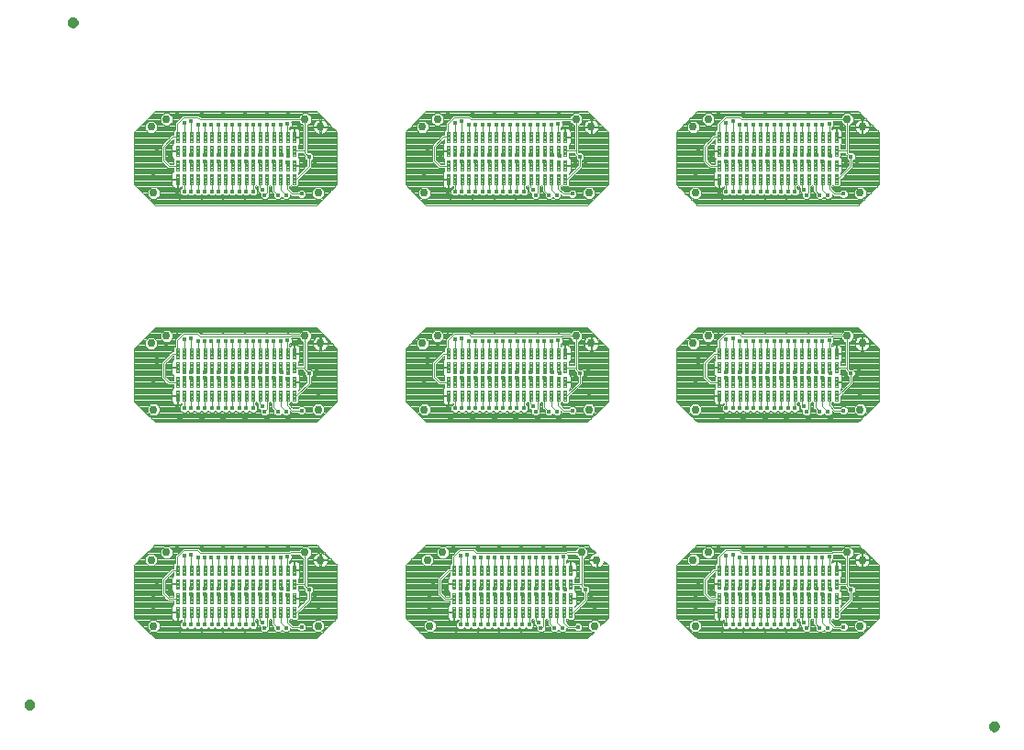
<source format=gbl>
G75*
%MOIN*%
%OFA0B0*%
%FSLAX25Y25*%
%IPPOS*%
%LPD*%
%AMOC8*
5,1,8,0,0,1.08239X$1,22.5*
%
%ADD10C,0.02953*%
%ADD11C,0.00450*%
%ADD12C,0.01969*%
%ADD13C,0.01587*%
%ADD14C,0.00394*%
%ADD15C,0.01981*%
D10*
X0119425Y0077584D03*
X0118638Y0101600D03*
X0124150Y0104356D03*
X0174543Y0104356D03*
X0180055Y0101600D03*
X0179268Y0077584D03*
X0219819Y0077584D03*
X0219032Y0101600D03*
X0224543Y0104356D03*
X0274937Y0104356D03*
X0280449Y0101600D03*
X0279661Y0077584D03*
X0316276Y0077584D03*
X0315488Y0101600D03*
X0321000Y0104356D03*
X0371394Y0104356D03*
X0376906Y0101600D03*
X0376118Y0077584D03*
X0376118Y0156324D03*
X0376906Y0180340D03*
X0371394Y0183096D03*
X0321000Y0183096D03*
X0315488Y0180340D03*
X0316276Y0156324D03*
X0278480Y0180340D03*
X0272969Y0183096D03*
X0277693Y0156324D03*
X0222575Y0183096D03*
X0217063Y0180340D03*
X0217850Y0156324D03*
X0179268Y0156324D03*
X0180055Y0180340D03*
X0174543Y0183096D03*
X0124150Y0183096D03*
X0118638Y0180340D03*
X0119425Y0156324D03*
X0119425Y0235065D03*
X0118638Y0259080D03*
X0124150Y0261836D03*
X0174543Y0261836D03*
X0180055Y0259080D03*
X0179268Y0235065D03*
X0217850Y0235065D03*
X0217063Y0259080D03*
X0222575Y0261836D03*
X0272969Y0261836D03*
X0278480Y0259080D03*
X0277693Y0235065D03*
X0316276Y0235065D03*
X0315488Y0259080D03*
X0321000Y0261836D03*
X0371394Y0261836D03*
X0376906Y0259080D03*
X0376118Y0235065D03*
D11*
X0367962Y0241879D02*
X0366912Y0241879D01*
X0367962Y0241879D02*
X0367962Y0238329D01*
X0366912Y0238329D01*
X0366912Y0241879D01*
X0366912Y0238778D02*
X0367962Y0238778D01*
X0367962Y0239227D02*
X0366912Y0239227D01*
X0366912Y0239676D02*
X0367962Y0239676D01*
X0367962Y0240125D02*
X0366912Y0240125D01*
X0366912Y0240574D02*
X0367962Y0240574D01*
X0367962Y0241023D02*
X0366912Y0241023D01*
X0366912Y0241472D02*
X0367962Y0241472D01*
X0365462Y0241879D02*
X0364412Y0241879D01*
X0365462Y0241879D02*
X0365462Y0238329D01*
X0364412Y0238329D01*
X0364412Y0241879D01*
X0364412Y0238778D02*
X0365462Y0238778D01*
X0365462Y0239227D02*
X0364412Y0239227D01*
X0364412Y0239676D02*
X0365462Y0239676D01*
X0365462Y0240125D02*
X0364412Y0240125D01*
X0364412Y0240574D02*
X0365462Y0240574D01*
X0365462Y0241023D02*
X0364412Y0241023D01*
X0364412Y0241472D02*
X0365462Y0241472D01*
X0362962Y0241879D02*
X0361912Y0241879D01*
X0362962Y0241879D02*
X0362962Y0238329D01*
X0361912Y0238329D01*
X0361912Y0241879D01*
X0361912Y0238778D02*
X0362962Y0238778D01*
X0362962Y0239227D02*
X0361912Y0239227D01*
X0361912Y0239676D02*
X0362962Y0239676D01*
X0362962Y0240125D02*
X0361912Y0240125D01*
X0361912Y0240574D02*
X0362962Y0240574D01*
X0362962Y0241023D02*
X0361912Y0241023D01*
X0361912Y0241472D02*
X0362962Y0241472D01*
X0360462Y0241879D02*
X0359412Y0241879D01*
X0360462Y0241879D02*
X0360462Y0238329D01*
X0359412Y0238329D01*
X0359412Y0241879D01*
X0359412Y0238778D02*
X0360462Y0238778D01*
X0360462Y0239227D02*
X0359412Y0239227D01*
X0359412Y0239676D02*
X0360462Y0239676D01*
X0360462Y0240125D02*
X0359412Y0240125D01*
X0359412Y0240574D02*
X0360462Y0240574D01*
X0360462Y0241023D02*
X0359412Y0241023D01*
X0359412Y0241472D02*
X0360462Y0241472D01*
X0357962Y0241879D02*
X0356912Y0241879D01*
X0357962Y0241879D02*
X0357962Y0238329D01*
X0356912Y0238329D01*
X0356912Y0241879D01*
X0356912Y0238778D02*
X0357962Y0238778D01*
X0357962Y0239227D02*
X0356912Y0239227D01*
X0356912Y0239676D02*
X0357962Y0239676D01*
X0357962Y0240125D02*
X0356912Y0240125D01*
X0356912Y0240574D02*
X0357962Y0240574D01*
X0357962Y0241023D02*
X0356912Y0241023D01*
X0356912Y0241472D02*
X0357962Y0241472D01*
X0355462Y0241879D02*
X0354412Y0241879D01*
X0355462Y0241879D02*
X0355462Y0238329D01*
X0354412Y0238329D01*
X0354412Y0241879D01*
X0354412Y0238778D02*
X0355462Y0238778D01*
X0355462Y0239227D02*
X0354412Y0239227D01*
X0354412Y0239676D02*
X0355462Y0239676D01*
X0355462Y0240125D02*
X0354412Y0240125D01*
X0354412Y0240574D02*
X0355462Y0240574D01*
X0355462Y0241023D02*
X0354412Y0241023D01*
X0354412Y0241472D02*
X0355462Y0241472D01*
X0352962Y0241879D02*
X0351912Y0241879D01*
X0352962Y0241879D02*
X0352962Y0238329D01*
X0351912Y0238329D01*
X0351912Y0241879D01*
X0351912Y0238778D02*
X0352962Y0238778D01*
X0352962Y0239227D02*
X0351912Y0239227D01*
X0351912Y0239676D02*
X0352962Y0239676D01*
X0352962Y0240125D02*
X0351912Y0240125D01*
X0351912Y0240574D02*
X0352962Y0240574D01*
X0352962Y0241023D02*
X0351912Y0241023D01*
X0351912Y0241472D02*
X0352962Y0241472D01*
X0350462Y0241879D02*
X0349412Y0241879D01*
X0350462Y0241879D02*
X0350462Y0238329D01*
X0349412Y0238329D01*
X0349412Y0241879D01*
X0349412Y0238778D02*
X0350462Y0238778D01*
X0350462Y0239227D02*
X0349412Y0239227D01*
X0349412Y0239676D02*
X0350462Y0239676D01*
X0350462Y0240125D02*
X0349412Y0240125D01*
X0349412Y0240574D02*
X0350462Y0240574D01*
X0350462Y0241023D02*
X0349412Y0241023D01*
X0349412Y0241472D02*
X0350462Y0241472D01*
X0347962Y0241879D02*
X0346912Y0241879D01*
X0347962Y0241879D02*
X0347962Y0238329D01*
X0346912Y0238329D01*
X0346912Y0241879D01*
X0346912Y0238778D02*
X0347962Y0238778D01*
X0347962Y0239227D02*
X0346912Y0239227D01*
X0346912Y0239676D02*
X0347962Y0239676D01*
X0347962Y0240125D02*
X0346912Y0240125D01*
X0346912Y0240574D02*
X0347962Y0240574D01*
X0347962Y0241023D02*
X0346912Y0241023D01*
X0346912Y0241472D02*
X0347962Y0241472D01*
X0345462Y0241879D02*
X0344412Y0241879D01*
X0345462Y0241879D02*
X0345462Y0238329D01*
X0344412Y0238329D01*
X0344412Y0241879D01*
X0344412Y0238778D02*
X0345462Y0238778D01*
X0345462Y0239227D02*
X0344412Y0239227D01*
X0344412Y0239676D02*
X0345462Y0239676D01*
X0345462Y0240125D02*
X0344412Y0240125D01*
X0344412Y0240574D02*
X0345462Y0240574D01*
X0345462Y0241023D02*
X0344412Y0241023D01*
X0344412Y0241472D02*
X0345462Y0241472D01*
X0342962Y0241879D02*
X0341912Y0241879D01*
X0342962Y0241879D02*
X0342962Y0238329D01*
X0341912Y0238329D01*
X0341912Y0241879D01*
X0341912Y0238778D02*
X0342962Y0238778D01*
X0342962Y0239227D02*
X0341912Y0239227D01*
X0341912Y0239676D02*
X0342962Y0239676D01*
X0342962Y0240125D02*
X0341912Y0240125D01*
X0341912Y0240574D02*
X0342962Y0240574D01*
X0342962Y0241023D02*
X0341912Y0241023D01*
X0341912Y0241472D02*
X0342962Y0241472D01*
X0340462Y0241879D02*
X0339412Y0241879D01*
X0340462Y0241879D02*
X0340462Y0238329D01*
X0339412Y0238329D01*
X0339412Y0241879D01*
X0339412Y0238778D02*
X0340462Y0238778D01*
X0340462Y0239227D02*
X0339412Y0239227D01*
X0339412Y0239676D02*
X0340462Y0239676D01*
X0340462Y0240125D02*
X0339412Y0240125D01*
X0339412Y0240574D02*
X0340462Y0240574D01*
X0340462Y0241023D02*
X0339412Y0241023D01*
X0339412Y0241472D02*
X0340462Y0241472D01*
X0337962Y0241879D02*
X0336912Y0241879D01*
X0337962Y0241879D02*
X0337962Y0238329D01*
X0336912Y0238329D01*
X0336912Y0241879D01*
X0336912Y0238778D02*
X0337962Y0238778D01*
X0337962Y0239227D02*
X0336912Y0239227D01*
X0336912Y0239676D02*
X0337962Y0239676D01*
X0337962Y0240125D02*
X0336912Y0240125D01*
X0336912Y0240574D02*
X0337962Y0240574D01*
X0337962Y0241023D02*
X0336912Y0241023D01*
X0336912Y0241472D02*
X0337962Y0241472D01*
X0335462Y0241879D02*
X0334412Y0241879D01*
X0335462Y0241879D02*
X0335462Y0238329D01*
X0334412Y0238329D01*
X0334412Y0241879D01*
X0334412Y0238778D02*
X0335462Y0238778D01*
X0335462Y0239227D02*
X0334412Y0239227D01*
X0334412Y0239676D02*
X0335462Y0239676D01*
X0335462Y0240125D02*
X0334412Y0240125D01*
X0334412Y0240574D02*
X0335462Y0240574D01*
X0335462Y0241023D02*
X0334412Y0241023D01*
X0334412Y0241472D02*
X0335462Y0241472D01*
X0332962Y0241879D02*
X0331912Y0241879D01*
X0332962Y0241879D02*
X0332962Y0238329D01*
X0331912Y0238329D01*
X0331912Y0241879D01*
X0331912Y0238778D02*
X0332962Y0238778D01*
X0332962Y0239227D02*
X0331912Y0239227D01*
X0331912Y0239676D02*
X0332962Y0239676D01*
X0332962Y0240125D02*
X0331912Y0240125D01*
X0331912Y0240574D02*
X0332962Y0240574D01*
X0332962Y0241023D02*
X0331912Y0241023D01*
X0331912Y0241472D02*
X0332962Y0241472D01*
X0330462Y0241879D02*
X0329412Y0241879D01*
X0330462Y0241879D02*
X0330462Y0238329D01*
X0329412Y0238329D01*
X0329412Y0241879D01*
X0329412Y0238778D02*
X0330462Y0238778D01*
X0330462Y0239227D02*
X0329412Y0239227D01*
X0329412Y0239676D02*
X0330462Y0239676D01*
X0330462Y0240125D02*
X0329412Y0240125D01*
X0329412Y0240574D02*
X0330462Y0240574D01*
X0330462Y0241023D02*
X0329412Y0241023D01*
X0329412Y0241472D02*
X0330462Y0241472D01*
X0327962Y0241879D02*
X0326912Y0241879D01*
X0327962Y0241879D02*
X0327962Y0238329D01*
X0326912Y0238329D01*
X0326912Y0241879D01*
X0326912Y0238778D02*
X0327962Y0238778D01*
X0327962Y0239227D02*
X0326912Y0239227D01*
X0326912Y0239676D02*
X0327962Y0239676D01*
X0327962Y0240125D02*
X0326912Y0240125D01*
X0326912Y0240574D02*
X0327962Y0240574D01*
X0327962Y0241023D02*
X0326912Y0241023D01*
X0326912Y0241472D02*
X0327962Y0241472D01*
X0325462Y0241879D02*
X0324412Y0241879D01*
X0325462Y0241879D02*
X0325462Y0238329D01*
X0324412Y0238329D01*
X0324412Y0241879D01*
X0324412Y0238778D02*
X0325462Y0238778D01*
X0325462Y0239227D02*
X0324412Y0239227D01*
X0324412Y0239676D02*
X0325462Y0239676D01*
X0325462Y0240125D02*
X0324412Y0240125D01*
X0324412Y0240574D02*
X0325462Y0240574D01*
X0325462Y0241023D02*
X0324412Y0241023D01*
X0324412Y0241472D02*
X0325462Y0241472D01*
X0325462Y0243329D02*
X0324412Y0243329D01*
X0324412Y0246879D01*
X0325462Y0246879D01*
X0325462Y0243329D01*
X0325462Y0243778D02*
X0324412Y0243778D01*
X0324412Y0244227D02*
X0325462Y0244227D01*
X0325462Y0244676D02*
X0324412Y0244676D01*
X0324412Y0245125D02*
X0325462Y0245125D01*
X0325462Y0245574D02*
X0324412Y0245574D01*
X0324412Y0246023D02*
X0325462Y0246023D01*
X0325462Y0246472D02*
X0324412Y0246472D01*
X0326912Y0243329D02*
X0327962Y0243329D01*
X0326912Y0243329D02*
X0326912Y0246879D01*
X0327962Y0246879D01*
X0327962Y0243329D01*
X0327962Y0243778D02*
X0326912Y0243778D01*
X0326912Y0244227D02*
X0327962Y0244227D01*
X0327962Y0244676D02*
X0326912Y0244676D01*
X0326912Y0245125D02*
X0327962Y0245125D01*
X0327962Y0245574D02*
X0326912Y0245574D01*
X0326912Y0246023D02*
X0327962Y0246023D01*
X0327962Y0246472D02*
X0326912Y0246472D01*
X0329412Y0243329D02*
X0330462Y0243329D01*
X0329412Y0243329D02*
X0329412Y0246879D01*
X0330462Y0246879D01*
X0330462Y0243329D01*
X0330462Y0243778D02*
X0329412Y0243778D01*
X0329412Y0244227D02*
X0330462Y0244227D01*
X0330462Y0244676D02*
X0329412Y0244676D01*
X0329412Y0245125D02*
X0330462Y0245125D01*
X0330462Y0245574D02*
X0329412Y0245574D01*
X0329412Y0246023D02*
X0330462Y0246023D01*
X0330462Y0246472D02*
X0329412Y0246472D01*
X0331912Y0243329D02*
X0332962Y0243329D01*
X0331912Y0243329D02*
X0331912Y0246879D01*
X0332962Y0246879D01*
X0332962Y0243329D01*
X0332962Y0243778D02*
X0331912Y0243778D01*
X0331912Y0244227D02*
X0332962Y0244227D01*
X0332962Y0244676D02*
X0331912Y0244676D01*
X0331912Y0245125D02*
X0332962Y0245125D01*
X0332962Y0245574D02*
X0331912Y0245574D01*
X0331912Y0246023D02*
X0332962Y0246023D01*
X0332962Y0246472D02*
X0331912Y0246472D01*
X0334412Y0243329D02*
X0335462Y0243329D01*
X0334412Y0243329D02*
X0334412Y0246879D01*
X0335462Y0246879D01*
X0335462Y0243329D01*
X0335462Y0243778D02*
X0334412Y0243778D01*
X0334412Y0244227D02*
X0335462Y0244227D01*
X0335462Y0244676D02*
X0334412Y0244676D01*
X0334412Y0245125D02*
X0335462Y0245125D01*
X0335462Y0245574D02*
X0334412Y0245574D01*
X0334412Y0246023D02*
X0335462Y0246023D01*
X0335462Y0246472D02*
X0334412Y0246472D01*
X0336912Y0243329D02*
X0337962Y0243329D01*
X0336912Y0243329D02*
X0336912Y0246879D01*
X0337962Y0246879D01*
X0337962Y0243329D01*
X0337962Y0243778D02*
X0336912Y0243778D01*
X0336912Y0244227D02*
X0337962Y0244227D01*
X0337962Y0244676D02*
X0336912Y0244676D01*
X0336912Y0245125D02*
X0337962Y0245125D01*
X0337962Y0245574D02*
X0336912Y0245574D01*
X0336912Y0246023D02*
X0337962Y0246023D01*
X0337962Y0246472D02*
X0336912Y0246472D01*
X0339412Y0243329D02*
X0340462Y0243329D01*
X0339412Y0243329D02*
X0339412Y0246879D01*
X0340462Y0246879D01*
X0340462Y0243329D01*
X0340462Y0243778D02*
X0339412Y0243778D01*
X0339412Y0244227D02*
X0340462Y0244227D01*
X0340462Y0244676D02*
X0339412Y0244676D01*
X0339412Y0245125D02*
X0340462Y0245125D01*
X0340462Y0245574D02*
X0339412Y0245574D01*
X0339412Y0246023D02*
X0340462Y0246023D01*
X0340462Y0246472D02*
X0339412Y0246472D01*
X0341912Y0243329D02*
X0342962Y0243329D01*
X0341912Y0243329D02*
X0341912Y0246879D01*
X0342962Y0246879D01*
X0342962Y0243329D01*
X0342962Y0243778D02*
X0341912Y0243778D01*
X0341912Y0244227D02*
X0342962Y0244227D01*
X0342962Y0244676D02*
X0341912Y0244676D01*
X0341912Y0245125D02*
X0342962Y0245125D01*
X0342962Y0245574D02*
X0341912Y0245574D01*
X0341912Y0246023D02*
X0342962Y0246023D01*
X0342962Y0246472D02*
X0341912Y0246472D01*
X0344412Y0243329D02*
X0345462Y0243329D01*
X0344412Y0243329D02*
X0344412Y0246879D01*
X0345462Y0246879D01*
X0345462Y0243329D01*
X0345462Y0243778D02*
X0344412Y0243778D01*
X0344412Y0244227D02*
X0345462Y0244227D01*
X0345462Y0244676D02*
X0344412Y0244676D01*
X0344412Y0245125D02*
X0345462Y0245125D01*
X0345462Y0245574D02*
X0344412Y0245574D01*
X0344412Y0246023D02*
X0345462Y0246023D01*
X0345462Y0246472D02*
X0344412Y0246472D01*
X0346912Y0243329D02*
X0347962Y0243329D01*
X0346912Y0243329D02*
X0346912Y0246879D01*
X0347962Y0246879D01*
X0347962Y0243329D01*
X0347962Y0243778D02*
X0346912Y0243778D01*
X0346912Y0244227D02*
X0347962Y0244227D01*
X0347962Y0244676D02*
X0346912Y0244676D01*
X0346912Y0245125D02*
X0347962Y0245125D01*
X0347962Y0245574D02*
X0346912Y0245574D01*
X0346912Y0246023D02*
X0347962Y0246023D01*
X0347962Y0246472D02*
X0346912Y0246472D01*
X0349412Y0243329D02*
X0350462Y0243329D01*
X0349412Y0243329D02*
X0349412Y0246879D01*
X0350462Y0246879D01*
X0350462Y0243329D01*
X0350462Y0243778D02*
X0349412Y0243778D01*
X0349412Y0244227D02*
X0350462Y0244227D01*
X0350462Y0244676D02*
X0349412Y0244676D01*
X0349412Y0245125D02*
X0350462Y0245125D01*
X0350462Y0245574D02*
X0349412Y0245574D01*
X0349412Y0246023D02*
X0350462Y0246023D01*
X0350462Y0246472D02*
X0349412Y0246472D01*
X0351912Y0243329D02*
X0352962Y0243329D01*
X0351912Y0243329D02*
X0351912Y0246879D01*
X0352962Y0246879D01*
X0352962Y0243329D01*
X0352962Y0243778D02*
X0351912Y0243778D01*
X0351912Y0244227D02*
X0352962Y0244227D01*
X0352962Y0244676D02*
X0351912Y0244676D01*
X0351912Y0245125D02*
X0352962Y0245125D01*
X0352962Y0245574D02*
X0351912Y0245574D01*
X0351912Y0246023D02*
X0352962Y0246023D01*
X0352962Y0246472D02*
X0351912Y0246472D01*
X0354412Y0243329D02*
X0355462Y0243329D01*
X0354412Y0243329D02*
X0354412Y0246879D01*
X0355462Y0246879D01*
X0355462Y0243329D01*
X0355462Y0243778D02*
X0354412Y0243778D01*
X0354412Y0244227D02*
X0355462Y0244227D01*
X0355462Y0244676D02*
X0354412Y0244676D01*
X0354412Y0245125D02*
X0355462Y0245125D01*
X0355462Y0245574D02*
X0354412Y0245574D01*
X0354412Y0246023D02*
X0355462Y0246023D01*
X0355462Y0246472D02*
X0354412Y0246472D01*
X0356912Y0243329D02*
X0357962Y0243329D01*
X0356912Y0243329D02*
X0356912Y0246879D01*
X0357962Y0246879D01*
X0357962Y0243329D01*
X0357962Y0243778D02*
X0356912Y0243778D01*
X0356912Y0244227D02*
X0357962Y0244227D01*
X0357962Y0244676D02*
X0356912Y0244676D01*
X0356912Y0245125D02*
X0357962Y0245125D01*
X0357962Y0245574D02*
X0356912Y0245574D01*
X0356912Y0246023D02*
X0357962Y0246023D01*
X0357962Y0246472D02*
X0356912Y0246472D01*
X0359412Y0243329D02*
X0360462Y0243329D01*
X0359412Y0243329D02*
X0359412Y0246879D01*
X0360462Y0246879D01*
X0360462Y0243329D01*
X0360462Y0243778D02*
X0359412Y0243778D01*
X0359412Y0244227D02*
X0360462Y0244227D01*
X0360462Y0244676D02*
X0359412Y0244676D01*
X0359412Y0245125D02*
X0360462Y0245125D01*
X0360462Y0245574D02*
X0359412Y0245574D01*
X0359412Y0246023D02*
X0360462Y0246023D01*
X0360462Y0246472D02*
X0359412Y0246472D01*
X0361912Y0243329D02*
X0362962Y0243329D01*
X0361912Y0243329D02*
X0361912Y0246879D01*
X0362962Y0246879D01*
X0362962Y0243329D01*
X0362962Y0243778D02*
X0361912Y0243778D01*
X0361912Y0244227D02*
X0362962Y0244227D01*
X0362962Y0244676D02*
X0361912Y0244676D01*
X0361912Y0245125D02*
X0362962Y0245125D01*
X0362962Y0245574D02*
X0361912Y0245574D01*
X0361912Y0246023D02*
X0362962Y0246023D01*
X0362962Y0246472D02*
X0361912Y0246472D01*
X0364412Y0243329D02*
X0365462Y0243329D01*
X0364412Y0243329D02*
X0364412Y0246879D01*
X0365462Y0246879D01*
X0365462Y0243329D01*
X0365462Y0243778D02*
X0364412Y0243778D01*
X0364412Y0244227D02*
X0365462Y0244227D01*
X0365462Y0244676D02*
X0364412Y0244676D01*
X0364412Y0245125D02*
X0365462Y0245125D01*
X0365462Y0245574D02*
X0364412Y0245574D01*
X0364412Y0246023D02*
X0365462Y0246023D01*
X0365462Y0246472D02*
X0364412Y0246472D01*
X0366912Y0243329D02*
X0367962Y0243329D01*
X0366912Y0243329D02*
X0366912Y0246879D01*
X0367962Y0246879D01*
X0367962Y0243329D01*
X0367962Y0243778D02*
X0366912Y0243778D01*
X0366912Y0244227D02*
X0367962Y0244227D01*
X0367962Y0244676D02*
X0366912Y0244676D01*
X0366912Y0245125D02*
X0367962Y0245125D01*
X0367962Y0245574D02*
X0366912Y0245574D01*
X0366912Y0246023D02*
X0367962Y0246023D01*
X0367962Y0246472D02*
X0366912Y0246472D01*
X0366912Y0252115D02*
X0367962Y0252115D01*
X0367962Y0248565D01*
X0366912Y0248565D01*
X0366912Y0252115D01*
X0366912Y0249014D02*
X0367962Y0249014D01*
X0367962Y0249463D02*
X0366912Y0249463D01*
X0366912Y0249912D02*
X0367962Y0249912D01*
X0367962Y0250361D02*
X0366912Y0250361D01*
X0366912Y0250810D02*
X0367962Y0250810D01*
X0367962Y0251259D02*
X0366912Y0251259D01*
X0366912Y0251708D02*
X0367962Y0251708D01*
X0365462Y0252115D02*
X0364412Y0252115D01*
X0365462Y0252115D02*
X0365462Y0248565D01*
X0364412Y0248565D01*
X0364412Y0252115D01*
X0364412Y0249014D02*
X0365462Y0249014D01*
X0365462Y0249463D02*
X0364412Y0249463D01*
X0364412Y0249912D02*
X0365462Y0249912D01*
X0365462Y0250361D02*
X0364412Y0250361D01*
X0364412Y0250810D02*
X0365462Y0250810D01*
X0365462Y0251259D02*
X0364412Y0251259D01*
X0364412Y0251708D02*
X0365462Y0251708D01*
X0362962Y0252115D02*
X0361912Y0252115D01*
X0362962Y0252115D02*
X0362962Y0248565D01*
X0361912Y0248565D01*
X0361912Y0252115D01*
X0361912Y0249014D02*
X0362962Y0249014D01*
X0362962Y0249463D02*
X0361912Y0249463D01*
X0361912Y0249912D02*
X0362962Y0249912D01*
X0362962Y0250361D02*
X0361912Y0250361D01*
X0361912Y0250810D02*
X0362962Y0250810D01*
X0362962Y0251259D02*
X0361912Y0251259D01*
X0361912Y0251708D02*
X0362962Y0251708D01*
X0360462Y0252115D02*
X0359412Y0252115D01*
X0360462Y0252115D02*
X0360462Y0248565D01*
X0359412Y0248565D01*
X0359412Y0252115D01*
X0359412Y0249014D02*
X0360462Y0249014D01*
X0360462Y0249463D02*
X0359412Y0249463D01*
X0359412Y0249912D02*
X0360462Y0249912D01*
X0360462Y0250361D02*
X0359412Y0250361D01*
X0359412Y0250810D02*
X0360462Y0250810D01*
X0360462Y0251259D02*
X0359412Y0251259D01*
X0359412Y0251708D02*
X0360462Y0251708D01*
X0357962Y0252115D02*
X0356912Y0252115D01*
X0357962Y0252115D02*
X0357962Y0248565D01*
X0356912Y0248565D01*
X0356912Y0252115D01*
X0356912Y0249014D02*
X0357962Y0249014D01*
X0357962Y0249463D02*
X0356912Y0249463D01*
X0356912Y0249912D02*
X0357962Y0249912D01*
X0357962Y0250361D02*
X0356912Y0250361D01*
X0356912Y0250810D02*
X0357962Y0250810D01*
X0357962Y0251259D02*
X0356912Y0251259D01*
X0356912Y0251708D02*
X0357962Y0251708D01*
X0355462Y0252115D02*
X0354412Y0252115D01*
X0355462Y0252115D02*
X0355462Y0248565D01*
X0354412Y0248565D01*
X0354412Y0252115D01*
X0354412Y0249014D02*
X0355462Y0249014D01*
X0355462Y0249463D02*
X0354412Y0249463D01*
X0354412Y0249912D02*
X0355462Y0249912D01*
X0355462Y0250361D02*
X0354412Y0250361D01*
X0354412Y0250810D02*
X0355462Y0250810D01*
X0355462Y0251259D02*
X0354412Y0251259D01*
X0354412Y0251708D02*
X0355462Y0251708D01*
X0352962Y0252115D02*
X0351912Y0252115D01*
X0352962Y0252115D02*
X0352962Y0248565D01*
X0351912Y0248565D01*
X0351912Y0252115D01*
X0351912Y0249014D02*
X0352962Y0249014D01*
X0352962Y0249463D02*
X0351912Y0249463D01*
X0351912Y0249912D02*
X0352962Y0249912D01*
X0352962Y0250361D02*
X0351912Y0250361D01*
X0351912Y0250810D02*
X0352962Y0250810D01*
X0352962Y0251259D02*
X0351912Y0251259D01*
X0351912Y0251708D02*
X0352962Y0251708D01*
X0350462Y0252115D02*
X0349412Y0252115D01*
X0350462Y0252115D02*
X0350462Y0248565D01*
X0349412Y0248565D01*
X0349412Y0252115D01*
X0349412Y0249014D02*
X0350462Y0249014D01*
X0350462Y0249463D02*
X0349412Y0249463D01*
X0349412Y0249912D02*
X0350462Y0249912D01*
X0350462Y0250361D02*
X0349412Y0250361D01*
X0349412Y0250810D02*
X0350462Y0250810D01*
X0350462Y0251259D02*
X0349412Y0251259D01*
X0349412Y0251708D02*
X0350462Y0251708D01*
X0347962Y0252115D02*
X0346912Y0252115D01*
X0347962Y0252115D02*
X0347962Y0248565D01*
X0346912Y0248565D01*
X0346912Y0252115D01*
X0346912Y0249014D02*
X0347962Y0249014D01*
X0347962Y0249463D02*
X0346912Y0249463D01*
X0346912Y0249912D02*
X0347962Y0249912D01*
X0347962Y0250361D02*
X0346912Y0250361D01*
X0346912Y0250810D02*
X0347962Y0250810D01*
X0347962Y0251259D02*
X0346912Y0251259D01*
X0346912Y0251708D02*
X0347962Y0251708D01*
X0345462Y0252115D02*
X0344412Y0252115D01*
X0345462Y0252115D02*
X0345462Y0248565D01*
X0344412Y0248565D01*
X0344412Y0252115D01*
X0344412Y0249014D02*
X0345462Y0249014D01*
X0345462Y0249463D02*
X0344412Y0249463D01*
X0344412Y0249912D02*
X0345462Y0249912D01*
X0345462Y0250361D02*
X0344412Y0250361D01*
X0344412Y0250810D02*
X0345462Y0250810D01*
X0345462Y0251259D02*
X0344412Y0251259D01*
X0344412Y0251708D02*
X0345462Y0251708D01*
X0342962Y0252115D02*
X0341912Y0252115D01*
X0342962Y0252115D02*
X0342962Y0248565D01*
X0341912Y0248565D01*
X0341912Y0252115D01*
X0341912Y0249014D02*
X0342962Y0249014D01*
X0342962Y0249463D02*
X0341912Y0249463D01*
X0341912Y0249912D02*
X0342962Y0249912D01*
X0342962Y0250361D02*
X0341912Y0250361D01*
X0341912Y0250810D02*
X0342962Y0250810D01*
X0342962Y0251259D02*
X0341912Y0251259D01*
X0341912Y0251708D02*
X0342962Y0251708D01*
X0340462Y0252115D02*
X0339412Y0252115D01*
X0340462Y0252115D02*
X0340462Y0248565D01*
X0339412Y0248565D01*
X0339412Y0252115D01*
X0339412Y0249014D02*
X0340462Y0249014D01*
X0340462Y0249463D02*
X0339412Y0249463D01*
X0339412Y0249912D02*
X0340462Y0249912D01*
X0340462Y0250361D02*
X0339412Y0250361D01*
X0339412Y0250810D02*
X0340462Y0250810D01*
X0340462Y0251259D02*
X0339412Y0251259D01*
X0339412Y0251708D02*
X0340462Y0251708D01*
X0337962Y0252115D02*
X0336912Y0252115D01*
X0337962Y0252115D02*
X0337962Y0248565D01*
X0336912Y0248565D01*
X0336912Y0252115D01*
X0336912Y0249014D02*
X0337962Y0249014D01*
X0337962Y0249463D02*
X0336912Y0249463D01*
X0336912Y0249912D02*
X0337962Y0249912D01*
X0337962Y0250361D02*
X0336912Y0250361D01*
X0336912Y0250810D02*
X0337962Y0250810D01*
X0337962Y0251259D02*
X0336912Y0251259D01*
X0336912Y0251708D02*
X0337962Y0251708D01*
X0335462Y0252115D02*
X0334412Y0252115D01*
X0335462Y0252115D02*
X0335462Y0248565D01*
X0334412Y0248565D01*
X0334412Y0252115D01*
X0334412Y0249014D02*
X0335462Y0249014D01*
X0335462Y0249463D02*
X0334412Y0249463D01*
X0334412Y0249912D02*
X0335462Y0249912D01*
X0335462Y0250361D02*
X0334412Y0250361D01*
X0334412Y0250810D02*
X0335462Y0250810D01*
X0335462Y0251259D02*
X0334412Y0251259D01*
X0334412Y0251708D02*
X0335462Y0251708D01*
X0332962Y0252115D02*
X0331912Y0252115D01*
X0332962Y0252115D02*
X0332962Y0248565D01*
X0331912Y0248565D01*
X0331912Y0252115D01*
X0331912Y0249014D02*
X0332962Y0249014D01*
X0332962Y0249463D02*
X0331912Y0249463D01*
X0331912Y0249912D02*
X0332962Y0249912D01*
X0332962Y0250361D02*
X0331912Y0250361D01*
X0331912Y0250810D02*
X0332962Y0250810D01*
X0332962Y0251259D02*
X0331912Y0251259D01*
X0331912Y0251708D02*
X0332962Y0251708D01*
X0330462Y0252115D02*
X0329412Y0252115D01*
X0330462Y0252115D02*
X0330462Y0248565D01*
X0329412Y0248565D01*
X0329412Y0252115D01*
X0329412Y0249014D02*
X0330462Y0249014D01*
X0330462Y0249463D02*
X0329412Y0249463D01*
X0329412Y0249912D02*
X0330462Y0249912D01*
X0330462Y0250361D02*
X0329412Y0250361D01*
X0329412Y0250810D02*
X0330462Y0250810D01*
X0330462Y0251259D02*
X0329412Y0251259D01*
X0329412Y0251708D02*
X0330462Y0251708D01*
X0327962Y0252115D02*
X0326912Y0252115D01*
X0327962Y0252115D02*
X0327962Y0248565D01*
X0326912Y0248565D01*
X0326912Y0252115D01*
X0326912Y0249014D02*
X0327962Y0249014D01*
X0327962Y0249463D02*
X0326912Y0249463D01*
X0326912Y0249912D02*
X0327962Y0249912D01*
X0327962Y0250361D02*
X0326912Y0250361D01*
X0326912Y0250810D02*
X0327962Y0250810D01*
X0327962Y0251259D02*
X0326912Y0251259D01*
X0326912Y0251708D02*
X0327962Y0251708D01*
X0325462Y0252115D02*
X0324412Y0252115D01*
X0325462Y0252115D02*
X0325462Y0248565D01*
X0324412Y0248565D01*
X0324412Y0252115D01*
X0324412Y0249014D02*
X0325462Y0249014D01*
X0325462Y0249463D02*
X0324412Y0249463D01*
X0324412Y0249912D02*
X0325462Y0249912D01*
X0325462Y0250361D02*
X0324412Y0250361D01*
X0324412Y0250810D02*
X0325462Y0250810D01*
X0325462Y0251259D02*
X0324412Y0251259D01*
X0324412Y0251708D02*
X0325462Y0251708D01*
X0325462Y0253565D02*
X0324412Y0253565D01*
X0324412Y0257115D01*
X0325462Y0257115D01*
X0325462Y0253565D01*
X0325462Y0254014D02*
X0324412Y0254014D01*
X0324412Y0254463D02*
X0325462Y0254463D01*
X0325462Y0254912D02*
X0324412Y0254912D01*
X0324412Y0255361D02*
X0325462Y0255361D01*
X0325462Y0255810D02*
X0324412Y0255810D01*
X0324412Y0256259D02*
X0325462Y0256259D01*
X0325462Y0256708D02*
X0324412Y0256708D01*
X0326912Y0253565D02*
X0327962Y0253565D01*
X0326912Y0253565D02*
X0326912Y0257115D01*
X0327962Y0257115D01*
X0327962Y0253565D01*
X0327962Y0254014D02*
X0326912Y0254014D01*
X0326912Y0254463D02*
X0327962Y0254463D01*
X0327962Y0254912D02*
X0326912Y0254912D01*
X0326912Y0255361D02*
X0327962Y0255361D01*
X0327962Y0255810D02*
X0326912Y0255810D01*
X0326912Y0256259D02*
X0327962Y0256259D01*
X0327962Y0256708D02*
X0326912Y0256708D01*
X0329412Y0253565D02*
X0330462Y0253565D01*
X0329412Y0253565D02*
X0329412Y0257115D01*
X0330462Y0257115D01*
X0330462Y0253565D01*
X0330462Y0254014D02*
X0329412Y0254014D01*
X0329412Y0254463D02*
X0330462Y0254463D01*
X0330462Y0254912D02*
X0329412Y0254912D01*
X0329412Y0255361D02*
X0330462Y0255361D01*
X0330462Y0255810D02*
X0329412Y0255810D01*
X0329412Y0256259D02*
X0330462Y0256259D01*
X0330462Y0256708D02*
X0329412Y0256708D01*
X0331912Y0253565D02*
X0332962Y0253565D01*
X0331912Y0253565D02*
X0331912Y0257115D01*
X0332962Y0257115D01*
X0332962Y0253565D01*
X0332962Y0254014D02*
X0331912Y0254014D01*
X0331912Y0254463D02*
X0332962Y0254463D01*
X0332962Y0254912D02*
X0331912Y0254912D01*
X0331912Y0255361D02*
X0332962Y0255361D01*
X0332962Y0255810D02*
X0331912Y0255810D01*
X0331912Y0256259D02*
X0332962Y0256259D01*
X0332962Y0256708D02*
X0331912Y0256708D01*
X0334412Y0253565D02*
X0335462Y0253565D01*
X0334412Y0253565D02*
X0334412Y0257115D01*
X0335462Y0257115D01*
X0335462Y0253565D01*
X0335462Y0254014D02*
X0334412Y0254014D01*
X0334412Y0254463D02*
X0335462Y0254463D01*
X0335462Y0254912D02*
X0334412Y0254912D01*
X0334412Y0255361D02*
X0335462Y0255361D01*
X0335462Y0255810D02*
X0334412Y0255810D01*
X0334412Y0256259D02*
X0335462Y0256259D01*
X0335462Y0256708D02*
X0334412Y0256708D01*
X0336912Y0253565D02*
X0337962Y0253565D01*
X0336912Y0253565D02*
X0336912Y0257115D01*
X0337962Y0257115D01*
X0337962Y0253565D01*
X0337962Y0254014D02*
X0336912Y0254014D01*
X0336912Y0254463D02*
X0337962Y0254463D01*
X0337962Y0254912D02*
X0336912Y0254912D01*
X0336912Y0255361D02*
X0337962Y0255361D01*
X0337962Y0255810D02*
X0336912Y0255810D01*
X0336912Y0256259D02*
X0337962Y0256259D01*
X0337962Y0256708D02*
X0336912Y0256708D01*
X0339412Y0253565D02*
X0340462Y0253565D01*
X0339412Y0253565D02*
X0339412Y0257115D01*
X0340462Y0257115D01*
X0340462Y0253565D01*
X0340462Y0254014D02*
X0339412Y0254014D01*
X0339412Y0254463D02*
X0340462Y0254463D01*
X0340462Y0254912D02*
X0339412Y0254912D01*
X0339412Y0255361D02*
X0340462Y0255361D01*
X0340462Y0255810D02*
X0339412Y0255810D01*
X0339412Y0256259D02*
X0340462Y0256259D01*
X0340462Y0256708D02*
X0339412Y0256708D01*
X0341912Y0253565D02*
X0342962Y0253565D01*
X0341912Y0253565D02*
X0341912Y0257115D01*
X0342962Y0257115D01*
X0342962Y0253565D01*
X0342962Y0254014D02*
X0341912Y0254014D01*
X0341912Y0254463D02*
X0342962Y0254463D01*
X0342962Y0254912D02*
X0341912Y0254912D01*
X0341912Y0255361D02*
X0342962Y0255361D01*
X0342962Y0255810D02*
X0341912Y0255810D01*
X0341912Y0256259D02*
X0342962Y0256259D01*
X0342962Y0256708D02*
X0341912Y0256708D01*
X0344412Y0253565D02*
X0345462Y0253565D01*
X0344412Y0253565D02*
X0344412Y0257115D01*
X0345462Y0257115D01*
X0345462Y0253565D01*
X0345462Y0254014D02*
X0344412Y0254014D01*
X0344412Y0254463D02*
X0345462Y0254463D01*
X0345462Y0254912D02*
X0344412Y0254912D01*
X0344412Y0255361D02*
X0345462Y0255361D01*
X0345462Y0255810D02*
X0344412Y0255810D01*
X0344412Y0256259D02*
X0345462Y0256259D01*
X0345462Y0256708D02*
X0344412Y0256708D01*
X0346912Y0253565D02*
X0347962Y0253565D01*
X0346912Y0253565D02*
X0346912Y0257115D01*
X0347962Y0257115D01*
X0347962Y0253565D01*
X0347962Y0254014D02*
X0346912Y0254014D01*
X0346912Y0254463D02*
X0347962Y0254463D01*
X0347962Y0254912D02*
X0346912Y0254912D01*
X0346912Y0255361D02*
X0347962Y0255361D01*
X0347962Y0255810D02*
X0346912Y0255810D01*
X0346912Y0256259D02*
X0347962Y0256259D01*
X0347962Y0256708D02*
X0346912Y0256708D01*
X0349412Y0253565D02*
X0350462Y0253565D01*
X0349412Y0253565D02*
X0349412Y0257115D01*
X0350462Y0257115D01*
X0350462Y0253565D01*
X0350462Y0254014D02*
X0349412Y0254014D01*
X0349412Y0254463D02*
X0350462Y0254463D01*
X0350462Y0254912D02*
X0349412Y0254912D01*
X0349412Y0255361D02*
X0350462Y0255361D01*
X0350462Y0255810D02*
X0349412Y0255810D01*
X0349412Y0256259D02*
X0350462Y0256259D01*
X0350462Y0256708D02*
X0349412Y0256708D01*
X0351912Y0253565D02*
X0352962Y0253565D01*
X0351912Y0253565D02*
X0351912Y0257115D01*
X0352962Y0257115D01*
X0352962Y0253565D01*
X0352962Y0254014D02*
X0351912Y0254014D01*
X0351912Y0254463D02*
X0352962Y0254463D01*
X0352962Y0254912D02*
X0351912Y0254912D01*
X0351912Y0255361D02*
X0352962Y0255361D01*
X0352962Y0255810D02*
X0351912Y0255810D01*
X0351912Y0256259D02*
X0352962Y0256259D01*
X0352962Y0256708D02*
X0351912Y0256708D01*
X0354412Y0253565D02*
X0355462Y0253565D01*
X0354412Y0253565D02*
X0354412Y0257115D01*
X0355462Y0257115D01*
X0355462Y0253565D01*
X0355462Y0254014D02*
X0354412Y0254014D01*
X0354412Y0254463D02*
X0355462Y0254463D01*
X0355462Y0254912D02*
X0354412Y0254912D01*
X0354412Y0255361D02*
X0355462Y0255361D01*
X0355462Y0255810D02*
X0354412Y0255810D01*
X0354412Y0256259D02*
X0355462Y0256259D01*
X0355462Y0256708D02*
X0354412Y0256708D01*
X0356912Y0253565D02*
X0357962Y0253565D01*
X0356912Y0253565D02*
X0356912Y0257115D01*
X0357962Y0257115D01*
X0357962Y0253565D01*
X0357962Y0254014D02*
X0356912Y0254014D01*
X0356912Y0254463D02*
X0357962Y0254463D01*
X0357962Y0254912D02*
X0356912Y0254912D01*
X0356912Y0255361D02*
X0357962Y0255361D01*
X0357962Y0255810D02*
X0356912Y0255810D01*
X0356912Y0256259D02*
X0357962Y0256259D01*
X0357962Y0256708D02*
X0356912Y0256708D01*
X0359412Y0253565D02*
X0360462Y0253565D01*
X0359412Y0253565D02*
X0359412Y0257115D01*
X0360462Y0257115D01*
X0360462Y0253565D01*
X0360462Y0254014D02*
X0359412Y0254014D01*
X0359412Y0254463D02*
X0360462Y0254463D01*
X0360462Y0254912D02*
X0359412Y0254912D01*
X0359412Y0255361D02*
X0360462Y0255361D01*
X0360462Y0255810D02*
X0359412Y0255810D01*
X0359412Y0256259D02*
X0360462Y0256259D01*
X0360462Y0256708D02*
X0359412Y0256708D01*
X0361912Y0253565D02*
X0362962Y0253565D01*
X0361912Y0253565D02*
X0361912Y0257115D01*
X0362962Y0257115D01*
X0362962Y0253565D01*
X0362962Y0254014D02*
X0361912Y0254014D01*
X0361912Y0254463D02*
X0362962Y0254463D01*
X0362962Y0254912D02*
X0361912Y0254912D01*
X0361912Y0255361D02*
X0362962Y0255361D01*
X0362962Y0255810D02*
X0361912Y0255810D01*
X0361912Y0256259D02*
X0362962Y0256259D01*
X0362962Y0256708D02*
X0361912Y0256708D01*
X0364412Y0253565D02*
X0365462Y0253565D01*
X0364412Y0253565D02*
X0364412Y0257115D01*
X0365462Y0257115D01*
X0365462Y0253565D01*
X0365462Y0254014D02*
X0364412Y0254014D01*
X0364412Y0254463D02*
X0365462Y0254463D01*
X0365462Y0254912D02*
X0364412Y0254912D01*
X0364412Y0255361D02*
X0365462Y0255361D01*
X0365462Y0255810D02*
X0364412Y0255810D01*
X0364412Y0256259D02*
X0365462Y0256259D01*
X0365462Y0256708D02*
X0364412Y0256708D01*
X0366912Y0253565D02*
X0367962Y0253565D01*
X0366912Y0253565D02*
X0366912Y0257115D01*
X0367962Y0257115D01*
X0367962Y0253565D01*
X0367962Y0254014D02*
X0366912Y0254014D01*
X0366912Y0254463D02*
X0367962Y0254463D01*
X0367962Y0254912D02*
X0366912Y0254912D01*
X0366912Y0255361D02*
X0367962Y0255361D01*
X0367962Y0255810D02*
X0366912Y0255810D01*
X0366912Y0256259D02*
X0367962Y0256259D01*
X0367962Y0256708D02*
X0366912Y0256708D01*
X0269537Y0253565D02*
X0268487Y0253565D01*
X0268487Y0257115D01*
X0269537Y0257115D01*
X0269537Y0253565D01*
X0269537Y0254014D02*
X0268487Y0254014D01*
X0268487Y0254463D02*
X0269537Y0254463D01*
X0269537Y0254912D02*
X0268487Y0254912D01*
X0268487Y0255361D02*
X0269537Y0255361D01*
X0269537Y0255810D02*
X0268487Y0255810D01*
X0268487Y0256259D02*
X0269537Y0256259D01*
X0269537Y0256708D02*
X0268487Y0256708D01*
X0267037Y0253565D02*
X0265987Y0253565D01*
X0265987Y0257115D01*
X0267037Y0257115D01*
X0267037Y0253565D01*
X0267037Y0254014D02*
X0265987Y0254014D01*
X0265987Y0254463D02*
X0267037Y0254463D01*
X0267037Y0254912D02*
X0265987Y0254912D01*
X0265987Y0255361D02*
X0267037Y0255361D01*
X0267037Y0255810D02*
X0265987Y0255810D01*
X0265987Y0256259D02*
X0267037Y0256259D01*
X0267037Y0256708D02*
X0265987Y0256708D01*
X0264537Y0253565D02*
X0263487Y0253565D01*
X0263487Y0257115D01*
X0264537Y0257115D01*
X0264537Y0253565D01*
X0264537Y0254014D02*
X0263487Y0254014D01*
X0263487Y0254463D02*
X0264537Y0254463D01*
X0264537Y0254912D02*
X0263487Y0254912D01*
X0263487Y0255361D02*
X0264537Y0255361D01*
X0264537Y0255810D02*
X0263487Y0255810D01*
X0263487Y0256259D02*
X0264537Y0256259D01*
X0264537Y0256708D02*
X0263487Y0256708D01*
X0262037Y0253565D02*
X0260987Y0253565D01*
X0260987Y0257115D01*
X0262037Y0257115D01*
X0262037Y0253565D01*
X0262037Y0254014D02*
X0260987Y0254014D01*
X0260987Y0254463D02*
X0262037Y0254463D01*
X0262037Y0254912D02*
X0260987Y0254912D01*
X0260987Y0255361D02*
X0262037Y0255361D01*
X0262037Y0255810D02*
X0260987Y0255810D01*
X0260987Y0256259D02*
X0262037Y0256259D01*
X0262037Y0256708D02*
X0260987Y0256708D01*
X0259537Y0253565D02*
X0258487Y0253565D01*
X0258487Y0257115D01*
X0259537Y0257115D01*
X0259537Y0253565D01*
X0259537Y0254014D02*
X0258487Y0254014D01*
X0258487Y0254463D02*
X0259537Y0254463D01*
X0259537Y0254912D02*
X0258487Y0254912D01*
X0258487Y0255361D02*
X0259537Y0255361D01*
X0259537Y0255810D02*
X0258487Y0255810D01*
X0258487Y0256259D02*
X0259537Y0256259D01*
X0259537Y0256708D02*
X0258487Y0256708D01*
X0257037Y0253565D02*
X0255987Y0253565D01*
X0255987Y0257115D01*
X0257037Y0257115D01*
X0257037Y0253565D01*
X0257037Y0254014D02*
X0255987Y0254014D01*
X0255987Y0254463D02*
X0257037Y0254463D01*
X0257037Y0254912D02*
X0255987Y0254912D01*
X0255987Y0255361D02*
X0257037Y0255361D01*
X0257037Y0255810D02*
X0255987Y0255810D01*
X0255987Y0256259D02*
X0257037Y0256259D01*
X0257037Y0256708D02*
X0255987Y0256708D01*
X0254537Y0253565D02*
X0253487Y0253565D01*
X0253487Y0257115D01*
X0254537Y0257115D01*
X0254537Y0253565D01*
X0254537Y0254014D02*
X0253487Y0254014D01*
X0253487Y0254463D02*
X0254537Y0254463D01*
X0254537Y0254912D02*
X0253487Y0254912D01*
X0253487Y0255361D02*
X0254537Y0255361D01*
X0254537Y0255810D02*
X0253487Y0255810D01*
X0253487Y0256259D02*
X0254537Y0256259D01*
X0254537Y0256708D02*
X0253487Y0256708D01*
X0252037Y0253565D02*
X0250987Y0253565D01*
X0250987Y0257115D01*
X0252037Y0257115D01*
X0252037Y0253565D01*
X0252037Y0254014D02*
X0250987Y0254014D01*
X0250987Y0254463D02*
X0252037Y0254463D01*
X0252037Y0254912D02*
X0250987Y0254912D01*
X0250987Y0255361D02*
X0252037Y0255361D01*
X0252037Y0255810D02*
X0250987Y0255810D01*
X0250987Y0256259D02*
X0252037Y0256259D01*
X0252037Y0256708D02*
X0250987Y0256708D01*
X0249537Y0253565D02*
X0248487Y0253565D01*
X0248487Y0257115D01*
X0249537Y0257115D01*
X0249537Y0253565D01*
X0249537Y0254014D02*
X0248487Y0254014D01*
X0248487Y0254463D02*
X0249537Y0254463D01*
X0249537Y0254912D02*
X0248487Y0254912D01*
X0248487Y0255361D02*
X0249537Y0255361D01*
X0249537Y0255810D02*
X0248487Y0255810D01*
X0248487Y0256259D02*
X0249537Y0256259D01*
X0249537Y0256708D02*
X0248487Y0256708D01*
X0247037Y0253565D02*
X0245987Y0253565D01*
X0245987Y0257115D01*
X0247037Y0257115D01*
X0247037Y0253565D01*
X0247037Y0254014D02*
X0245987Y0254014D01*
X0245987Y0254463D02*
X0247037Y0254463D01*
X0247037Y0254912D02*
X0245987Y0254912D01*
X0245987Y0255361D02*
X0247037Y0255361D01*
X0247037Y0255810D02*
X0245987Y0255810D01*
X0245987Y0256259D02*
X0247037Y0256259D01*
X0247037Y0256708D02*
X0245987Y0256708D01*
X0244537Y0253565D02*
X0243487Y0253565D01*
X0243487Y0257115D01*
X0244537Y0257115D01*
X0244537Y0253565D01*
X0244537Y0254014D02*
X0243487Y0254014D01*
X0243487Y0254463D02*
X0244537Y0254463D01*
X0244537Y0254912D02*
X0243487Y0254912D01*
X0243487Y0255361D02*
X0244537Y0255361D01*
X0244537Y0255810D02*
X0243487Y0255810D01*
X0243487Y0256259D02*
X0244537Y0256259D01*
X0244537Y0256708D02*
X0243487Y0256708D01*
X0242037Y0253565D02*
X0240987Y0253565D01*
X0240987Y0257115D01*
X0242037Y0257115D01*
X0242037Y0253565D01*
X0242037Y0254014D02*
X0240987Y0254014D01*
X0240987Y0254463D02*
X0242037Y0254463D01*
X0242037Y0254912D02*
X0240987Y0254912D01*
X0240987Y0255361D02*
X0242037Y0255361D01*
X0242037Y0255810D02*
X0240987Y0255810D01*
X0240987Y0256259D02*
X0242037Y0256259D01*
X0242037Y0256708D02*
X0240987Y0256708D01*
X0239537Y0253565D02*
X0238487Y0253565D01*
X0238487Y0257115D01*
X0239537Y0257115D01*
X0239537Y0253565D01*
X0239537Y0254014D02*
X0238487Y0254014D01*
X0238487Y0254463D02*
X0239537Y0254463D01*
X0239537Y0254912D02*
X0238487Y0254912D01*
X0238487Y0255361D02*
X0239537Y0255361D01*
X0239537Y0255810D02*
X0238487Y0255810D01*
X0238487Y0256259D02*
X0239537Y0256259D01*
X0239537Y0256708D02*
X0238487Y0256708D01*
X0237037Y0253565D02*
X0235987Y0253565D01*
X0235987Y0257115D01*
X0237037Y0257115D01*
X0237037Y0253565D01*
X0237037Y0254014D02*
X0235987Y0254014D01*
X0235987Y0254463D02*
X0237037Y0254463D01*
X0237037Y0254912D02*
X0235987Y0254912D01*
X0235987Y0255361D02*
X0237037Y0255361D01*
X0237037Y0255810D02*
X0235987Y0255810D01*
X0235987Y0256259D02*
X0237037Y0256259D01*
X0237037Y0256708D02*
X0235987Y0256708D01*
X0234537Y0253565D02*
X0233487Y0253565D01*
X0233487Y0257115D01*
X0234537Y0257115D01*
X0234537Y0253565D01*
X0234537Y0254014D02*
X0233487Y0254014D01*
X0233487Y0254463D02*
X0234537Y0254463D01*
X0234537Y0254912D02*
X0233487Y0254912D01*
X0233487Y0255361D02*
X0234537Y0255361D01*
X0234537Y0255810D02*
X0233487Y0255810D01*
X0233487Y0256259D02*
X0234537Y0256259D01*
X0234537Y0256708D02*
X0233487Y0256708D01*
X0232037Y0253565D02*
X0230987Y0253565D01*
X0230987Y0257115D01*
X0232037Y0257115D01*
X0232037Y0253565D01*
X0232037Y0254014D02*
X0230987Y0254014D01*
X0230987Y0254463D02*
X0232037Y0254463D01*
X0232037Y0254912D02*
X0230987Y0254912D01*
X0230987Y0255361D02*
X0232037Y0255361D01*
X0232037Y0255810D02*
X0230987Y0255810D01*
X0230987Y0256259D02*
X0232037Y0256259D01*
X0232037Y0256708D02*
X0230987Y0256708D01*
X0229537Y0253565D02*
X0228487Y0253565D01*
X0228487Y0257115D01*
X0229537Y0257115D01*
X0229537Y0253565D01*
X0229537Y0254014D02*
X0228487Y0254014D01*
X0228487Y0254463D02*
X0229537Y0254463D01*
X0229537Y0254912D02*
X0228487Y0254912D01*
X0228487Y0255361D02*
X0229537Y0255361D01*
X0229537Y0255810D02*
X0228487Y0255810D01*
X0228487Y0256259D02*
X0229537Y0256259D01*
X0229537Y0256708D02*
X0228487Y0256708D01*
X0227037Y0253565D02*
X0225987Y0253565D01*
X0225987Y0257115D01*
X0227037Y0257115D01*
X0227037Y0253565D01*
X0227037Y0254014D02*
X0225987Y0254014D01*
X0225987Y0254463D02*
X0227037Y0254463D01*
X0227037Y0254912D02*
X0225987Y0254912D01*
X0225987Y0255361D02*
X0227037Y0255361D01*
X0227037Y0255810D02*
X0225987Y0255810D01*
X0225987Y0256259D02*
X0227037Y0256259D01*
X0227037Y0256708D02*
X0225987Y0256708D01*
X0225987Y0252115D02*
X0227037Y0252115D01*
X0227037Y0248565D01*
X0225987Y0248565D01*
X0225987Y0252115D01*
X0225987Y0249014D02*
X0227037Y0249014D01*
X0227037Y0249463D02*
X0225987Y0249463D01*
X0225987Y0249912D02*
X0227037Y0249912D01*
X0227037Y0250361D02*
X0225987Y0250361D01*
X0225987Y0250810D02*
X0227037Y0250810D01*
X0227037Y0251259D02*
X0225987Y0251259D01*
X0225987Y0251708D02*
X0227037Y0251708D01*
X0228487Y0252115D02*
X0229537Y0252115D01*
X0229537Y0248565D01*
X0228487Y0248565D01*
X0228487Y0252115D01*
X0228487Y0249014D02*
X0229537Y0249014D01*
X0229537Y0249463D02*
X0228487Y0249463D01*
X0228487Y0249912D02*
X0229537Y0249912D01*
X0229537Y0250361D02*
X0228487Y0250361D01*
X0228487Y0250810D02*
X0229537Y0250810D01*
X0229537Y0251259D02*
X0228487Y0251259D01*
X0228487Y0251708D02*
X0229537Y0251708D01*
X0230987Y0252115D02*
X0232037Y0252115D01*
X0232037Y0248565D01*
X0230987Y0248565D01*
X0230987Y0252115D01*
X0230987Y0249014D02*
X0232037Y0249014D01*
X0232037Y0249463D02*
X0230987Y0249463D01*
X0230987Y0249912D02*
X0232037Y0249912D01*
X0232037Y0250361D02*
X0230987Y0250361D01*
X0230987Y0250810D02*
X0232037Y0250810D01*
X0232037Y0251259D02*
X0230987Y0251259D01*
X0230987Y0251708D02*
X0232037Y0251708D01*
X0233487Y0252115D02*
X0234537Y0252115D01*
X0234537Y0248565D01*
X0233487Y0248565D01*
X0233487Y0252115D01*
X0233487Y0249014D02*
X0234537Y0249014D01*
X0234537Y0249463D02*
X0233487Y0249463D01*
X0233487Y0249912D02*
X0234537Y0249912D01*
X0234537Y0250361D02*
X0233487Y0250361D01*
X0233487Y0250810D02*
X0234537Y0250810D01*
X0234537Y0251259D02*
X0233487Y0251259D01*
X0233487Y0251708D02*
X0234537Y0251708D01*
X0235987Y0252115D02*
X0237037Y0252115D01*
X0237037Y0248565D01*
X0235987Y0248565D01*
X0235987Y0252115D01*
X0235987Y0249014D02*
X0237037Y0249014D01*
X0237037Y0249463D02*
X0235987Y0249463D01*
X0235987Y0249912D02*
X0237037Y0249912D01*
X0237037Y0250361D02*
X0235987Y0250361D01*
X0235987Y0250810D02*
X0237037Y0250810D01*
X0237037Y0251259D02*
X0235987Y0251259D01*
X0235987Y0251708D02*
X0237037Y0251708D01*
X0238487Y0252115D02*
X0239537Y0252115D01*
X0239537Y0248565D01*
X0238487Y0248565D01*
X0238487Y0252115D01*
X0238487Y0249014D02*
X0239537Y0249014D01*
X0239537Y0249463D02*
X0238487Y0249463D01*
X0238487Y0249912D02*
X0239537Y0249912D01*
X0239537Y0250361D02*
X0238487Y0250361D01*
X0238487Y0250810D02*
X0239537Y0250810D01*
X0239537Y0251259D02*
X0238487Y0251259D01*
X0238487Y0251708D02*
X0239537Y0251708D01*
X0240987Y0252115D02*
X0242037Y0252115D01*
X0242037Y0248565D01*
X0240987Y0248565D01*
X0240987Y0252115D01*
X0240987Y0249014D02*
X0242037Y0249014D01*
X0242037Y0249463D02*
X0240987Y0249463D01*
X0240987Y0249912D02*
X0242037Y0249912D01*
X0242037Y0250361D02*
X0240987Y0250361D01*
X0240987Y0250810D02*
X0242037Y0250810D01*
X0242037Y0251259D02*
X0240987Y0251259D01*
X0240987Y0251708D02*
X0242037Y0251708D01*
X0243487Y0252115D02*
X0244537Y0252115D01*
X0244537Y0248565D01*
X0243487Y0248565D01*
X0243487Y0252115D01*
X0243487Y0249014D02*
X0244537Y0249014D01*
X0244537Y0249463D02*
X0243487Y0249463D01*
X0243487Y0249912D02*
X0244537Y0249912D01*
X0244537Y0250361D02*
X0243487Y0250361D01*
X0243487Y0250810D02*
X0244537Y0250810D01*
X0244537Y0251259D02*
X0243487Y0251259D01*
X0243487Y0251708D02*
X0244537Y0251708D01*
X0245987Y0252115D02*
X0247037Y0252115D01*
X0247037Y0248565D01*
X0245987Y0248565D01*
X0245987Y0252115D01*
X0245987Y0249014D02*
X0247037Y0249014D01*
X0247037Y0249463D02*
X0245987Y0249463D01*
X0245987Y0249912D02*
X0247037Y0249912D01*
X0247037Y0250361D02*
X0245987Y0250361D01*
X0245987Y0250810D02*
X0247037Y0250810D01*
X0247037Y0251259D02*
X0245987Y0251259D01*
X0245987Y0251708D02*
X0247037Y0251708D01*
X0248487Y0252115D02*
X0249537Y0252115D01*
X0249537Y0248565D01*
X0248487Y0248565D01*
X0248487Y0252115D01*
X0248487Y0249014D02*
X0249537Y0249014D01*
X0249537Y0249463D02*
X0248487Y0249463D01*
X0248487Y0249912D02*
X0249537Y0249912D01*
X0249537Y0250361D02*
X0248487Y0250361D01*
X0248487Y0250810D02*
X0249537Y0250810D01*
X0249537Y0251259D02*
X0248487Y0251259D01*
X0248487Y0251708D02*
X0249537Y0251708D01*
X0250987Y0252115D02*
X0252037Y0252115D01*
X0252037Y0248565D01*
X0250987Y0248565D01*
X0250987Y0252115D01*
X0250987Y0249014D02*
X0252037Y0249014D01*
X0252037Y0249463D02*
X0250987Y0249463D01*
X0250987Y0249912D02*
X0252037Y0249912D01*
X0252037Y0250361D02*
X0250987Y0250361D01*
X0250987Y0250810D02*
X0252037Y0250810D01*
X0252037Y0251259D02*
X0250987Y0251259D01*
X0250987Y0251708D02*
X0252037Y0251708D01*
X0253487Y0252115D02*
X0254537Y0252115D01*
X0254537Y0248565D01*
X0253487Y0248565D01*
X0253487Y0252115D01*
X0253487Y0249014D02*
X0254537Y0249014D01*
X0254537Y0249463D02*
X0253487Y0249463D01*
X0253487Y0249912D02*
X0254537Y0249912D01*
X0254537Y0250361D02*
X0253487Y0250361D01*
X0253487Y0250810D02*
X0254537Y0250810D01*
X0254537Y0251259D02*
X0253487Y0251259D01*
X0253487Y0251708D02*
X0254537Y0251708D01*
X0255987Y0252115D02*
X0257037Y0252115D01*
X0257037Y0248565D01*
X0255987Y0248565D01*
X0255987Y0252115D01*
X0255987Y0249014D02*
X0257037Y0249014D01*
X0257037Y0249463D02*
X0255987Y0249463D01*
X0255987Y0249912D02*
X0257037Y0249912D01*
X0257037Y0250361D02*
X0255987Y0250361D01*
X0255987Y0250810D02*
X0257037Y0250810D01*
X0257037Y0251259D02*
X0255987Y0251259D01*
X0255987Y0251708D02*
X0257037Y0251708D01*
X0258487Y0252115D02*
X0259537Y0252115D01*
X0259537Y0248565D01*
X0258487Y0248565D01*
X0258487Y0252115D01*
X0258487Y0249014D02*
X0259537Y0249014D01*
X0259537Y0249463D02*
X0258487Y0249463D01*
X0258487Y0249912D02*
X0259537Y0249912D01*
X0259537Y0250361D02*
X0258487Y0250361D01*
X0258487Y0250810D02*
X0259537Y0250810D01*
X0259537Y0251259D02*
X0258487Y0251259D01*
X0258487Y0251708D02*
X0259537Y0251708D01*
X0260987Y0252115D02*
X0262037Y0252115D01*
X0262037Y0248565D01*
X0260987Y0248565D01*
X0260987Y0252115D01*
X0260987Y0249014D02*
X0262037Y0249014D01*
X0262037Y0249463D02*
X0260987Y0249463D01*
X0260987Y0249912D02*
X0262037Y0249912D01*
X0262037Y0250361D02*
X0260987Y0250361D01*
X0260987Y0250810D02*
X0262037Y0250810D01*
X0262037Y0251259D02*
X0260987Y0251259D01*
X0260987Y0251708D02*
X0262037Y0251708D01*
X0263487Y0252115D02*
X0264537Y0252115D01*
X0264537Y0248565D01*
X0263487Y0248565D01*
X0263487Y0252115D01*
X0263487Y0249014D02*
X0264537Y0249014D01*
X0264537Y0249463D02*
X0263487Y0249463D01*
X0263487Y0249912D02*
X0264537Y0249912D01*
X0264537Y0250361D02*
X0263487Y0250361D01*
X0263487Y0250810D02*
X0264537Y0250810D01*
X0264537Y0251259D02*
X0263487Y0251259D01*
X0263487Y0251708D02*
X0264537Y0251708D01*
X0265987Y0252115D02*
X0267037Y0252115D01*
X0267037Y0248565D01*
X0265987Y0248565D01*
X0265987Y0252115D01*
X0265987Y0249014D02*
X0267037Y0249014D01*
X0267037Y0249463D02*
X0265987Y0249463D01*
X0265987Y0249912D02*
X0267037Y0249912D01*
X0267037Y0250361D02*
X0265987Y0250361D01*
X0265987Y0250810D02*
X0267037Y0250810D01*
X0267037Y0251259D02*
X0265987Y0251259D01*
X0265987Y0251708D02*
X0267037Y0251708D01*
X0268487Y0252115D02*
X0269537Y0252115D01*
X0269537Y0248565D01*
X0268487Y0248565D01*
X0268487Y0252115D01*
X0268487Y0249014D02*
X0269537Y0249014D01*
X0269537Y0249463D02*
X0268487Y0249463D01*
X0268487Y0249912D02*
X0269537Y0249912D01*
X0269537Y0250361D02*
X0268487Y0250361D01*
X0268487Y0250810D02*
X0269537Y0250810D01*
X0269537Y0251259D02*
X0268487Y0251259D01*
X0268487Y0251708D02*
X0269537Y0251708D01*
X0269537Y0243329D02*
X0268487Y0243329D01*
X0268487Y0246879D01*
X0269537Y0246879D01*
X0269537Y0243329D01*
X0269537Y0243778D02*
X0268487Y0243778D01*
X0268487Y0244227D02*
X0269537Y0244227D01*
X0269537Y0244676D02*
X0268487Y0244676D01*
X0268487Y0245125D02*
X0269537Y0245125D01*
X0269537Y0245574D02*
X0268487Y0245574D01*
X0268487Y0246023D02*
X0269537Y0246023D01*
X0269537Y0246472D02*
X0268487Y0246472D01*
X0267037Y0243329D02*
X0265987Y0243329D01*
X0265987Y0246879D01*
X0267037Y0246879D01*
X0267037Y0243329D01*
X0267037Y0243778D02*
X0265987Y0243778D01*
X0265987Y0244227D02*
X0267037Y0244227D01*
X0267037Y0244676D02*
X0265987Y0244676D01*
X0265987Y0245125D02*
X0267037Y0245125D01*
X0267037Y0245574D02*
X0265987Y0245574D01*
X0265987Y0246023D02*
X0267037Y0246023D01*
X0267037Y0246472D02*
X0265987Y0246472D01*
X0264537Y0243329D02*
X0263487Y0243329D01*
X0263487Y0246879D01*
X0264537Y0246879D01*
X0264537Y0243329D01*
X0264537Y0243778D02*
X0263487Y0243778D01*
X0263487Y0244227D02*
X0264537Y0244227D01*
X0264537Y0244676D02*
X0263487Y0244676D01*
X0263487Y0245125D02*
X0264537Y0245125D01*
X0264537Y0245574D02*
X0263487Y0245574D01*
X0263487Y0246023D02*
X0264537Y0246023D01*
X0264537Y0246472D02*
X0263487Y0246472D01*
X0262037Y0243329D02*
X0260987Y0243329D01*
X0260987Y0246879D01*
X0262037Y0246879D01*
X0262037Y0243329D01*
X0262037Y0243778D02*
X0260987Y0243778D01*
X0260987Y0244227D02*
X0262037Y0244227D01*
X0262037Y0244676D02*
X0260987Y0244676D01*
X0260987Y0245125D02*
X0262037Y0245125D01*
X0262037Y0245574D02*
X0260987Y0245574D01*
X0260987Y0246023D02*
X0262037Y0246023D01*
X0262037Y0246472D02*
X0260987Y0246472D01*
X0259537Y0243329D02*
X0258487Y0243329D01*
X0258487Y0246879D01*
X0259537Y0246879D01*
X0259537Y0243329D01*
X0259537Y0243778D02*
X0258487Y0243778D01*
X0258487Y0244227D02*
X0259537Y0244227D01*
X0259537Y0244676D02*
X0258487Y0244676D01*
X0258487Y0245125D02*
X0259537Y0245125D01*
X0259537Y0245574D02*
X0258487Y0245574D01*
X0258487Y0246023D02*
X0259537Y0246023D01*
X0259537Y0246472D02*
X0258487Y0246472D01*
X0257037Y0243329D02*
X0255987Y0243329D01*
X0255987Y0246879D01*
X0257037Y0246879D01*
X0257037Y0243329D01*
X0257037Y0243778D02*
X0255987Y0243778D01*
X0255987Y0244227D02*
X0257037Y0244227D01*
X0257037Y0244676D02*
X0255987Y0244676D01*
X0255987Y0245125D02*
X0257037Y0245125D01*
X0257037Y0245574D02*
X0255987Y0245574D01*
X0255987Y0246023D02*
X0257037Y0246023D01*
X0257037Y0246472D02*
X0255987Y0246472D01*
X0254537Y0243329D02*
X0253487Y0243329D01*
X0253487Y0246879D01*
X0254537Y0246879D01*
X0254537Y0243329D01*
X0254537Y0243778D02*
X0253487Y0243778D01*
X0253487Y0244227D02*
X0254537Y0244227D01*
X0254537Y0244676D02*
X0253487Y0244676D01*
X0253487Y0245125D02*
X0254537Y0245125D01*
X0254537Y0245574D02*
X0253487Y0245574D01*
X0253487Y0246023D02*
X0254537Y0246023D01*
X0254537Y0246472D02*
X0253487Y0246472D01*
X0252037Y0243329D02*
X0250987Y0243329D01*
X0250987Y0246879D01*
X0252037Y0246879D01*
X0252037Y0243329D01*
X0252037Y0243778D02*
X0250987Y0243778D01*
X0250987Y0244227D02*
X0252037Y0244227D01*
X0252037Y0244676D02*
X0250987Y0244676D01*
X0250987Y0245125D02*
X0252037Y0245125D01*
X0252037Y0245574D02*
X0250987Y0245574D01*
X0250987Y0246023D02*
X0252037Y0246023D01*
X0252037Y0246472D02*
X0250987Y0246472D01*
X0249537Y0243329D02*
X0248487Y0243329D01*
X0248487Y0246879D01*
X0249537Y0246879D01*
X0249537Y0243329D01*
X0249537Y0243778D02*
X0248487Y0243778D01*
X0248487Y0244227D02*
X0249537Y0244227D01*
X0249537Y0244676D02*
X0248487Y0244676D01*
X0248487Y0245125D02*
X0249537Y0245125D01*
X0249537Y0245574D02*
X0248487Y0245574D01*
X0248487Y0246023D02*
X0249537Y0246023D01*
X0249537Y0246472D02*
X0248487Y0246472D01*
X0247037Y0243329D02*
X0245987Y0243329D01*
X0245987Y0246879D01*
X0247037Y0246879D01*
X0247037Y0243329D01*
X0247037Y0243778D02*
X0245987Y0243778D01*
X0245987Y0244227D02*
X0247037Y0244227D01*
X0247037Y0244676D02*
X0245987Y0244676D01*
X0245987Y0245125D02*
X0247037Y0245125D01*
X0247037Y0245574D02*
X0245987Y0245574D01*
X0245987Y0246023D02*
X0247037Y0246023D01*
X0247037Y0246472D02*
X0245987Y0246472D01*
X0244537Y0243329D02*
X0243487Y0243329D01*
X0243487Y0246879D01*
X0244537Y0246879D01*
X0244537Y0243329D01*
X0244537Y0243778D02*
X0243487Y0243778D01*
X0243487Y0244227D02*
X0244537Y0244227D01*
X0244537Y0244676D02*
X0243487Y0244676D01*
X0243487Y0245125D02*
X0244537Y0245125D01*
X0244537Y0245574D02*
X0243487Y0245574D01*
X0243487Y0246023D02*
X0244537Y0246023D01*
X0244537Y0246472D02*
X0243487Y0246472D01*
X0242037Y0243329D02*
X0240987Y0243329D01*
X0240987Y0246879D01*
X0242037Y0246879D01*
X0242037Y0243329D01*
X0242037Y0243778D02*
X0240987Y0243778D01*
X0240987Y0244227D02*
X0242037Y0244227D01*
X0242037Y0244676D02*
X0240987Y0244676D01*
X0240987Y0245125D02*
X0242037Y0245125D01*
X0242037Y0245574D02*
X0240987Y0245574D01*
X0240987Y0246023D02*
X0242037Y0246023D01*
X0242037Y0246472D02*
X0240987Y0246472D01*
X0239537Y0243329D02*
X0238487Y0243329D01*
X0238487Y0246879D01*
X0239537Y0246879D01*
X0239537Y0243329D01*
X0239537Y0243778D02*
X0238487Y0243778D01*
X0238487Y0244227D02*
X0239537Y0244227D01*
X0239537Y0244676D02*
X0238487Y0244676D01*
X0238487Y0245125D02*
X0239537Y0245125D01*
X0239537Y0245574D02*
X0238487Y0245574D01*
X0238487Y0246023D02*
X0239537Y0246023D01*
X0239537Y0246472D02*
X0238487Y0246472D01*
X0237037Y0243329D02*
X0235987Y0243329D01*
X0235987Y0246879D01*
X0237037Y0246879D01*
X0237037Y0243329D01*
X0237037Y0243778D02*
X0235987Y0243778D01*
X0235987Y0244227D02*
X0237037Y0244227D01*
X0237037Y0244676D02*
X0235987Y0244676D01*
X0235987Y0245125D02*
X0237037Y0245125D01*
X0237037Y0245574D02*
X0235987Y0245574D01*
X0235987Y0246023D02*
X0237037Y0246023D01*
X0237037Y0246472D02*
X0235987Y0246472D01*
X0234537Y0243329D02*
X0233487Y0243329D01*
X0233487Y0246879D01*
X0234537Y0246879D01*
X0234537Y0243329D01*
X0234537Y0243778D02*
X0233487Y0243778D01*
X0233487Y0244227D02*
X0234537Y0244227D01*
X0234537Y0244676D02*
X0233487Y0244676D01*
X0233487Y0245125D02*
X0234537Y0245125D01*
X0234537Y0245574D02*
X0233487Y0245574D01*
X0233487Y0246023D02*
X0234537Y0246023D01*
X0234537Y0246472D02*
X0233487Y0246472D01*
X0232037Y0243329D02*
X0230987Y0243329D01*
X0230987Y0246879D01*
X0232037Y0246879D01*
X0232037Y0243329D01*
X0232037Y0243778D02*
X0230987Y0243778D01*
X0230987Y0244227D02*
X0232037Y0244227D01*
X0232037Y0244676D02*
X0230987Y0244676D01*
X0230987Y0245125D02*
X0232037Y0245125D01*
X0232037Y0245574D02*
X0230987Y0245574D01*
X0230987Y0246023D02*
X0232037Y0246023D01*
X0232037Y0246472D02*
X0230987Y0246472D01*
X0229537Y0243329D02*
X0228487Y0243329D01*
X0228487Y0246879D01*
X0229537Y0246879D01*
X0229537Y0243329D01*
X0229537Y0243778D02*
X0228487Y0243778D01*
X0228487Y0244227D02*
X0229537Y0244227D01*
X0229537Y0244676D02*
X0228487Y0244676D01*
X0228487Y0245125D02*
X0229537Y0245125D01*
X0229537Y0245574D02*
X0228487Y0245574D01*
X0228487Y0246023D02*
X0229537Y0246023D01*
X0229537Y0246472D02*
X0228487Y0246472D01*
X0227037Y0243329D02*
X0225987Y0243329D01*
X0225987Y0246879D01*
X0227037Y0246879D01*
X0227037Y0243329D01*
X0227037Y0243778D02*
X0225987Y0243778D01*
X0225987Y0244227D02*
X0227037Y0244227D01*
X0227037Y0244676D02*
X0225987Y0244676D01*
X0225987Y0245125D02*
X0227037Y0245125D01*
X0227037Y0245574D02*
X0225987Y0245574D01*
X0225987Y0246023D02*
X0227037Y0246023D01*
X0227037Y0246472D02*
X0225987Y0246472D01*
X0225987Y0241879D02*
X0227037Y0241879D01*
X0227037Y0238329D01*
X0225987Y0238329D01*
X0225987Y0241879D01*
X0225987Y0238778D02*
X0227037Y0238778D01*
X0227037Y0239227D02*
X0225987Y0239227D01*
X0225987Y0239676D02*
X0227037Y0239676D01*
X0227037Y0240125D02*
X0225987Y0240125D01*
X0225987Y0240574D02*
X0227037Y0240574D01*
X0227037Y0241023D02*
X0225987Y0241023D01*
X0225987Y0241472D02*
X0227037Y0241472D01*
X0228487Y0241879D02*
X0229537Y0241879D01*
X0229537Y0238329D01*
X0228487Y0238329D01*
X0228487Y0241879D01*
X0228487Y0238778D02*
X0229537Y0238778D01*
X0229537Y0239227D02*
X0228487Y0239227D01*
X0228487Y0239676D02*
X0229537Y0239676D01*
X0229537Y0240125D02*
X0228487Y0240125D01*
X0228487Y0240574D02*
X0229537Y0240574D01*
X0229537Y0241023D02*
X0228487Y0241023D01*
X0228487Y0241472D02*
X0229537Y0241472D01*
X0230987Y0241879D02*
X0232037Y0241879D01*
X0232037Y0238329D01*
X0230987Y0238329D01*
X0230987Y0241879D01*
X0230987Y0238778D02*
X0232037Y0238778D01*
X0232037Y0239227D02*
X0230987Y0239227D01*
X0230987Y0239676D02*
X0232037Y0239676D01*
X0232037Y0240125D02*
X0230987Y0240125D01*
X0230987Y0240574D02*
X0232037Y0240574D01*
X0232037Y0241023D02*
X0230987Y0241023D01*
X0230987Y0241472D02*
X0232037Y0241472D01*
X0233487Y0241879D02*
X0234537Y0241879D01*
X0234537Y0238329D01*
X0233487Y0238329D01*
X0233487Y0241879D01*
X0233487Y0238778D02*
X0234537Y0238778D01*
X0234537Y0239227D02*
X0233487Y0239227D01*
X0233487Y0239676D02*
X0234537Y0239676D01*
X0234537Y0240125D02*
X0233487Y0240125D01*
X0233487Y0240574D02*
X0234537Y0240574D01*
X0234537Y0241023D02*
X0233487Y0241023D01*
X0233487Y0241472D02*
X0234537Y0241472D01*
X0235987Y0241879D02*
X0237037Y0241879D01*
X0237037Y0238329D01*
X0235987Y0238329D01*
X0235987Y0241879D01*
X0235987Y0238778D02*
X0237037Y0238778D01*
X0237037Y0239227D02*
X0235987Y0239227D01*
X0235987Y0239676D02*
X0237037Y0239676D01*
X0237037Y0240125D02*
X0235987Y0240125D01*
X0235987Y0240574D02*
X0237037Y0240574D01*
X0237037Y0241023D02*
X0235987Y0241023D01*
X0235987Y0241472D02*
X0237037Y0241472D01*
X0238487Y0241879D02*
X0239537Y0241879D01*
X0239537Y0238329D01*
X0238487Y0238329D01*
X0238487Y0241879D01*
X0238487Y0238778D02*
X0239537Y0238778D01*
X0239537Y0239227D02*
X0238487Y0239227D01*
X0238487Y0239676D02*
X0239537Y0239676D01*
X0239537Y0240125D02*
X0238487Y0240125D01*
X0238487Y0240574D02*
X0239537Y0240574D01*
X0239537Y0241023D02*
X0238487Y0241023D01*
X0238487Y0241472D02*
X0239537Y0241472D01*
X0240987Y0241879D02*
X0242037Y0241879D01*
X0242037Y0238329D01*
X0240987Y0238329D01*
X0240987Y0241879D01*
X0240987Y0238778D02*
X0242037Y0238778D01*
X0242037Y0239227D02*
X0240987Y0239227D01*
X0240987Y0239676D02*
X0242037Y0239676D01*
X0242037Y0240125D02*
X0240987Y0240125D01*
X0240987Y0240574D02*
X0242037Y0240574D01*
X0242037Y0241023D02*
X0240987Y0241023D01*
X0240987Y0241472D02*
X0242037Y0241472D01*
X0243487Y0241879D02*
X0244537Y0241879D01*
X0244537Y0238329D01*
X0243487Y0238329D01*
X0243487Y0241879D01*
X0243487Y0238778D02*
X0244537Y0238778D01*
X0244537Y0239227D02*
X0243487Y0239227D01*
X0243487Y0239676D02*
X0244537Y0239676D01*
X0244537Y0240125D02*
X0243487Y0240125D01*
X0243487Y0240574D02*
X0244537Y0240574D01*
X0244537Y0241023D02*
X0243487Y0241023D01*
X0243487Y0241472D02*
X0244537Y0241472D01*
X0245987Y0241879D02*
X0247037Y0241879D01*
X0247037Y0238329D01*
X0245987Y0238329D01*
X0245987Y0241879D01*
X0245987Y0238778D02*
X0247037Y0238778D01*
X0247037Y0239227D02*
X0245987Y0239227D01*
X0245987Y0239676D02*
X0247037Y0239676D01*
X0247037Y0240125D02*
X0245987Y0240125D01*
X0245987Y0240574D02*
X0247037Y0240574D01*
X0247037Y0241023D02*
X0245987Y0241023D01*
X0245987Y0241472D02*
X0247037Y0241472D01*
X0248487Y0241879D02*
X0249537Y0241879D01*
X0249537Y0238329D01*
X0248487Y0238329D01*
X0248487Y0241879D01*
X0248487Y0238778D02*
X0249537Y0238778D01*
X0249537Y0239227D02*
X0248487Y0239227D01*
X0248487Y0239676D02*
X0249537Y0239676D01*
X0249537Y0240125D02*
X0248487Y0240125D01*
X0248487Y0240574D02*
X0249537Y0240574D01*
X0249537Y0241023D02*
X0248487Y0241023D01*
X0248487Y0241472D02*
X0249537Y0241472D01*
X0250987Y0241879D02*
X0252037Y0241879D01*
X0252037Y0238329D01*
X0250987Y0238329D01*
X0250987Y0241879D01*
X0250987Y0238778D02*
X0252037Y0238778D01*
X0252037Y0239227D02*
X0250987Y0239227D01*
X0250987Y0239676D02*
X0252037Y0239676D01*
X0252037Y0240125D02*
X0250987Y0240125D01*
X0250987Y0240574D02*
X0252037Y0240574D01*
X0252037Y0241023D02*
X0250987Y0241023D01*
X0250987Y0241472D02*
X0252037Y0241472D01*
X0253487Y0241879D02*
X0254537Y0241879D01*
X0254537Y0238329D01*
X0253487Y0238329D01*
X0253487Y0241879D01*
X0253487Y0238778D02*
X0254537Y0238778D01*
X0254537Y0239227D02*
X0253487Y0239227D01*
X0253487Y0239676D02*
X0254537Y0239676D01*
X0254537Y0240125D02*
X0253487Y0240125D01*
X0253487Y0240574D02*
X0254537Y0240574D01*
X0254537Y0241023D02*
X0253487Y0241023D01*
X0253487Y0241472D02*
X0254537Y0241472D01*
X0255987Y0241879D02*
X0257037Y0241879D01*
X0257037Y0238329D01*
X0255987Y0238329D01*
X0255987Y0241879D01*
X0255987Y0238778D02*
X0257037Y0238778D01*
X0257037Y0239227D02*
X0255987Y0239227D01*
X0255987Y0239676D02*
X0257037Y0239676D01*
X0257037Y0240125D02*
X0255987Y0240125D01*
X0255987Y0240574D02*
X0257037Y0240574D01*
X0257037Y0241023D02*
X0255987Y0241023D01*
X0255987Y0241472D02*
X0257037Y0241472D01*
X0258487Y0241879D02*
X0259537Y0241879D01*
X0259537Y0238329D01*
X0258487Y0238329D01*
X0258487Y0241879D01*
X0258487Y0238778D02*
X0259537Y0238778D01*
X0259537Y0239227D02*
X0258487Y0239227D01*
X0258487Y0239676D02*
X0259537Y0239676D01*
X0259537Y0240125D02*
X0258487Y0240125D01*
X0258487Y0240574D02*
X0259537Y0240574D01*
X0259537Y0241023D02*
X0258487Y0241023D01*
X0258487Y0241472D02*
X0259537Y0241472D01*
X0260987Y0241879D02*
X0262037Y0241879D01*
X0262037Y0238329D01*
X0260987Y0238329D01*
X0260987Y0241879D01*
X0260987Y0238778D02*
X0262037Y0238778D01*
X0262037Y0239227D02*
X0260987Y0239227D01*
X0260987Y0239676D02*
X0262037Y0239676D01*
X0262037Y0240125D02*
X0260987Y0240125D01*
X0260987Y0240574D02*
X0262037Y0240574D01*
X0262037Y0241023D02*
X0260987Y0241023D01*
X0260987Y0241472D02*
X0262037Y0241472D01*
X0263487Y0241879D02*
X0264537Y0241879D01*
X0264537Y0238329D01*
X0263487Y0238329D01*
X0263487Y0241879D01*
X0263487Y0238778D02*
X0264537Y0238778D01*
X0264537Y0239227D02*
X0263487Y0239227D01*
X0263487Y0239676D02*
X0264537Y0239676D01*
X0264537Y0240125D02*
X0263487Y0240125D01*
X0263487Y0240574D02*
X0264537Y0240574D01*
X0264537Y0241023D02*
X0263487Y0241023D01*
X0263487Y0241472D02*
X0264537Y0241472D01*
X0265987Y0241879D02*
X0267037Y0241879D01*
X0267037Y0238329D01*
X0265987Y0238329D01*
X0265987Y0241879D01*
X0265987Y0238778D02*
X0267037Y0238778D01*
X0267037Y0239227D02*
X0265987Y0239227D01*
X0265987Y0239676D02*
X0267037Y0239676D01*
X0267037Y0240125D02*
X0265987Y0240125D01*
X0265987Y0240574D02*
X0267037Y0240574D01*
X0267037Y0241023D02*
X0265987Y0241023D01*
X0265987Y0241472D02*
X0267037Y0241472D01*
X0268487Y0241879D02*
X0269537Y0241879D01*
X0269537Y0238329D01*
X0268487Y0238329D01*
X0268487Y0241879D01*
X0268487Y0238778D02*
X0269537Y0238778D01*
X0269537Y0239227D02*
X0268487Y0239227D01*
X0268487Y0239676D02*
X0269537Y0239676D01*
X0269537Y0240125D02*
X0268487Y0240125D01*
X0268487Y0240574D02*
X0269537Y0240574D01*
X0269537Y0241023D02*
X0268487Y0241023D01*
X0268487Y0241472D02*
X0269537Y0241472D01*
X0171112Y0241879D02*
X0170062Y0241879D01*
X0171112Y0241879D02*
X0171112Y0238329D01*
X0170062Y0238329D01*
X0170062Y0241879D01*
X0170062Y0238778D02*
X0171112Y0238778D01*
X0171112Y0239227D02*
X0170062Y0239227D01*
X0170062Y0239676D02*
X0171112Y0239676D01*
X0171112Y0240125D02*
X0170062Y0240125D01*
X0170062Y0240574D02*
X0171112Y0240574D01*
X0171112Y0241023D02*
X0170062Y0241023D01*
X0170062Y0241472D02*
X0171112Y0241472D01*
X0168612Y0241879D02*
X0167562Y0241879D01*
X0168612Y0241879D02*
X0168612Y0238329D01*
X0167562Y0238329D01*
X0167562Y0241879D01*
X0167562Y0238778D02*
X0168612Y0238778D01*
X0168612Y0239227D02*
X0167562Y0239227D01*
X0167562Y0239676D02*
X0168612Y0239676D01*
X0168612Y0240125D02*
X0167562Y0240125D01*
X0167562Y0240574D02*
X0168612Y0240574D01*
X0168612Y0241023D02*
X0167562Y0241023D01*
X0167562Y0241472D02*
X0168612Y0241472D01*
X0166112Y0241879D02*
X0165062Y0241879D01*
X0166112Y0241879D02*
X0166112Y0238329D01*
X0165062Y0238329D01*
X0165062Y0241879D01*
X0165062Y0238778D02*
X0166112Y0238778D01*
X0166112Y0239227D02*
X0165062Y0239227D01*
X0165062Y0239676D02*
X0166112Y0239676D01*
X0166112Y0240125D02*
X0165062Y0240125D01*
X0165062Y0240574D02*
X0166112Y0240574D01*
X0166112Y0241023D02*
X0165062Y0241023D01*
X0165062Y0241472D02*
X0166112Y0241472D01*
X0163612Y0241879D02*
X0162562Y0241879D01*
X0163612Y0241879D02*
X0163612Y0238329D01*
X0162562Y0238329D01*
X0162562Y0241879D01*
X0162562Y0238778D02*
X0163612Y0238778D01*
X0163612Y0239227D02*
X0162562Y0239227D01*
X0162562Y0239676D02*
X0163612Y0239676D01*
X0163612Y0240125D02*
X0162562Y0240125D01*
X0162562Y0240574D02*
X0163612Y0240574D01*
X0163612Y0241023D02*
X0162562Y0241023D01*
X0162562Y0241472D02*
X0163612Y0241472D01*
X0161112Y0241879D02*
X0160062Y0241879D01*
X0161112Y0241879D02*
X0161112Y0238329D01*
X0160062Y0238329D01*
X0160062Y0241879D01*
X0160062Y0238778D02*
X0161112Y0238778D01*
X0161112Y0239227D02*
X0160062Y0239227D01*
X0160062Y0239676D02*
X0161112Y0239676D01*
X0161112Y0240125D02*
X0160062Y0240125D01*
X0160062Y0240574D02*
X0161112Y0240574D01*
X0161112Y0241023D02*
X0160062Y0241023D01*
X0160062Y0241472D02*
X0161112Y0241472D01*
X0158612Y0241879D02*
X0157562Y0241879D01*
X0158612Y0241879D02*
X0158612Y0238329D01*
X0157562Y0238329D01*
X0157562Y0241879D01*
X0157562Y0238778D02*
X0158612Y0238778D01*
X0158612Y0239227D02*
X0157562Y0239227D01*
X0157562Y0239676D02*
X0158612Y0239676D01*
X0158612Y0240125D02*
X0157562Y0240125D01*
X0157562Y0240574D02*
X0158612Y0240574D01*
X0158612Y0241023D02*
X0157562Y0241023D01*
X0157562Y0241472D02*
X0158612Y0241472D01*
X0156112Y0241879D02*
X0155062Y0241879D01*
X0156112Y0241879D02*
X0156112Y0238329D01*
X0155062Y0238329D01*
X0155062Y0241879D01*
X0155062Y0238778D02*
X0156112Y0238778D01*
X0156112Y0239227D02*
X0155062Y0239227D01*
X0155062Y0239676D02*
X0156112Y0239676D01*
X0156112Y0240125D02*
X0155062Y0240125D01*
X0155062Y0240574D02*
X0156112Y0240574D01*
X0156112Y0241023D02*
X0155062Y0241023D01*
X0155062Y0241472D02*
X0156112Y0241472D01*
X0153612Y0241879D02*
X0152562Y0241879D01*
X0153612Y0241879D02*
X0153612Y0238329D01*
X0152562Y0238329D01*
X0152562Y0241879D01*
X0152562Y0238778D02*
X0153612Y0238778D01*
X0153612Y0239227D02*
X0152562Y0239227D01*
X0152562Y0239676D02*
X0153612Y0239676D01*
X0153612Y0240125D02*
X0152562Y0240125D01*
X0152562Y0240574D02*
X0153612Y0240574D01*
X0153612Y0241023D02*
X0152562Y0241023D01*
X0152562Y0241472D02*
X0153612Y0241472D01*
X0151112Y0241879D02*
X0150062Y0241879D01*
X0151112Y0241879D02*
X0151112Y0238329D01*
X0150062Y0238329D01*
X0150062Y0241879D01*
X0150062Y0238778D02*
X0151112Y0238778D01*
X0151112Y0239227D02*
X0150062Y0239227D01*
X0150062Y0239676D02*
X0151112Y0239676D01*
X0151112Y0240125D02*
X0150062Y0240125D01*
X0150062Y0240574D02*
X0151112Y0240574D01*
X0151112Y0241023D02*
X0150062Y0241023D01*
X0150062Y0241472D02*
X0151112Y0241472D01*
X0148612Y0241879D02*
X0147562Y0241879D01*
X0148612Y0241879D02*
X0148612Y0238329D01*
X0147562Y0238329D01*
X0147562Y0241879D01*
X0147562Y0238778D02*
X0148612Y0238778D01*
X0148612Y0239227D02*
X0147562Y0239227D01*
X0147562Y0239676D02*
X0148612Y0239676D01*
X0148612Y0240125D02*
X0147562Y0240125D01*
X0147562Y0240574D02*
X0148612Y0240574D01*
X0148612Y0241023D02*
X0147562Y0241023D01*
X0147562Y0241472D02*
X0148612Y0241472D01*
X0146112Y0241879D02*
X0145062Y0241879D01*
X0146112Y0241879D02*
X0146112Y0238329D01*
X0145062Y0238329D01*
X0145062Y0241879D01*
X0145062Y0238778D02*
X0146112Y0238778D01*
X0146112Y0239227D02*
X0145062Y0239227D01*
X0145062Y0239676D02*
X0146112Y0239676D01*
X0146112Y0240125D02*
X0145062Y0240125D01*
X0145062Y0240574D02*
X0146112Y0240574D01*
X0146112Y0241023D02*
X0145062Y0241023D01*
X0145062Y0241472D02*
X0146112Y0241472D01*
X0143612Y0241879D02*
X0142562Y0241879D01*
X0143612Y0241879D02*
X0143612Y0238329D01*
X0142562Y0238329D01*
X0142562Y0241879D01*
X0142562Y0238778D02*
X0143612Y0238778D01*
X0143612Y0239227D02*
X0142562Y0239227D01*
X0142562Y0239676D02*
X0143612Y0239676D01*
X0143612Y0240125D02*
X0142562Y0240125D01*
X0142562Y0240574D02*
X0143612Y0240574D01*
X0143612Y0241023D02*
X0142562Y0241023D01*
X0142562Y0241472D02*
X0143612Y0241472D01*
X0141112Y0241879D02*
X0140062Y0241879D01*
X0141112Y0241879D02*
X0141112Y0238329D01*
X0140062Y0238329D01*
X0140062Y0241879D01*
X0140062Y0238778D02*
X0141112Y0238778D01*
X0141112Y0239227D02*
X0140062Y0239227D01*
X0140062Y0239676D02*
X0141112Y0239676D01*
X0141112Y0240125D02*
X0140062Y0240125D01*
X0140062Y0240574D02*
X0141112Y0240574D01*
X0141112Y0241023D02*
X0140062Y0241023D01*
X0140062Y0241472D02*
X0141112Y0241472D01*
X0138612Y0241879D02*
X0137562Y0241879D01*
X0138612Y0241879D02*
X0138612Y0238329D01*
X0137562Y0238329D01*
X0137562Y0241879D01*
X0137562Y0238778D02*
X0138612Y0238778D01*
X0138612Y0239227D02*
X0137562Y0239227D01*
X0137562Y0239676D02*
X0138612Y0239676D01*
X0138612Y0240125D02*
X0137562Y0240125D01*
X0137562Y0240574D02*
X0138612Y0240574D01*
X0138612Y0241023D02*
X0137562Y0241023D01*
X0137562Y0241472D02*
X0138612Y0241472D01*
X0136112Y0241879D02*
X0135062Y0241879D01*
X0136112Y0241879D02*
X0136112Y0238329D01*
X0135062Y0238329D01*
X0135062Y0241879D01*
X0135062Y0238778D02*
X0136112Y0238778D01*
X0136112Y0239227D02*
X0135062Y0239227D01*
X0135062Y0239676D02*
X0136112Y0239676D01*
X0136112Y0240125D02*
X0135062Y0240125D01*
X0135062Y0240574D02*
X0136112Y0240574D01*
X0136112Y0241023D02*
X0135062Y0241023D01*
X0135062Y0241472D02*
X0136112Y0241472D01*
X0133612Y0241879D02*
X0132562Y0241879D01*
X0133612Y0241879D02*
X0133612Y0238329D01*
X0132562Y0238329D01*
X0132562Y0241879D01*
X0132562Y0238778D02*
X0133612Y0238778D01*
X0133612Y0239227D02*
X0132562Y0239227D01*
X0132562Y0239676D02*
X0133612Y0239676D01*
X0133612Y0240125D02*
X0132562Y0240125D01*
X0132562Y0240574D02*
X0133612Y0240574D01*
X0133612Y0241023D02*
X0132562Y0241023D01*
X0132562Y0241472D02*
X0133612Y0241472D01*
X0131112Y0241879D02*
X0130062Y0241879D01*
X0131112Y0241879D02*
X0131112Y0238329D01*
X0130062Y0238329D01*
X0130062Y0241879D01*
X0130062Y0238778D02*
X0131112Y0238778D01*
X0131112Y0239227D02*
X0130062Y0239227D01*
X0130062Y0239676D02*
X0131112Y0239676D01*
X0131112Y0240125D02*
X0130062Y0240125D01*
X0130062Y0240574D02*
X0131112Y0240574D01*
X0131112Y0241023D02*
X0130062Y0241023D01*
X0130062Y0241472D02*
X0131112Y0241472D01*
X0128612Y0241879D02*
X0127562Y0241879D01*
X0128612Y0241879D02*
X0128612Y0238329D01*
X0127562Y0238329D01*
X0127562Y0241879D01*
X0127562Y0238778D02*
X0128612Y0238778D01*
X0128612Y0239227D02*
X0127562Y0239227D01*
X0127562Y0239676D02*
X0128612Y0239676D01*
X0128612Y0240125D02*
X0127562Y0240125D01*
X0127562Y0240574D02*
X0128612Y0240574D01*
X0128612Y0241023D02*
X0127562Y0241023D01*
X0127562Y0241472D02*
X0128612Y0241472D01*
X0128612Y0243329D02*
X0127562Y0243329D01*
X0127562Y0246879D01*
X0128612Y0246879D01*
X0128612Y0243329D01*
X0128612Y0243778D02*
X0127562Y0243778D01*
X0127562Y0244227D02*
X0128612Y0244227D01*
X0128612Y0244676D02*
X0127562Y0244676D01*
X0127562Y0245125D02*
X0128612Y0245125D01*
X0128612Y0245574D02*
X0127562Y0245574D01*
X0127562Y0246023D02*
X0128612Y0246023D01*
X0128612Y0246472D02*
X0127562Y0246472D01*
X0130062Y0243329D02*
X0131112Y0243329D01*
X0130062Y0243329D02*
X0130062Y0246879D01*
X0131112Y0246879D01*
X0131112Y0243329D01*
X0131112Y0243778D02*
X0130062Y0243778D01*
X0130062Y0244227D02*
X0131112Y0244227D01*
X0131112Y0244676D02*
X0130062Y0244676D01*
X0130062Y0245125D02*
X0131112Y0245125D01*
X0131112Y0245574D02*
X0130062Y0245574D01*
X0130062Y0246023D02*
X0131112Y0246023D01*
X0131112Y0246472D02*
X0130062Y0246472D01*
X0132562Y0243329D02*
X0133612Y0243329D01*
X0132562Y0243329D02*
X0132562Y0246879D01*
X0133612Y0246879D01*
X0133612Y0243329D01*
X0133612Y0243778D02*
X0132562Y0243778D01*
X0132562Y0244227D02*
X0133612Y0244227D01*
X0133612Y0244676D02*
X0132562Y0244676D01*
X0132562Y0245125D02*
X0133612Y0245125D01*
X0133612Y0245574D02*
X0132562Y0245574D01*
X0132562Y0246023D02*
X0133612Y0246023D01*
X0133612Y0246472D02*
X0132562Y0246472D01*
X0135062Y0243329D02*
X0136112Y0243329D01*
X0135062Y0243329D02*
X0135062Y0246879D01*
X0136112Y0246879D01*
X0136112Y0243329D01*
X0136112Y0243778D02*
X0135062Y0243778D01*
X0135062Y0244227D02*
X0136112Y0244227D01*
X0136112Y0244676D02*
X0135062Y0244676D01*
X0135062Y0245125D02*
X0136112Y0245125D01*
X0136112Y0245574D02*
X0135062Y0245574D01*
X0135062Y0246023D02*
X0136112Y0246023D01*
X0136112Y0246472D02*
X0135062Y0246472D01*
X0137562Y0243329D02*
X0138612Y0243329D01*
X0137562Y0243329D02*
X0137562Y0246879D01*
X0138612Y0246879D01*
X0138612Y0243329D01*
X0138612Y0243778D02*
X0137562Y0243778D01*
X0137562Y0244227D02*
X0138612Y0244227D01*
X0138612Y0244676D02*
X0137562Y0244676D01*
X0137562Y0245125D02*
X0138612Y0245125D01*
X0138612Y0245574D02*
X0137562Y0245574D01*
X0137562Y0246023D02*
X0138612Y0246023D01*
X0138612Y0246472D02*
X0137562Y0246472D01*
X0140062Y0243329D02*
X0141112Y0243329D01*
X0140062Y0243329D02*
X0140062Y0246879D01*
X0141112Y0246879D01*
X0141112Y0243329D01*
X0141112Y0243778D02*
X0140062Y0243778D01*
X0140062Y0244227D02*
X0141112Y0244227D01*
X0141112Y0244676D02*
X0140062Y0244676D01*
X0140062Y0245125D02*
X0141112Y0245125D01*
X0141112Y0245574D02*
X0140062Y0245574D01*
X0140062Y0246023D02*
X0141112Y0246023D01*
X0141112Y0246472D02*
X0140062Y0246472D01*
X0142562Y0243329D02*
X0143612Y0243329D01*
X0142562Y0243329D02*
X0142562Y0246879D01*
X0143612Y0246879D01*
X0143612Y0243329D01*
X0143612Y0243778D02*
X0142562Y0243778D01*
X0142562Y0244227D02*
X0143612Y0244227D01*
X0143612Y0244676D02*
X0142562Y0244676D01*
X0142562Y0245125D02*
X0143612Y0245125D01*
X0143612Y0245574D02*
X0142562Y0245574D01*
X0142562Y0246023D02*
X0143612Y0246023D01*
X0143612Y0246472D02*
X0142562Y0246472D01*
X0145062Y0243329D02*
X0146112Y0243329D01*
X0145062Y0243329D02*
X0145062Y0246879D01*
X0146112Y0246879D01*
X0146112Y0243329D01*
X0146112Y0243778D02*
X0145062Y0243778D01*
X0145062Y0244227D02*
X0146112Y0244227D01*
X0146112Y0244676D02*
X0145062Y0244676D01*
X0145062Y0245125D02*
X0146112Y0245125D01*
X0146112Y0245574D02*
X0145062Y0245574D01*
X0145062Y0246023D02*
X0146112Y0246023D01*
X0146112Y0246472D02*
X0145062Y0246472D01*
X0147562Y0243329D02*
X0148612Y0243329D01*
X0147562Y0243329D02*
X0147562Y0246879D01*
X0148612Y0246879D01*
X0148612Y0243329D01*
X0148612Y0243778D02*
X0147562Y0243778D01*
X0147562Y0244227D02*
X0148612Y0244227D01*
X0148612Y0244676D02*
X0147562Y0244676D01*
X0147562Y0245125D02*
X0148612Y0245125D01*
X0148612Y0245574D02*
X0147562Y0245574D01*
X0147562Y0246023D02*
X0148612Y0246023D01*
X0148612Y0246472D02*
X0147562Y0246472D01*
X0150062Y0243329D02*
X0151112Y0243329D01*
X0150062Y0243329D02*
X0150062Y0246879D01*
X0151112Y0246879D01*
X0151112Y0243329D01*
X0151112Y0243778D02*
X0150062Y0243778D01*
X0150062Y0244227D02*
X0151112Y0244227D01*
X0151112Y0244676D02*
X0150062Y0244676D01*
X0150062Y0245125D02*
X0151112Y0245125D01*
X0151112Y0245574D02*
X0150062Y0245574D01*
X0150062Y0246023D02*
X0151112Y0246023D01*
X0151112Y0246472D02*
X0150062Y0246472D01*
X0152562Y0243329D02*
X0153612Y0243329D01*
X0152562Y0243329D02*
X0152562Y0246879D01*
X0153612Y0246879D01*
X0153612Y0243329D01*
X0153612Y0243778D02*
X0152562Y0243778D01*
X0152562Y0244227D02*
X0153612Y0244227D01*
X0153612Y0244676D02*
X0152562Y0244676D01*
X0152562Y0245125D02*
X0153612Y0245125D01*
X0153612Y0245574D02*
X0152562Y0245574D01*
X0152562Y0246023D02*
X0153612Y0246023D01*
X0153612Y0246472D02*
X0152562Y0246472D01*
X0155062Y0243329D02*
X0156112Y0243329D01*
X0155062Y0243329D02*
X0155062Y0246879D01*
X0156112Y0246879D01*
X0156112Y0243329D01*
X0156112Y0243778D02*
X0155062Y0243778D01*
X0155062Y0244227D02*
X0156112Y0244227D01*
X0156112Y0244676D02*
X0155062Y0244676D01*
X0155062Y0245125D02*
X0156112Y0245125D01*
X0156112Y0245574D02*
X0155062Y0245574D01*
X0155062Y0246023D02*
X0156112Y0246023D01*
X0156112Y0246472D02*
X0155062Y0246472D01*
X0157562Y0243329D02*
X0158612Y0243329D01*
X0157562Y0243329D02*
X0157562Y0246879D01*
X0158612Y0246879D01*
X0158612Y0243329D01*
X0158612Y0243778D02*
X0157562Y0243778D01*
X0157562Y0244227D02*
X0158612Y0244227D01*
X0158612Y0244676D02*
X0157562Y0244676D01*
X0157562Y0245125D02*
X0158612Y0245125D01*
X0158612Y0245574D02*
X0157562Y0245574D01*
X0157562Y0246023D02*
X0158612Y0246023D01*
X0158612Y0246472D02*
X0157562Y0246472D01*
X0160062Y0243329D02*
X0161112Y0243329D01*
X0160062Y0243329D02*
X0160062Y0246879D01*
X0161112Y0246879D01*
X0161112Y0243329D01*
X0161112Y0243778D02*
X0160062Y0243778D01*
X0160062Y0244227D02*
X0161112Y0244227D01*
X0161112Y0244676D02*
X0160062Y0244676D01*
X0160062Y0245125D02*
X0161112Y0245125D01*
X0161112Y0245574D02*
X0160062Y0245574D01*
X0160062Y0246023D02*
X0161112Y0246023D01*
X0161112Y0246472D02*
X0160062Y0246472D01*
X0162562Y0243329D02*
X0163612Y0243329D01*
X0162562Y0243329D02*
X0162562Y0246879D01*
X0163612Y0246879D01*
X0163612Y0243329D01*
X0163612Y0243778D02*
X0162562Y0243778D01*
X0162562Y0244227D02*
X0163612Y0244227D01*
X0163612Y0244676D02*
X0162562Y0244676D01*
X0162562Y0245125D02*
X0163612Y0245125D01*
X0163612Y0245574D02*
X0162562Y0245574D01*
X0162562Y0246023D02*
X0163612Y0246023D01*
X0163612Y0246472D02*
X0162562Y0246472D01*
X0165062Y0243329D02*
X0166112Y0243329D01*
X0165062Y0243329D02*
X0165062Y0246879D01*
X0166112Y0246879D01*
X0166112Y0243329D01*
X0166112Y0243778D02*
X0165062Y0243778D01*
X0165062Y0244227D02*
X0166112Y0244227D01*
X0166112Y0244676D02*
X0165062Y0244676D01*
X0165062Y0245125D02*
X0166112Y0245125D01*
X0166112Y0245574D02*
X0165062Y0245574D01*
X0165062Y0246023D02*
X0166112Y0246023D01*
X0166112Y0246472D02*
X0165062Y0246472D01*
X0167562Y0243329D02*
X0168612Y0243329D01*
X0167562Y0243329D02*
X0167562Y0246879D01*
X0168612Y0246879D01*
X0168612Y0243329D01*
X0168612Y0243778D02*
X0167562Y0243778D01*
X0167562Y0244227D02*
X0168612Y0244227D01*
X0168612Y0244676D02*
X0167562Y0244676D01*
X0167562Y0245125D02*
X0168612Y0245125D01*
X0168612Y0245574D02*
X0167562Y0245574D01*
X0167562Y0246023D02*
X0168612Y0246023D01*
X0168612Y0246472D02*
X0167562Y0246472D01*
X0170062Y0243329D02*
X0171112Y0243329D01*
X0170062Y0243329D02*
X0170062Y0246879D01*
X0171112Y0246879D01*
X0171112Y0243329D01*
X0171112Y0243778D02*
X0170062Y0243778D01*
X0170062Y0244227D02*
X0171112Y0244227D01*
X0171112Y0244676D02*
X0170062Y0244676D01*
X0170062Y0245125D02*
X0171112Y0245125D01*
X0171112Y0245574D02*
X0170062Y0245574D01*
X0170062Y0246023D02*
X0171112Y0246023D01*
X0171112Y0246472D02*
X0170062Y0246472D01*
X0170062Y0252115D02*
X0171112Y0252115D01*
X0171112Y0248565D01*
X0170062Y0248565D01*
X0170062Y0252115D01*
X0170062Y0249014D02*
X0171112Y0249014D01*
X0171112Y0249463D02*
X0170062Y0249463D01*
X0170062Y0249912D02*
X0171112Y0249912D01*
X0171112Y0250361D02*
X0170062Y0250361D01*
X0170062Y0250810D02*
X0171112Y0250810D01*
X0171112Y0251259D02*
X0170062Y0251259D01*
X0170062Y0251708D02*
X0171112Y0251708D01*
X0168612Y0252115D02*
X0167562Y0252115D01*
X0168612Y0252115D02*
X0168612Y0248565D01*
X0167562Y0248565D01*
X0167562Y0252115D01*
X0167562Y0249014D02*
X0168612Y0249014D01*
X0168612Y0249463D02*
X0167562Y0249463D01*
X0167562Y0249912D02*
X0168612Y0249912D01*
X0168612Y0250361D02*
X0167562Y0250361D01*
X0167562Y0250810D02*
X0168612Y0250810D01*
X0168612Y0251259D02*
X0167562Y0251259D01*
X0167562Y0251708D02*
X0168612Y0251708D01*
X0166112Y0252115D02*
X0165062Y0252115D01*
X0166112Y0252115D02*
X0166112Y0248565D01*
X0165062Y0248565D01*
X0165062Y0252115D01*
X0165062Y0249014D02*
X0166112Y0249014D01*
X0166112Y0249463D02*
X0165062Y0249463D01*
X0165062Y0249912D02*
X0166112Y0249912D01*
X0166112Y0250361D02*
X0165062Y0250361D01*
X0165062Y0250810D02*
X0166112Y0250810D01*
X0166112Y0251259D02*
X0165062Y0251259D01*
X0165062Y0251708D02*
X0166112Y0251708D01*
X0163612Y0252115D02*
X0162562Y0252115D01*
X0163612Y0252115D02*
X0163612Y0248565D01*
X0162562Y0248565D01*
X0162562Y0252115D01*
X0162562Y0249014D02*
X0163612Y0249014D01*
X0163612Y0249463D02*
X0162562Y0249463D01*
X0162562Y0249912D02*
X0163612Y0249912D01*
X0163612Y0250361D02*
X0162562Y0250361D01*
X0162562Y0250810D02*
X0163612Y0250810D01*
X0163612Y0251259D02*
X0162562Y0251259D01*
X0162562Y0251708D02*
X0163612Y0251708D01*
X0161112Y0252115D02*
X0160062Y0252115D01*
X0161112Y0252115D02*
X0161112Y0248565D01*
X0160062Y0248565D01*
X0160062Y0252115D01*
X0160062Y0249014D02*
X0161112Y0249014D01*
X0161112Y0249463D02*
X0160062Y0249463D01*
X0160062Y0249912D02*
X0161112Y0249912D01*
X0161112Y0250361D02*
X0160062Y0250361D01*
X0160062Y0250810D02*
X0161112Y0250810D01*
X0161112Y0251259D02*
X0160062Y0251259D01*
X0160062Y0251708D02*
X0161112Y0251708D01*
X0158612Y0252115D02*
X0157562Y0252115D01*
X0158612Y0252115D02*
X0158612Y0248565D01*
X0157562Y0248565D01*
X0157562Y0252115D01*
X0157562Y0249014D02*
X0158612Y0249014D01*
X0158612Y0249463D02*
X0157562Y0249463D01*
X0157562Y0249912D02*
X0158612Y0249912D01*
X0158612Y0250361D02*
X0157562Y0250361D01*
X0157562Y0250810D02*
X0158612Y0250810D01*
X0158612Y0251259D02*
X0157562Y0251259D01*
X0157562Y0251708D02*
X0158612Y0251708D01*
X0156112Y0252115D02*
X0155062Y0252115D01*
X0156112Y0252115D02*
X0156112Y0248565D01*
X0155062Y0248565D01*
X0155062Y0252115D01*
X0155062Y0249014D02*
X0156112Y0249014D01*
X0156112Y0249463D02*
X0155062Y0249463D01*
X0155062Y0249912D02*
X0156112Y0249912D01*
X0156112Y0250361D02*
X0155062Y0250361D01*
X0155062Y0250810D02*
X0156112Y0250810D01*
X0156112Y0251259D02*
X0155062Y0251259D01*
X0155062Y0251708D02*
X0156112Y0251708D01*
X0153612Y0252115D02*
X0152562Y0252115D01*
X0153612Y0252115D02*
X0153612Y0248565D01*
X0152562Y0248565D01*
X0152562Y0252115D01*
X0152562Y0249014D02*
X0153612Y0249014D01*
X0153612Y0249463D02*
X0152562Y0249463D01*
X0152562Y0249912D02*
X0153612Y0249912D01*
X0153612Y0250361D02*
X0152562Y0250361D01*
X0152562Y0250810D02*
X0153612Y0250810D01*
X0153612Y0251259D02*
X0152562Y0251259D01*
X0152562Y0251708D02*
X0153612Y0251708D01*
X0151112Y0252115D02*
X0150062Y0252115D01*
X0151112Y0252115D02*
X0151112Y0248565D01*
X0150062Y0248565D01*
X0150062Y0252115D01*
X0150062Y0249014D02*
X0151112Y0249014D01*
X0151112Y0249463D02*
X0150062Y0249463D01*
X0150062Y0249912D02*
X0151112Y0249912D01*
X0151112Y0250361D02*
X0150062Y0250361D01*
X0150062Y0250810D02*
X0151112Y0250810D01*
X0151112Y0251259D02*
X0150062Y0251259D01*
X0150062Y0251708D02*
X0151112Y0251708D01*
X0148612Y0252115D02*
X0147562Y0252115D01*
X0148612Y0252115D02*
X0148612Y0248565D01*
X0147562Y0248565D01*
X0147562Y0252115D01*
X0147562Y0249014D02*
X0148612Y0249014D01*
X0148612Y0249463D02*
X0147562Y0249463D01*
X0147562Y0249912D02*
X0148612Y0249912D01*
X0148612Y0250361D02*
X0147562Y0250361D01*
X0147562Y0250810D02*
X0148612Y0250810D01*
X0148612Y0251259D02*
X0147562Y0251259D01*
X0147562Y0251708D02*
X0148612Y0251708D01*
X0146112Y0252115D02*
X0145062Y0252115D01*
X0146112Y0252115D02*
X0146112Y0248565D01*
X0145062Y0248565D01*
X0145062Y0252115D01*
X0145062Y0249014D02*
X0146112Y0249014D01*
X0146112Y0249463D02*
X0145062Y0249463D01*
X0145062Y0249912D02*
X0146112Y0249912D01*
X0146112Y0250361D02*
X0145062Y0250361D01*
X0145062Y0250810D02*
X0146112Y0250810D01*
X0146112Y0251259D02*
X0145062Y0251259D01*
X0145062Y0251708D02*
X0146112Y0251708D01*
X0143612Y0252115D02*
X0142562Y0252115D01*
X0143612Y0252115D02*
X0143612Y0248565D01*
X0142562Y0248565D01*
X0142562Y0252115D01*
X0142562Y0249014D02*
X0143612Y0249014D01*
X0143612Y0249463D02*
X0142562Y0249463D01*
X0142562Y0249912D02*
X0143612Y0249912D01*
X0143612Y0250361D02*
X0142562Y0250361D01*
X0142562Y0250810D02*
X0143612Y0250810D01*
X0143612Y0251259D02*
X0142562Y0251259D01*
X0142562Y0251708D02*
X0143612Y0251708D01*
X0141112Y0252115D02*
X0140062Y0252115D01*
X0141112Y0252115D02*
X0141112Y0248565D01*
X0140062Y0248565D01*
X0140062Y0252115D01*
X0140062Y0249014D02*
X0141112Y0249014D01*
X0141112Y0249463D02*
X0140062Y0249463D01*
X0140062Y0249912D02*
X0141112Y0249912D01*
X0141112Y0250361D02*
X0140062Y0250361D01*
X0140062Y0250810D02*
X0141112Y0250810D01*
X0141112Y0251259D02*
X0140062Y0251259D01*
X0140062Y0251708D02*
X0141112Y0251708D01*
X0138612Y0252115D02*
X0137562Y0252115D01*
X0138612Y0252115D02*
X0138612Y0248565D01*
X0137562Y0248565D01*
X0137562Y0252115D01*
X0137562Y0249014D02*
X0138612Y0249014D01*
X0138612Y0249463D02*
X0137562Y0249463D01*
X0137562Y0249912D02*
X0138612Y0249912D01*
X0138612Y0250361D02*
X0137562Y0250361D01*
X0137562Y0250810D02*
X0138612Y0250810D01*
X0138612Y0251259D02*
X0137562Y0251259D01*
X0137562Y0251708D02*
X0138612Y0251708D01*
X0136112Y0252115D02*
X0135062Y0252115D01*
X0136112Y0252115D02*
X0136112Y0248565D01*
X0135062Y0248565D01*
X0135062Y0252115D01*
X0135062Y0249014D02*
X0136112Y0249014D01*
X0136112Y0249463D02*
X0135062Y0249463D01*
X0135062Y0249912D02*
X0136112Y0249912D01*
X0136112Y0250361D02*
X0135062Y0250361D01*
X0135062Y0250810D02*
X0136112Y0250810D01*
X0136112Y0251259D02*
X0135062Y0251259D01*
X0135062Y0251708D02*
X0136112Y0251708D01*
X0133612Y0252115D02*
X0132562Y0252115D01*
X0133612Y0252115D02*
X0133612Y0248565D01*
X0132562Y0248565D01*
X0132562Y0252115D01*
X0132562Y0249014D02*
X0133612Y0249014D01*
X0133612Y0249463D02*
X0132562Y0249463D01*
X0132562Y0249912D02*
X0133612Y0249912D01*
X0133612Y0250361D02*
X0132562Y0250361D01*
X0132562Y0250810D02*
X0133612Y0250810D01*
X0133612Y0251259D02*
X0132562Y0251259D01*
X0132562Y0251708D02*
X0133612Y0251708D01*
X0131112Y0252115D02*
X0130062Y0252115D01*
X0131112Y0252115D02*
X0131112Y0248565D01*
X0130062Y0248565D01*
X0130062Y0252115D01*
X0130062Y0249014D02*
X0131112Y0249014D01*
X0131112Y0249463D02*
X0130062Y0249463D01*
X0130062Y0249912D02*
X0131112Y0249912D01*
X0131112Y0250361D02*
X0130062Y0250361D01*
X0130062Y0250810D02*
X0131112Y0250810D01*
X0131112Y0251259D02*
X0130062Y0251259D01*
X0130062Y0251708D02*
X0131112Y0251708D01*
X0128612Y0252115D02*
X0127562Y0252115D01*
X0128612Y0252115D02*
X0128612Y0248565D01*
X0127562Y0248565D01*
X0127562Y0252115D01*
X0127562Y0249014D02*
X0128612Y0249014D01*
X0128612Y0249463D02*
X0127562Y0249463D01*
X0127562Y0249912D02*
X0128612Y0249912D01*
X0128612Y0250361D02*
X0127562Y0250361D01*
X0127562Y0250810D02*
X0128612Y0250810D01*
X0128612Y0251259D02*
X0127562Y0251259D01*
X0127562Y0251708D02*
X0128612Y0251708D01*
X0128612Y0253565D02*
X0127562Y0253565D01*
X0127562Y0257115D01*
X0128612Y0257115D01*
X0128612Y0253565D01*
X0128612Y0254014D02*
X0127562Y0254014D01*
X0127562Y0254463D02*
X0128612Y0254463D01*
X0128612Y0254912D02*
X0127562Y0254912D01*
X0127562Y0255361D02*
X0128612Y0255361D01*
X0128612Y0255810D02*
X0127562Y0255810D01*
X0127562Y0256259D02*
X0128612Y0256259D01*
X0128612Y0256708D02*
X0127562Y0256708D01*
X0130062Y0253565D02*
X0131112Y0253565D01*
X0130062Y0253565D02*
X0130062Y0257115D01*
X0131112Y0257115D01*
X0131112Y0253565D01*
X0131112Y0254014D02*
X0130062Y0254014D01*
X0130062Y0254463D02*
X0131112Y0254463D01*
X0131112Y0254912D02*
X0130062Y0254912D01*
X0130062Y0255361D02*
X0131112Y0255361D01*
X0131112Y0255810D02*
X0130062Y0255810D01*
X0130062Y0256259D02*
X0131112Y0256259D01*
X0131112Y0256708D02*
X0130062Y0256708D01*
X0132562Y0253565D02*
X0133612Y0253565D01*
X0132562Y0253565D02*
X0132562Y0257115D01*
X0133612Y0257115D01*
X0133612Y0253565D01*
X0133612Y0254014D02*
X0132562Y0254014D01*
X0132562Y0254463D02*
X0133612Y0254463D01*
X0133612Y0254912D02*
X0132562Y0254912D01*
X0132562Y0255361D02*
X0133612Y0255361D01*
X0133612Y0255810D02*
X0132562Y0255810D01*
X0132562Y0256259D02*
X0133612Y0256259D01*
X0133612Y0256708D02*
X0132562Y0256708D01*
X0135062Y0253565D02*
X0136112Y0253565D01*
X0135062Y0253565D02*
X0135062Y0257115D01*
X0136112Y0257115D01*
X0136112Y0253565D01*
X0136112Y0254014D02*
X0135062Y0254014D01*
X0135062Y0254463D02*
X0136112Y0254463D01*
X0136112Y0254912D02*
X0135062Y0254912D01*
X0135062Y0255361D02*
X0136112Y0255361D01*
X0136112Y0255810D02*
X0135062Y0255810D01*
X0135062Y0256259D02*
X0136112Y0256259D01*
X0136112Y0256708D02*
X0135062Y0256708D01*
X0137562Y0253565D02*
X0138612Y0253565D01*
X0137562Y0253565D02*
X0137562Y0257115D01*
X0138612Y0257115D01*
X0138612Y0253565D01*
X0138612Y0254014D02*
X0137562Y0254014D01*
X0137562Y0254463D02*
X0138612Y0254463D01*
X0138612Y0254912D02*
X0137562Y0254912D01*
X0137562Y0255361D02*
X0138612Y0255361D01*
X0138612Y0255810D02*
X0137562Y0255810D01*
X0137562Y0256259D02*
X0138612Y0256259D01*
X0138612Y0256708D02*
X0137562Y0256708D01*
X0140062Y0253565D02*
X0141112Y0253565D01*
X0140062Y0253565D02*
X0140062Y0257115D01*
X0141112Y0257115D01*
X0141112Y0253565D01*
X0141112Y0254014D02*
X0140062Y0254014D01*
X0140062Y0254463D02*
X0141112Y0254463D01*
X0141112Y0254912D02*
X0140062Y0254912D01*
X0140062Y0255361D02*
X0141112Y0255361D01*
X0141112Y0255810D02*
X0140062Y0255810D01*
X0140062Y0256259D02*
X0141112Y0256259D01*
X0141112Y0256708D02*
X0140062Y0256708D01*
X0142562Y0253565D02*
X0143612Y0253565D01*
X0142562Y0253565D02*
X0142562Y0257115D01*
X0143612Y0257115D01*
X0143612Y0253565D01*
X0143612Y0254014D02*
X0142562Y0254014D01*
X0142562Y0254463D02*
X0143612Y0254463D01*
X0143612Y0254912D02*
X0142562Y0254912D01*
X0142562Y0255361D02*
X0143612Y0255361D01*
X0143612Y0255810D02*
X0142562Y0255810D01*
X0142562Y0256259D02*
X0143612Y0256259D01*
X0143612Y0256708D02*
X0142562Y0256708D01*
X0145062Y0253565D02*
X0146112Y0253565D01*
X0145062Y0253565D02*
X0145062Y0257115D01*
X0146112Y0257115D01*
X0146112Y0253565D01*
X0146112Y0254014D02*
X0145062Y0254014D01*
X0145062Y0254463D02*
X0146112Y0254463D01*
X0146112Y0254912D02*
X0145062Y0254912D01*
X0145062Y0255361D02*
X0146112Y0255361D01*
X0146112Y0255810D02*
X0145062Y0255810D01*
X0145062Y0256259D02*
X0146112Y0256259D01*
X0146112Y0256708D02*
X0145062Y0256708D01*
X0147562Y0253565D02*
X0148612Y0253565D01*
X0147562Y0253565D02*
X0147562Y0257115D01*
X0148612Y0257115D01*
X0148612Y0253565D01*
X0148612Y0254014D02*
X0147562Y0254014D01*
X0147562Y0254463D02*
X0148612Y0254463D01*
X0148612Y0254912D02*
X0147562Y0254912D01*
X0147562Y0255361D02*
X0148612Y0255361D01*
X0148612Y0255810D02*
X0147562Y0255810D01*
X0147562Y0256259D02*
X0148612Y0256259D01*
X0148612Y0256708D02*
X0147562Y0256708D01*
X0150062Y0253565D02*
X0151112Y0253565D01*
X0150062Y0253565D02*
X0150062Y0257115D01*
X0151112Y0257115D01*
X0151112Y0253565D01*
X0151112Y0254014D02*
X0150062Y0254014D01*
X0150062Y0254463D02*
X0151112Y0254463D01*
X0151112Y0254912D02*
X0150062Y0254912D01*
X0150062Y0255361D02*
X0151112Y0255361D01*
X0151112Y0255810D02*
X0150062Y0255810D01*
X0150062Y0256259D02*
X0151112Y0256259D01*
X0151112Y0256708D02*
X0150062Y0256708D01*
X0152562Y0253565D02*
X0153612Y0253565D01*
X0152562Y0253565D02*
X0152562Y0257115D01*
X0153612Y0257115D01*
X0153612Y0253565D01*
X0153612Y0254014D02*
X0152562Y0254014D01*
X0152562Y0254463D02*
X0153612Y0254463D01*
X0153612Y0254912D02*
X0152562Y0254912D01*
X0152562Y0255361D02*
X0153612Y0255361D01*
X0153612Y0255810D02*
X0152562Y0255810D01*
X0152562Y0256259D02*
X0153612Y0256259D01*
X0153612Y0256708D02*
X0152562Y0256708D01*
X0155062Y0253565D02*
X0156112Y0253565D01*
X0155062Y0253565D02*
X0155062Y0257115D01*
X0156112Y0257115D01*
X0156112Y0253565D01*
X0156112Y0254014D02*
X0155062Y0254014D01*
X0155062Y0254463D02*
X0156112Y0254463D01*
X0156112Y0254912D02*
X0155062Y0254912D01*
X0155062Y0255361D02*
X0156112Y0255361D01*
X0156112Y0255810D02*
X0155062Y0255810D01*
X0155062Y0256259D02*
X0156112Y0256259D01*
X0156112Y0256708D02*
X0155062Y0256708D01*
X0157562Y0253565D02*
X0158612Y0253565D01*
X0157562Y0253565D02*
X0157562Y0257115D01*
X0158612Y0257115D01*
X0158612Y0253565D01*
X0158612Y0254014D02*
X0157562Y0254014D01*
X0157562Y0254463D02*
X0158612Y0254463D01*
X0158612Y0254912D02*
X0157562Y0254912D01*
X0157562Y0255361D02*
X0158612Y0255361D01*
X0158612Y0255810D02*
X0157562Y0255810D01*
X0157562Y0256259D02*
X0158612Y0256259D01*
X0158612Y0256708D02*
X0157562Y0256708D01*
X0160062Y0253565D02*
X0161112Y0253565D01*
X0160062Y0253565D02*
X0160062Y0257115D01*
X0161112Y0257115D01*
X0161112Y0253565D01*
X0161112Y0254014D02*
X0160062Y0254014D01*
X0160062Y0254463D02*
X0161112Y0254463D01*
X0161112Y0254912D02*
X0160062Y0254912D01*
X0160062Y0255361D02*
X0161112Y0255361D01*
X0161112Y0255810D02*
X0160062Y0255810D01*
X0160062Y0256259D02*
X0161112Y0256259D01*
X0161112Y0256708D02*
X0160062Y0256708D01*
X0162562Y0253565D02*
X0163612Y0253565D01*
X0162562Y0253565D02*
X0162562Y0257115D01*
X0163612Y0257115D01*
X0163612Y0253565D01*
X0163612Y0254014D02*
X0162562Y0254014D01*
X0162562Y0254463D02*
X0163612Y0254463D01*
X0163612Y0254912D02*
X0162562Y0254912D01*
X0162562Y0255361D02*
X0163612Y0255361D01*
X0163612Y0255810D02*
X0162562Y0255810D01*
X0162562Y0256259D02*
X0163612Y0256259D01*
X0163612Y0256708D02*
X0162562Y0256708D01*
X0165062Y0253565D02*
X0166112Y0253565D01*
X0165062Y0253565D02*
X0165062Y0257115D01*
X0166112Y0257115D01*
X0166112Y0253565D01*
X0166112Y0254014D02*
X0165062Y0254014D01*
X0165062Y0254463D02*
X0166112Y0254463D01*
X0166112Y0254912D02*
X0165062Y0254912D01*
X0165062Y0255361D02*
X0166112Y0255361D01*
X0166112Y0255810D02*
X0165062Y0255810D01*
X0165062Y0256259D02*
X0166112Y0256259D01*
X0166112Y0256708D02*
X0165062Y0256708D01*
X0167562Y0253565D02*
X0168612Y0253565D01*
X0167562Y0253565D02*
X0167562Y0257115D01*
X0168612Y0257115D01*
X0168612Y0253565D01*
X0168612Y0254014D02*
X0167562Y0254014D01*
X0167562Y0254463D02*
X0168612Y0254463D01*
X0168612Y0254912D02*
X0167562Y0254912D01*
X0167562Y0255361D02*
X0168612Y0255361D01*
X0168612Y0255810D02*
X0167562Y0255810D01*
X0167562Y0256259D02*
X0168612Y0256259D01*
X0168612Y0256708D02*
X0167562Y0256708D01*
X0170062Y0253565D02*
X0171112Y0253565D01*
X0170062Y0253565D02*
X0170062Y0257115D01*
X0171112Y0257115D01*
X0171112Y0253565D01*
X0171112Y0254014D02*
X0170062Y0254014D01*
X0170062Y0254463D02*
X0171112Y0254463D01*
X0171112Y0254912D02*
X0170062Y0254912D01*
X0170062Y0255361D02*
X0171112Y0255361D01*
X0171112Y0255810D02*
X0170062Y0255810D01*
X0170062Y0256259D02*
X0171112Y0256259D01*
X0171112Y0256708D02*
X0170062Y0256708D01*
X0170062Y0174825D02*
X0171112Y0174825D01*
X0170062Y0174825D02*
X0170062Y0178375D01*
X0171112Y0178375D01*
X0171112Y0174825D01*
X0171112Y0175274D02*
X0170062Y0175274D01*
X0170062Y0175723D02*
X0171112Y0175723D01*
X0171112Y0176172D02*
X0170062Y0176172D01*
X0170062Y0176621D02*
X0171112Y0176621D01*
X0171112Y0177070D02*
X0170062Y0177070D01*
X0170062Y0177519D02*
X0171112Y0177519D01*
X0171112Y0177968D02*
X0170062Y0177968D01*
X0168612Y0174825D02*
X0167562Y0174825D01*
X0167562Y0178375D01*
X0168612Y0178375D01*
X0168612Y0174825D01*
X0168612Y0175274D02*
X0167562Y0175274D01*
X0167562Y0175723D02*
X0168612Y0175723D01*
X0168612Y0176172D02*
X0167562Y0176172D01*
X0167562Y0176621D02*
X0168612Y0176621D01*
X0168612Y0177070D02*
X0167562Y0177070D01*
X0167562Y0177519D02*
X0168612Y0177519D01*
X0168612Y0177968D02*
X0167562Y0177968D01*
X0166112Y0174825D02*
X0165062Y0174825D01*
X0165062Y0178375D01*
X0166112Y0178375D01*
X0166112Y0174825D01*
X0166112Y0175274D02*
X0165062Y0175274D01*
X0165062Y0175723D02*
X0166112Y0175723D01*
X0166112Y0176172D02*
X0165062Y0176172D01*
X0165062Y0176621D02*
X0166112Y0176621D01*
X0166112Y0177070D02*
X0165062Y0177070D01*
X0165062Y0177519D02*
X0166112Y0177519D01*
X0166112Y0177968D02*
X0165062Y0177968D01*
X0163612Y0174825D02*
X0162562Y0174825D01*
X0162562Y0178375D01*
X0163612Y0178375D01*
X0163612Y0174825D01*
X0163612Y0175274D02*
X0162562Y0175274D01*
X0162562Y0175723D02*
X0163612Y0175723D01*
X0163612Y0176172D02*
X0162562Y0176172D01*
X0162562Y0176621D02*
X0163612Y0176621D01*
X0163612Y0177070D02*
X0162562Y0177070D01*
X0162562Y0177519D02*
X0163612Y0177519D01*
X0163612Y0177968D02*
X0162562Y0177968D01*
X0161112Y0174825D02*
X0160062Y0174825D01*
X0160062Y0178375D01*
X0161112Y0178375D01*
X0161112Y0174825D01*
X0161112Y0175274D02*
X0160062Y0175274D01*
X0160062Y0175723D02*
X0161112Y0175723D01*
X0161112Y0176172D02*
X0160062Y0176172D01*
X0160062Y0176621D02*
X0161112Y0176621D01*
X0161112Y0177070D02*
X0160062Y0177070D01*
X0160062Y0177519D02*
X0161112Y0177519D01*
X0161112Y0177968D02*
X0160062Y0177968D01*
X0158612Y0174825D02*
X0157562Y0174825D01*
X0157562Y0178375D01*
X0158612Y0178375D01*
X0158612Y0174825D01*
X0158612Y0175274D02*
X0157562Y0175274D01*
X0157562Y0175723D02*
X0158612Y0175723D01*
X0158612Y0176172D02*
X0157562Y0176172D01*
X0157562Y0176621D02*
X0158612Y0176621D01*
X0158612Y0177070D02*
X0157562Y0177070D01*
X0157562Y0177519D02*
X0158612Y0177519D01*
X0158612Y0177968D02*
X0157562Y0177968D01*
X0156112Y0174825D02*
X0155062Y0174825D01*
X0155062Y0178375D01*
X0156112Y0178375D01*
X0156112Y0174825D01*
X0156112Y0175274D02*
X0155062Y0175274D01*
X0155062Y0175723D02*
X0156112Y0175723D01*
X0156112Y0176172D02*
X0155062Y0176172D01*
X0155062Y0176621D02*
X0156112Y0176621D01*
X0156112Y0177070D02*
X0155062Y0177070D01*
X0155062Y0177519D02*
X0156112Y0177519D01*
X0156112Y0177968D02*
X0155062Y0177968D01*
X0153612Y0174825D02*
X0152562Y0174825D01*
X0152562Y0178375D01*
X0153612Y0178375D01*
X0153612Y0174825D01*
X0153612Y0175274D02*
X0152562Y0175274D01*
X0152562Y0175723D02*
X0153612Y0175723D01*
X0153612Y0176172D02*
X0152562Y0176172D01*
X0152562Y0176621D02*
X0153612Y0176621D01*
X0153612Y0177070D02*
X0152562Y0177070D01*
X0152562Y0177519D02*
X0153612Y0177519D01*
X0153612Y0177968D02*
X0152562Y0177968D01*
X0151112Y0174825D02*
X0150062Y0174825D01*
X0150062Y0178375D01*
X0151112Y0178375D01*
X0151112Y0174825D01*
X0151112Y0175274D02*
X0150062Y0175274D01*
X0150062Y0175723D02*
X0151112Y0175723D01*
X0151112Y0176172D02*
X0150062Y0176172D01*
X0150062Y0176621D02*
X0151112Y0176621D01*
X0151112Y0177070D02*
X0150062Y0177070D01*
X0150062Y0177519D02*
X0151112Y0177519D01*
X0151112Y0177968D02*
X0150062Y0177968D01*
X0148612Y0174825D02*
X0147562Y0174825D01*
X0147562Y0178375D01*
X0148612Y0178375D01*
X0148612Y0174825D01*
X0148612Y0175274D02*
X0147562Y0175274D01*
X0147562Y0175723D02*
X0148612Y0175723D01*
X0148612Y0176172D02*
X0147562Y0176172D01*
X0147562Y0176621D02*
X0148612Y0176621D01*
X0148612Y0177070D02*
X0147562Y0177070D01*
X0147562Y0177519D02*
X0148612Y0177519D01*
X0148612Y0177968D02*
X0147562Y0177968D01*
X0146112Y0174825D02*
X0145062Y0174825D01*
X0145062Y0178375D01*
X0146112Y0178375D01*
X0146112Y0174825D01*
X0146112Y0175274D02*
X0145062Y0175274D01*
X0145062Y0175723D02*
X0146112Y0175723D01*
X0146112Y0176172D02*
X0145062Y0176172D01*
X0145062Y0176621D02*
X0146112Y0176621D01*
X0146112Y0177070D02*
X0145062Y0177070D01*
X0145062Y0177519D02*
X0146112Y0177519D01*
X0146112Y0177968D02*
X0145062Y0177968D01*
X0143612Y0174825D02*
X0142562Y0174825D01*
X0142562Y0178375D01*
X0143612Y0178375D01*
X0143612Y0174825D01*
X0143612Y0175274D02*
X0142562Y0175274D01*
X0142562Y0175723D02*
X0143612Y0175723D01*
X0143612Y0176172D02*
X0142562Y0176172D01*
X0142562Y0176621D02*
X0143612Y0176621D01*
X0143612Y0177070D02*
X0142562Y0177070D01*
X0142562Y0177519D02*
X0143612Y0177519D01*
X0143612Y0177968D02*
X0142562Y0177968D01*
X0141112Y0174825D02*
X0140062Y0174825D01*
X0140062Y0178375D01*
X0141112Y0178375D01*
X0141112Y0174825D01*
X0141112Y0175274D02*
X0140062Y0175274D01*
X0140062Y0175723D02*
X0141112Y0175723D01*
X0141112Y0176172D02*
X0140062Y0176172D01*
X0140062Y0176621D02*
X0141112Y0176621D01*
X0141112Y0177070D02*
X0140062Y0177070D01*
X0140062Y0177519D02*
X0141112Y0177519D01*
X0141112Y0177968D02*
X0140062Y0177968D01*
X0138612Y0174825D02*
X0137562Y0174825D01*
X0137562Y0178375D01*
X0138612Y0178375D01*
X0138612Y0174825D01*
X0138612Y0175274D02*
X0137562Y0175274D01*
X0137562Y0175723D02*
X0138612Y0175723D01*
X0138612Y0176172D02*
X0137562Y0176172D01*
X0137562Y0176621D02*
X0138612Y0176621D01*
X0138612Y0177070D02*
X0137562Y0177070D01*
X0137562Y0177519D02*
X0138612Y0177519D01*
X0138612Y0177968D02*
X0137562Y0177968D01*
X0136112Y0174825D02*
X0135062Y0174825D01*
X0135062Y0178375D01*
X0136112Y0178375D01*
X0136112Y0174825D01*
X0136112Y0175274D02*
X0135062Y0175274D01*
X0135062Y0175723D02*
X0136112Y0175723D01*
X0136112Y0176172D02*
X0135062Y0176172D01*
X0135062Y0176621D02*
X0136112Y0176621D01*
X0136112Y0177070D02*
X0135062Y0177070D01*
X0135062Y0177519D02*
X0136112Y0177519D01*
X0136112Y0177968D02*
X0135062Y0177968D01*
X0133612Y0174825D02*
X0132562Y0174825D01*
X0132562Y0178375D01*
X0133612Y0178375D01*
X0133612Y0174825D01*
X0133612Y0175274D02*
X0132562Y0175274D01*
X0132562Y0175723D02*
X0133612Y0175723D01*
X0133612Y0176172D02*
X0132562Y0176172D01*
X0132562Y0176621D02*
X0133612Y0176621D01*
X0133612Y0177070D02*
X0132562Y0177070D01*
X0132562Y0177519D02*
X0133612Y0177519D01*
X0133612Y0177968D02*
X0132562Y0177968D01*
X0131112Y0174825D02*
X0130062Y0174825D01*
X0130062Y0178375D01*
X0131112Y0178375D01*
X0131112Y0174825D01*
X0131112Y0175274D02*
X0130062Y0175274D01*
X0130062Y0175723D02*
X0131112Y0175723D01*
X0131112Y0176172D02*
X0130062Y0176172D01*
X0130062Y0176621D02*
X0131112Y0176621D01*
X0131112Y0177070D02*
X0130062Y0177070D01*
X0130062Y0177519D02*
X0131112Y0177519D01*
X0131112Y0177968D02*
X0130062Y0177968D01*
X0128612Y0174825D02*
X0127562Y0174825D01*
X0127562Y0178375D01*
X0128612Y0178375D01*
X0128612Y0174825D01*
X0128612Y0175274D02*
X0127562Y0175274D01*
X0127562Y0175723D02*
X0128612Y0175723D01*
X0128612Y0176172D02*
X0127562Y0176172D01*
X0127562Y0176621D02*
X0128612Y0176621D01*
X0128612Y0177070D02*
X0127562Y0177070D01*
X0127562Y0177519D02*
X0128612Y0177519D01*
X0128612Y0177968D02*
X0127562Y0177968D01*
X0127562Y0173375D02*
X0128612Y0173375D01*
X0128612Y0169825D01*
X0127562Y0169825D01*
X0127562Y0173375D01*
X0127562Y0170274D02*
X0128612Y0170274D01*
X0128612Y0170723D02*
X0127562Y0170723D01*
X0127562Y0171172D02*
X0128612Y0171172D01*
X0128612Y0171621D02*
X0127562Y0171621D01*
X0127562Y0172070D02*
X0128612Y0172070D01*
X0128612Y0172519D02*
X0127562Y0172519D01*
X0127562Y0172968D02*
X0128612Y0172968D01*
X0130062Y0173375D02*
X0131112Y0173375D01*
X0131112Y0169825D01*
X0130062Y0169825D01*
X0130062Y0173375D01*
X0130062Y0170274D02*
X0131112Y0170274D01*
X0131112Y0170723D02*
X0130062Y0170723D01*
X0130062Y0171172D02*
X0131112Y0171172D01*
X0131112Y0171621D02*
X0130062Y0171621D01*
X0130062Y0172070D02*
X0131112Y0172070D01*
X0131112Y0172519D02*
X0130062Y0172519D01*
X0130062Y0172968D02*
X0131112Y0172968D01*
X0132562Y0173375D02*
X0133612Y0173375D01*
X0133612Y0169825D01*
X0132562Y0169825D01*
X0132562Y0173375D01*
X0132562Y0170274D02*
X0133612Y0170274D01*
X0133612Y0170723D02*
X0132562Y0170723D01*
X0132562Y0171172D02*
X0133612Y0171172D01*
X0133612Y0171621D02*
X0132562Y0171621D01*
X0132562Y0172070D02*
X0133612Y0172070D01*
X0133612Y0172519D02*
X0132562Y0172519D01*
X0132562Y0172968D02*
X0133612Y0172968D01*
X0135062Y0173375D02*
X0136112Y0173375D01*
X0136112Y0169825D01*
X0135062Y0169825D01*
X0135062Y0173375D01*
X0135062Y0170274D02*
X0136112Y0170274D01*
X0136112Y0170723D02*
X0135062Y0170723D01*
X0135062Y0171172D02*
X0136112Y0171172D01*
X0136112Y0171621D02*
X0135062Y0171621D01*
X0135062Y0172070D02*
X0136112Y0172070D01*
X0136112Y0172519D02*
X0135062Y0172519D01*
X0135062Y0172968D02*
X0136112Y0172968D01*
X0137562Y0173375D02*
X0138612Y0173375D01*
X0138612Y0169825D01*
X0137562Y0169825D01*
X0137562Y0173375D01*
X0137562Y0170274D02*
X0138612Y0170274D01*
X0138612Y0170723D02*
X0137562Y0170723D01*
X0137562Y0171172D02*
X0138612Y0171172D01*
X0138612Y0171621D02*
X0137562Y0171621D01*
X0137562Y0172070D02*
X0138612Y0172070D01*
X0138612Y0172519D02*
X0137562Y0172519D01*
X0137562Y0172968D02*
X0138612Y0172968D01*
X0140062Y0173375D02*
X0141112Y0173375D01*
X0141112Y0169825D01*
X0140062Y0169825D01*
X0140062Y0173375D01*
X0140062Y0170274D02*
X0141112Y0170274D01*
X0141112Y0170723D02*
X0140062Y0170723D01*
X0140062Y0171172D02*
X0141112Y0171172D01*
X0141112Y0171621D02*
X0140062Y0171621D01*
X0140062Y0172070D02*
X0141112Y0172070D01*
X0141112Y0172519D02*
X0140062Y0172519D01*
X0140062Y0172968D02*
X0141112Y0172968D01*
X0142562Y0173375D02*
X0143612Y0173375D01*
X0143612Y0169825D01*
X0142562Y0169825D01*
X0142562Y0173375D01*
X0142562Y0170274D02*
X0143612Y0170274D01*
X0143612Y0170723D02*
X0142562Y0170723D01*
X0142562Y0171172D02*
X0143612Y0171172D01*
X0143612Y0171621D02*
X0142562Y0171621D01*
X0142562Y0172070D02*
X0143612Y0172070D01*
X0143612Y0172519D02*
X0142562Y0172519D01*
X0142562Y0172968D02*
X0143612Y0172968D01*
X0145062Y0173375D02*
X0146112Y0173375D01*
X0146112Y0169825D01*
X0145062Y0169825D01*
X0145062Y0173375D01*
X0145062Y0170274D02*
X0146112Y0170274D01*
X0146112Y0170723D02*
X0145062Y0170723D01*
X0145062Y0171172D02*
X0146112Y0171172D01*
X0146112Y0171621D02*
X0145062Y0171621D01*
X0145062Y0172070D02*
X0146112Y0172070D01*
X0146112Y0172519D02*
X0145062Y0172519D01*
X0145062Y0172968D02*
X0146112Y0172968D01*
X0147562Y0173375D02*
X0148612Y0173375D01*
X0148612Y0169825D01*
X0147562Y0169825D01*
X0147562Y0173375D01*
X0147562Y0170274D02*
X0148612Y0170274D01*
X0148612Y0170723D02*
X0147562Y0170723D01*
X0147562Y0171172D02*
X0148612Y0171172D01*
X0148612Y0171621D02*
X0147562Y0171621D01*
X0147562Y0172070D02*
X0148612Y0172070D01*
X0148612Y0172519D02*
X0147562Y0172519D01*
X0147562Y0172968D02*
X0148612Y0172968D01*
X0150062Y0173375D02*
X0151112Y0173375D01*
X0151112Y0169825D01*
X0150062Y0169825D01*
X0150062Y0173375D01*
X0150062Y0170274D02*
X0151112Y0170274D01*
X0151112Y0170723D02*
X0150062Y0170723D01*
X0150062Y0171172D02*
X0151112Y0171172D01*
X0151112Y0171621D02*
X0150062Y0171621D01*
X0150062Y0172070D02*
X0151112Y0172070D01*
X0151112Y0172519D02*
X0150062Y0172519D01*
X0150062Y0172968D02*
X0151112Y0172968D01*
X0152562Y0173375D02*
X0153612Y0173375D01*
X0153612Y0169825D01*
X0152562Y0169825D01*
X0152562Y0173375D01*
X0152562Y0170274D02*
X0153612Y0170274D01*
X0153612Y0170723D02*
X0152562Y0170723D01*
X0152562Y0171172D02*
X0153612Y0171172D01*
X0153612Y0171621D02*
X0152562Y0171621D01*
X0152562Y0172070D02*
X0153612Y0172070D01*
X0153612Y0172519D02*
X0152562Y0172519D01*
X0152562Y0172968D02*
X0153612Y0172968D01*
X0155062Y0173375D02*
X0156112Y0173375D01*
X0156112Y0169825D01*
X0155062Y0169825D01*
X0155062Y0173375D01*
X0155062Y0170274D02*
X0156112Y0170274D01*
X0156112Y0170723D02*
X0155062Y0170723D01*
X0155062Y0171172D02*
X0156112Y0171172D01*
X0156112Y0171621D02*
X0155062Y0171621D01*
X0155062Y0172070D02*
X0156112Y0172070D01*
X0156112Y0172519D02*
X0155062Y0172519D01*
X0155062Y0172968D02*
X0156112Y0172968D01*
X0157562Y0173375D02*
X0158612Y0173375D01*
X0158612Y0169825D01*
X0157562Y0169825D01*
X0157562Y0173375D01*
X0157562Y0170274D02*
X0158612Y0170274D01*
X0158612Y0170723D02*
X0157562Y0170723D01*
X0157562Y0171172D02*
X0158612Y0171172D01*
X0158612Y0171621D02*
X0157562Y0171621D01*
X0157562Y0172070D02*
X0158612Y0172070D01*
X0158612Y0172519D02*
X0157562Y0172519D01*
X0157562Y0172968D02*
X0158612Y0172968D01*
X0160062Y0173375D02*
X0161112Y0173375D01*
X0161112Y0169825D01*
X0160062Y0169825D01*
X0160062Y0173375D01*
X0160062Y0170274D02*
X0161112Y0170274D01*
X0161112Y0170723D02*
X0160062Y0170723D01*
X0160062Y0171172D02*
X0161112Y0171172D01*
X0161112Y0171621D02*
X0160062Y0171621D01*
X0160062Y0172070D02*
X0161112Y0172070D01*
X0161112Y0172519D02*
X0160062Y0172519D01*
X0160062Y0172968D02*
X0161112Y0172968D01*
X0162562Y0173375D02*
X0163612Y0173375D01*
X0163612Y0169825D01*
X0162562Y0169825D01*
X0162562Y0173375D01*
X0162562Y0170274D02*
X0163612Y0170274D01*
X0163612Y0170723D02*
X0162562Y0170723D01*
X0162562Y0171172D02*
X0163612Y0171172D01*
X0163612Y0171621D02*
X0162562Y0171621D01*
X0162562Y0172070D02*
X0163612Y0172070D01*
X0163612Y0172519D02*
X0162562Y0172519D01*
X0162562Y0172968D02*
X0163612Y0172968D01*
X0165062Y0173375D02*
X0166112Y0173375D01*
X0166112Y0169825D01*
X0165062Y0169825D01*
X0165062Y0173375D01*
X0165062Y0170274D02*
X0166112Y0170274D01*
X0166112Y0170723D02*
X0165062Y0170723D01*
X0165062Y0171172D02*
X0166112Y0171172D01*
X0166112Y0171621D02*
X0165062Y0171621D01*
X0165062Y0172070D02*
X0166112Y0172070D01*
X0166112Y0172519D02*
X0165062Y0172519D01*
X0165062Y0172968D02*
X0166112Y0172968D01*
X0167562Y0173375D02*
X0168612Y0173375D01*
X0168612Y0169825D01*
X0167562Y0169825D01*
X0167562Y0173375D01*
X0167562Y0170274D02*
X0168612Y0170274D01*
X0168612Y0170723D02*
X0167562Y0170723D01*
X0167562Y0171172D02*
X0168612Y0171172D01*
X0168612Y0171621D02*
X0167562Y0171621D01*
X0167562Y0172070D02*
X0168612Y0172070D01*
X0168612Y0172519D02*
X0167562Y0172519D01*
X0167562Y0172968D02*
X0168612Y0172968D01*
X0170062Y0173375D02*
X0171112Y0173375D01*
X0171112Y0169825D01*
X0170062Y0169825D01*
X0170062Y0173375D01*
X0170062Y0170274D02*
X0171112Y0170274D01*
X0171112Y0170723D02*
X0170062Y0170723D01*
X0170062Y0171172D02*
X0171112Y0171172D01*
X0171112Y0171621D02*
X0170062Y0171621D01*
X0170062Y0172070D02*
X0171112Y0172070D01*
X0171112Y0172519D02*
X0170062Y0172519D01*
X0170062Y0172968D02*
X0171112Y0172968D01*
X0171112Y0164589D02*
X0170062Y0164589D01*
X0170062Y0168139D01*
X0171112Y0168139D01*
X0171112Y0164589D01*
X0171112Y0165038D02*
X0170062Y0165038D01*
X0170062Y0165487D02*
X0171112Y0165487D01*
X0171112Y0165936D02*
X0170062Y0165936D01*
X0170062Y0166385D02*
X0171112Y0166385D01*
X0171112Y0166834D02*
X0170062Y0166834D01*
X0170062Y0167283D02*
X0171112Y0167283D01*
X0171112Y0167732D02*
X0170062Y0167732D01*
X0168612Y0164589D02*
X0167562Y0164589D01*
X0167562Y0168139D01*
X0168612Y0168139D01*
X0168612Y0164589D01*
X0168612Y0165038D02*
X0167562Y0165038D01*
X0167562Y0165487D02*
X0168612Y0165487D01*
X0168612Y0165936D02*
X0167562Y0165936D01*
X0167562Y0166385D02*
X0168612Y0166385D01*
X0168612Y0166834D02*
X0167562Y0166834D01*
X0167562Y0167283D02*
X0168612Y0167283D01*
X0168612Y0167732D02*
X0167562Y0167732D01*
X0166112Y0164589D02*
X0165062Y0164589D01*
X0165062Y0168139D01*
X0166112Y0168139D01*
X0166112Y0164589D01*
X0166112Y0165038D02*
X0165062Y0165038D01*
X0165062Y0165487D02*
X0166112Y0165487D01*
X0166112Y0165936D02*
X0165062Y0165936D01*
X0165062Y0166385D02*
X0166112Y0166385D01*
X0166112Y0166834D02*
X0165062Y0166834D01*
X0165062Y0167283D02*
X0166112Y0167283D01*
X0166112Y0167732D02*
X0165062Y0167732D01*
X0163612Y0164589D02*
X0162562Y0164589D01*
X0162562Y0168139D01*
X0163612Y0168139D01*
X0163612Y0164589D01*
X0163612Y0165038D02*
X0162562Y0165038D01*
X0162562Y0165487D02*
X0163612Y0165487D01*
X0163612Y0165936D02*
X0162562Y0165936D01*
X0162562Y0166385D02*
X0163612Y0166385D01*
X0163612Y0166834D02*
X0162562Y0166834D01*
X0162562Y0167283D02*
X0163612Y0167283D01*
X0163612Y0167732D02*
X0162562Y0167732D01*
X0161112Y0164589D02*
X0160062Y0164589D01*
X0160062Y0168139D01*
X0161112Y0168139D01*
X0161112Y0164589D01*
X0161112Y0165038D02*
X0160062Y0165038D01*
X0160062Y0165487D02*
X0161112Y0165487D01*
X0161112Y0165936D02*
X0160062Y0165936D01*
X0160062Y0166385D02*
X0161112Y0166385D01*
X0161112Y0166834D02*
X0160062Y0166834D01*
X0160062Y0167283D02*
X0161112Y0167283D01*
X0161112Y0167732D02*
X0160062Y0167732D01*
X0158612Y0164589D02*
X0157562Y0164589D01*
X0157562Y0168139D01*
X0158612Y0168139D01*
X0158612Y0164589D01*
X0158612Y0165038D02*
X0157562Y0165038D01*
X0157562Y0165487D02*
X0158612Y0165487D01*
X0158612Y0165936D02*
X0157562Y0165936D01*
X0157562Y0166385D02*
X0158612Y0166385D01*
X0158612Y0166834D02*
X0157562Y0166834D01*
X0157562Y0167283D02*
X0158612Y0167283D01*
X0158612Y0167732D02*
X0157562Y0167732D01*
X0156112Y0164589D02*
X0155062Y0164589D01*
X0155062Y0168139D01*
X0156112Y0168139D01*
X0156112Y0164589D01*
X0156112Y0165038D02*
X0155062Y0165038D01*
X0155062Y0165487D02*
X0156112Y0165487D01*
X0156112Y0165936D02*
X0155062Y0165936D01*
X0155062Y0166385D02*
X0156112Y0166385D01*
X0156112Y0166834D02*
X0155062Y0166834D01*
X0155062Y0167283D02*
X0156112Y0167283D01*
X0156112Y0167732D02*
X0155062Y0167732D01*
X0153612Y0164589D02*
X0152562Y0164589D01*
X0152562Y0168139D01*
X0153612Y0168139D01*
X0153612Y0164589D01*
X0153612Y0165038D02*
X0152562Y0165038D01*
X0152562Y0165487D02*
X0153612Y0165487D01*
X0153612Y0165936D02*
X0152562Y0165936D01*
X0152562Y0166385D02*
X0153612Y0166385D01*
X0153612Y0166834D02*
X0152562Y0166834D01*
X0152562Y0167283D02*
X0153612Y0167283D01*
X0153612Y0167732D02*
X0152562Y0167732D01*
X0151112Y0164589D02*
X0150062Y0164589D01*
X0150062Y0168139D01*
X0151112Y0168139D01*
X0151112Y0164589D01*
X0151112Y0165038D02*
X0150062Y0165038D01*
X0150062Y0165487D02*
X0151112Y0165487D01*
X0151112Y0165936D02*
X0150062Y0165936D01*
X0150062Y0166385D02*
X0151112Y0166385D01*
X0151112Y0166834D02*
X0150062Y0166834D01*
X0150062Y0167283D02*
X0151112Y0167283D01*
X0151112Y0167732D02*
X0150062Y0167732D01*
X0148612Y0164589D02*
X0147562Y0164589D01*
X0147562Y0168139D01*
X0148612Y0168139D01*
X0148612Y0164589D01*
X0148612Y0165038D02*
X0147562Y0165038D01*
X0147562Y0165487D02*
X0148612Y0165487D01*
X0148612Y0165936D02*
X0147562Y0165936D01*
X0147562Y0166385D02*
X0148612Y0166385D01*
X0148612Y0166834D02*
X0147562Y0166834D01*
X0147562Y0167283D02*
X0148612Y0167283D01*
X0148612Y0167732D02*
X0147562Y0167732D01*
X0146112Y0164589D02*
X0145062Y0164589D01*
X0145062Y0168139D01*
X0146112Y0168139D01*
X0146112Y0164589D01*
X0146112Y0165038D02*
X0145062Y0165038D01*
X0145062Y0165487D02*
X0146112Y0165487D01*
X0146112Y0165936D02*
X0145062Y0165936D01*
X0145062Y0166385D02*
X0146112Y0166385D01*
X0146112Y0166834D02*
X0145062Y0166834D01*
X0145062Y0167283D02*
X0146112Y0167283D01*
X0146112Y0167732D02*
X0145062Y0167732D01*
X0143612Y0164589D02*
X0142562Y0164589D01*
X0142562Y0168139D01*
X0143612Y0168139D01*
X0143612Y0164589D01*
X0143612Y0165038D02*
X0142562Y0165038D01*
X0142562Y0165487D02*
X0143612Y0165487D01*
X0143612Y0165936D02*
X0142562Y0165936D01*
X0142562Y0166385D02*
X0143612Y0166385D01*
X0143612Y0166834D02*
X0142562Y0166834D01*
X0142562Y0167283D02*
X0143612Y0167283D01*
X0143612Y0167732D02*
X0142562Y0167732D01*
X0141112Y0164589D02*
X0140062Y0164589D01*
X0140062Y0168139D01*
X0141112Y0168139D01*
X0141112Y0164589D01*
X0141112Y0165038D02*
X0140062Y0165038D01*
X0140062Y0165487D02*
X0141112Y0165487D01*
X0141112Y0165936D02*
X0140062Y0165936D01*
X0140062Y0166385D02*
X0141112Y0166385D01*
X0141112Y0166834D02*
X0140062Y0166834D01*
X0140062Y0167283D02*
X0141112Y0167283D01*
X0141112Y0167732D02*
X0140062Y0167732D01*
X0138612Y0164589D02*
X0137562Y0164589D01*
X0137562Y0168139D01*
X0138612Y0168139D01*
X0138612Y0164589D01*
X0138612Y0165038D02*
X0137562Y0165038D01*
X0137562Y0165487D02*
X0138612Y0165487D01*
X0138612Y0165936D02*
X0137562Y0165936D01*
X0137562Y0166385D02*
X0138612Y0166385D01*
X0138612Y0166834D02*
X0137562Y0166834D01*
X0137562Y0167283D02*
X0138612Y0167283D01*
X0138612Y0167732D02*
X0137562Y0167732D01*
X0136112Y0164589D02*
X0135062Y0164589D01*
X0135062Y0168139D01*
X0136112Y0168139D01*
X0136112Y0164589D01*
X0136112Y0165038D02*
X0135062Y0165038D01*
X0135062Y0165487D02*
X0136112Y0165487D01*
X0136112Y0165936D02*
X0135062Y0165936D01*
X0135062Y0166385D02*
X0136112Y0166385D01*
X0136112Y0166834D02*
X0135062Y0166834D01*
X0135062Y0167283D02*
X0136112Y0167283D01*
X0136112Y0167732D02*
X0135062Y0167732D01*
X0133612Y0164589D02*
X0132562Y0164589D01*
X0132562Y0168139D01*
X0133612Y0168139D01*
X0133612Y0164589D01*
X0133612Y0165038D02*
X0132562Y0165038D01*
X0132562Y0165487D02*
X0133612Y0165487D01*
X0133612Y0165936D02*
X0132562Y0165936D01*
X0132562Y0166385D02*
X0133612Y0166385D01*
X0133612Y0166834D02*
X0132562Y0166834D01*
X0132562Y0167283D02*
X0133612Y0167283D01*
X0133612Y0167732D02*
X0132562Y0167732D01*
X0131112Y0164589D02*
X0130062Y0164589D01*
X0130062Y0168139D01*
X0131112Y0168139D01*
X0131112Y0164589D01*
X0131112Y0165038D02*
X0130062Y0165038D01*
X0130062Y0165487D02*
X0131112Y0165487D01*
X0131112Y0165936D02*
X0130062Y0165936D01*
X0130062Y0166385D02*
X0131112Y0166385D01*
X0131112Y0166834D02*
X0130062Y0166834D01*
X0130062Y0167283D02*
X0131112Y0167283D01*
X0131112Y0167732D02*
X0130062Y0167732D01*
X0128612Y0164589D02*
X0127562Y0164589D01*
X0127562Y0168139D01*
X0128612Y0168139D01*
X0128612Y0164589D01*
X0128612Y0165038D02*
X0127562Y0165038D01*
X0127562Y0165487D02*
X0128612Y0165487D01*
X0128612Y0165936D02*
X0127562Y0165936D01*
X0127562Y0166385D02*
X0128612Y0166385D01*
X0128612Y0166834D02*
X0127562Y0166834D01*
X0127562Y0167283D02*
X0128612Y0167283D01*
X0128612Y0167732D02*
X0127562Y0167732D01*
X0127562Y0163139D02*
X0128612Y0163139D01*
X0128612Y0159589D01*
X0127562Y0159589D01*
X0127562Y0163139D01*
X0127562Y0160038D02*
X0128612Y0160038D01*
X0128612Y0160487D02*
X0127562Y0160487D01*
X0127562Y0160936D02*
X0128612Y0160936D01*
X0128612Y0161385D02*
X0127562Y0161385D01*
X0127562Y0161834D02*
X0128612Y0161834D01*
X0128612Y0162283D02*
X0127562Y0162283D01*
X0127562Y0162732D02*
X0128612Y0162732D01*
X0130062Y0163139D02*
X0131112Y0163139D01*
X0131112Y0159589D01*
X0130062Y0159589D01*
X0130062Y0163139D01*
X0130062Y0160038D02*
X0131112Y0160038D01*
X0131112Y0160487D02*
X0130062Y0160487D01*
X0130062Y0160936D02*
X0131112Y0160936D01*
X0131112Y0161385D02*
X0130062Y0161385D01*
X0130062Y0161834D02*
X0131112Y0161834D01*
X0131112Y0162283D02*
X0130062Y0162283D01*
X0130062Y0162732D02*
X0131112Y0162732D01*
X0132562Y0163139D02*
X0133612Y0163139D01*
X0133612Y0159589D01*
X0132562Y0159589D01*
X0132562Y0163139D01*
X0132562Y0160038D02*
X0133612Y0160038D01*
X0133612Y0160487D02*
X0132562Y0160487D01*
X0132562Y0160936D02*
X0133612Y0160936D01*
X0133612Y0161385D02*
X0132562Y0161385D01*
X0132562Y0161834D02*
X0133612Y0161834D01*
X0133612Y0162283D02*
X0132562Y0162283D01*
X0132562Y0162732D02*
X0133612Y0162732D01*
X0135062Y0163139D02*
X0136112Y0163139D01*
X0136112Y0159589D01*
X0135062Y0159589D01*
X0135062Y0163139D01*
X0135062Y0160038D02*
X0136112Y0160038D01*
X0136112Y0160487D02*
X0135062Y0160487D01*
X0135062Y0160936D02*
X0136112Y0160936D01*
X0136112Y0161385D02*
X0135062Y0161385D01*
X0135062Y0161834D02*
X0136112Y0161834D01*
X0136112Y0162283D02*
X0135062Y0162283D01*
X0135062Y0162732D02*
X0136112Y0162732D01*
X0137562Y0163139D02*
X0138612Y0163139D01*
X0138612Y0159589D01*
X0137562Y0159589D01*
X0137562Y0163139D01*
X0137562Y0160038D02*
X0138612Y0160038D01*
X0138612Y0160487D02*
X0137562Y0160487D01*
X0137562Y0160936D02*
X0138612Y0160936D01*
X0138612Y0161385D02*
X0137562Y0161385D01*
X0137562Y0161834D02*
X0138612Y0161834D01*
X0138612Y0162283D02*
X0137562Y0162283D01*
X0137562Y0162732D02*
X0138612Y0162732D01*
X0140062Y0163139D02*
X0141112Y0163139D01*
X0141112Y0159589D01*
X0140062Y0159589D01*
X0140062Y0163139D01*
X0140062Y0160038D02*
X0141112Y0160038D01*
X0141112Y0160487D02*
X0140062Y0160487D01*
X0140062Y0160936D02*
X0141112Y0160936D01*
X0141112Y0161385D02*
X0140062Y0161385D01*
X0140062Y0161834D02*
X0141112Y0161834D01*
X0141112Y0162283D02*
X0140062Y0162283D01*
X0140062Y0162732D02*
X0141112Y0162732D01*
X0142562Y0163139D02*
X0143612Y0163139D01*
X0143612Y0159589D01*
X0142562Y0159589D01*
X0142562Y0163139D01*
X0142562Y0160038D02*
X0143612Y0160038D01*
X0143612Y0160487D02*
X0142562Y0160487D01*
X0142562Y0160936D02*
X0143612Y0160936D01*
X0143612Y0161385D02*
X0142562Y0161385D01*
X0142562Y0161834D02*
X0143612Y0161834D01*
X0143612Y0162283D02*
X0142562Y0162283D01*
X0142562Y0162732D02*
X0143612Y0162732D01*
X0145062Y0163139D02*
X0146112Y0163139D01*
X0146112Y0159589D01*
X0145062Y0159589D01*
X0145062Y0163139D01*
X0145062Y0160038D02*
X0146112Y0160038D01*
X0146112Y0160487D02*
X0145062Y0160487D01*
X0145062Y0160936D02*
X0146112Y0160936D01*
X0146112Y0161385D02*
X0145062Y0161385D01*
X0145062Y0161834D02*
X0146112Y0161834D01*
X0146112Y0162283D02*
X0145062Y0162283D01*
X0145062Y0162732D02*
X0146112Y0162732D01*
X0147562Y0163139D02*
X0148612Y0163139D01*
X0148612Y0159589D01*
X0147562Y0159589D01*
X0147562Y0163139D01*
X0147562Y0160038D02*
X0148612Y0160038D01*
X0148612Y0160487D02*
X0147562Y0160487D01*
X0147562Y0160936D02*
X0148612Y0160936D01*
X0148612Y0161385D02*
X0147562Y0161385D01*
X0147562Y0161834D02*
X0148612Y0161834D01*
X0148612Y0162283D02*
X0147562Y0162283D01*
X0147562Y0162732D02*
X0148612Y0162732D01*
X0150062Y0163139D02*
X0151112Y0163139D01*
X0151112Y0159589D01*
X0150062Y0159589D01*
X0150062Y0163139D01*
X0150062Y0160038D02*
X0151112Y0160038D01*
X0151112Y0160487D02*
X0150062Y0160487D01*
X0150062Y0160936D02*
X0151112Y0160936D01*
X0151112Y0161385D02*
X0150062Y0161385D01*
X0150062Y0161834D02*
X0151112Y0161834D01*
X0151112Y0162283D02*
X0150062Y0162283D01*
X0150062Y0162732D02*
X0151112Y0162732D01*
X0152562Y0163139D02*
X0153612Y0163139D01*
X0153612Y0159589D01*
X0152562Y0159589D01*
X0152562Y0163139D01*
X0152562Y0160038D02*
X0153612Y0160038D01*
X0153612Y0160487D02*
X0152562Y0160487D01*
X0152562Y0160936D02*
X0153612Y0160936D01*
X0153612Y0161385D02*
X0152562Y0161385D01*
X0152562Y0161834D02*
X0153612Y0161834D01*
X0153612Y0162283D02*
X0152562Y0162283D01*
X0152562Y0162732D02*
X0153612Y0162732D01*
X0155062Y0163139D02*
X0156112Y0163139D01*
X0156112Y0159589D01*
X0155062Y0159589D01*
X0155062Y0163139D01*
X0155062Y0160038D02*
X0156112Y0160038D01*
X0156112Y0160487D02*
X0155062Y0160487D01*
X0155062Y0160936D02*
X0156112Y0160936D01*
X0156112Y0161385D02*
X0155062Y0161385D01*
X0155062Y0161834D02*
X0156112Y0161834D01*
X0156112Y0162283D02*
X0155062Y0162283D01*
X0155062Y0162732D02*
X0156112Y0162732D01*
X0157562Y0163139D02*
X0158612Y0163139D01*
X0158612Y0159589D01*
X0157562Y0159589D01*
X0157562Y0163139D01*
X0157562Y0160038D02*
X0158612Y0160038D01*
X0158612Y0160487D02*
X0157562Y0160487D01*
X0157562Y0160936D02*
X0158612Y0160936D01*
X0158612Y0161385D02*
X0157562Y0161385D01*
X0157562Y0161834D02*
X0158612Y0161834D01*
X0158612Y0162283D02*
X0157562Y0162283D01*
X0157562Y0162732D02*
X0158612Y0162732D01*
X0160062Y0163139D02*
X0161112Y0163139D01*
X0161112Y0159589D01*
X0160062Y0159589D01*
X0160062Y0163139D01*
X0160062Y0160038D02*
X0161112Y0160038D01*
X0161112Y0160487D02*
X0160062Y0160487D01*
X0160062Y0160936D02*
X0161112Y0160936D01*
X0161112Y0161385D02*
X0160062Y0161385D01*
X0160062Y0161834D02*
X0161112Y0161834D01*
X0161112Y0162283D02*
X0160062Y0162283D01*
X0160062Y0162732D02*
X0161112Y0162732D01*
X0162562Y0163139D02*
X0163612Y0163139D01*
X0163612Y0159589D01*
X0162562Y0159589D01*
X0162562Y0163139D01*
X0162562Y0160038D02*
X0163612Y0160038D01*
X0163612Y0160487D02*
X0162562Y0160487D01*
X0162562Y0160936D02*
X0163612Y0160936D01*
X0163612Y0161385D02*
X0162562Y0161385D01*
X0162562Y0161834D02*
X0163612Y0161834D01*
X0163612Y0162283D02*
X0162562Y0162283D01*
X0162562Y0162732D02*
X0163612Y0162732D01*
X0165062Y0163139D02*
X0166112Y0163139D01*
X0166112Y0159589D01*
X0165062Y0159589D01*
X0165062Y0163139D01*
X0165062Y0160038D02*
X0166112Y0160038D01*
X0166112Y0160487D02*
X0165062Y0160487D01*
X0165062Y0160936D02*
X0166112Y0160936D01*
X0166112Y0161385D02*
X0165062Y0161385D01*
X0165062Y0161834D02*
X0166112Y0161834D01*
X0166112Y0162283D02*
X0165062Y0162283D01*
X0165062Y0162732D02*
X0166112Y0162732D01*
X0167562Y0163139D02*
X0168612Y0163139D01*
X0168612Y0159589D01*
X0167562Y0159589D01*
X0167562Y0163139D01*
X0167562Y0160038D02*
X0168612Y0160038D01*
X0168612Y0160487D02*
X0167562Y0160487D01*
X0167562Y0160936D02*
X0168612Y0160936D01*
X0168612Y0161385D02*
X0167562Y0161385D01*
X0167562Y0161834D02*
X0168612Y0161834D01*
X0168612Y0162283D02*
X0167562Y0162283D01*
X0167562Y0162732D02*
X0168612Y0162732D01*
X0170062Y0163139D02*
X0171112Y0163139D01*
X0171112Y0159589D01*
X0170062Y0159589D01*
X0170062Y0163139D01*
X0170062Y0160038D02*
X0171112Y0160038D01*
X0171112Y0160487D02*
X0170062Y0160487D01*
X0170062Y0160936D02*
X0171112Y0160936D01*
X0171112Y0161385D02*
X0170062Y0161385D01*
X0170062Y0161834D02*
X0171112Y0161834D01*
X0171112Y0162283D02*
X0170062Y0162283D01*
X0170062Y0162732D02*
X0171112Y0162732D01*
X0225987Y0163139D02*
X0227037Y0163139D01*
X0227037Y0159589D01*
X0225987Y0159589D01*
X0225987Y0163139D01*
X0225987Y0160038D02*
X0227037Y0160038D01*
X0227037Y0160487D02*
X0225987Y0160487D01*
X0225987Y0160936D02*
X0227037Y0160936D01*
X0227037Y0161385D02*
X0225987Y0161385D01*
X0225987Y0161834D02*
X0227037Y0161834D01*
X0227037Y0162283D02*
X0225987Y0162283D01*
X0225987Y0162732D02*
X0227037Y0162732D01*
X0228487Y0163139D02*
X0229537Y0163139D01*
X0229537Y0159589D01*
X0228487Y0159589D01*
X0228487Y0163139D01*
X0228487Y0160038D02*
X0229537Y0160038D01*
X0229537Y0160487D02*
X0228487Y0160487D01*
X0228487Y0160936D02*
X0229537Y0160936D01*
X0229537Y0161385D02*
X0228487Y0161385D01*
X0228487Y0161834D02*
X0229537Y0161834D01*
X0229537Y0162283D02*
X0228487Y0162283D01*
X0228487Y0162732D02*
X0229537Y0162732D01*
X0230987Y0163139D02*
X0232037Y0163139D01*
X0232037Y0159589D01*
X0230987Y0159589D01*
X0230987Y0163139D01*
X0230987Y0160038D02*
X0232037Y0160038D01*
X0232037Y0160487D02*
X0230987Y0160487D01*
X0230987Y0160936D02*
X0232037Y0160936D01*
X0232037Y0161385D02*
X0230987Y0161385D01*
X0230987Y0161834D02*
X0232037Y0161834D01*
X0232037Y0162283D02*
X0230987Y0162283D01*
X0230987Y0162732D02*
X0232037Y0162732D01*
X0233487Y0163139D02*
X0234537Y0163139D01*
X0234537Y0159589D01*
X0233487Y0159589D01*
X0233487Y0163139D01*
X0233487Y0160038D02*
X0234537Y0160038D01*
X0234537Y0160487D02*
X0233487Y0160487D01*
X0233487Y0160936D02*
X0234537Y0160936D01*
X0234537Y0161385D02*
X0233487Y0161385D01*
X0233487Y0161834D02*
X0234537Y0161834D01*
X0234537Y0162283D02*
X0233487Y0162283D01*
X0233487Y0162732D02*
X0234537Y0162732D01*
X0235987Y0163139D02*
X0237037Y0163139D01*
X0237037Y0159589D01*
X0235987Y0159589D01*
X0235987Y0163139D01*
X0235987Y0160038D02*
X0237037Y0160038D01*
X0237037Y0160487D02*
X0235987Y0160487D01*
X0235987Y0160936D02*
X0237037Y0160936D01*
X0237037Y0161385D02*
X0235987Y0161385D01*
X0235987Y0161834D02*
X0237037Y0161834D01*
X0237037Y0162283D02*
X0235987Y0162283D01*
X0235987Y0162732D02*
X0237037Y0162732D01*
X0238487Y0163139D02*
X0239537Y0163139D01*
X0239537Y0159589D01*
X0238487Y0159589D01*
X0238487Y0163139D01*
X0238487Y0160038D02*
X0239537Y0160038D01*
X0239537Y0160487D02*
X0238487Y0160487D01*
X0238487Y0160936D02*
X0239537Y0160936D01*
X0239537Y0161385D02*
X0238487Y0161385D01*
X0238487Y0161834D02*
X0239537Y0161834D01*
X0239537Y0162283D02*
X0238487Y0162283D01*
X0238487Y0162732D02*
X0239537Y0162732D01*
X0240987Y0163139D02*
X0242037Y0163139D01*
X0242037Y0159589D01*
X0240987Y0159589D01*
X0240987Y0163139D01*
X0240987Y0160038D02*
X0242037Y0160038D01*
X0242037Y0160487D02*
X0240987Y0160487D01*
X0240987Y0160936D02*
X0242037Y0160936D01*
X0242037Y0161385D02*
X0240987Y0161385D01*
X0240987Y0161834D02*
X0242037Y0161834D01*
X0242037Y0162283D02*
X0240987Y0162283D01*
X0240987Y0162732D02*
X0242037Y0162732D01*
X0243487Y0163139D02*
X0244537Y0163139D01*
X0244537Y0159589D01*
X0243487Y0159589D01*
X0243487Y0163139D01*
X0243487Y0160038D02*
X0244537Y0160038D01*
X0244537Y0160487D02*
X0243487Y0160487D01*
X0243487Y0160936D02*
X0244537Y0160936D01*
X0244537Y0161385D02*
X0243487Y0161385D01*
X0243487Y0161834D02*
X0244537Y0161834D01*
X0244537Y0162283D02*
X0243487Y0162283D01*
X0243487Y0162732D02*
X0244537Y0162732D01*
X0245987Y0163139D02*
X0247037Y0163139D01*
X0247037Y0159589D01*
X0245987Y0159589D01*
X0245987Y0163139D01*
X0245987Y0160038D02*
X0247037Y0160038D01*
X0247037Y0160487D02*
X0245987Y0160487D01*
X0245987Y0160936D02*
X0247037Y0160936D01*
X0247037Y0161385D02*
X0245987Y0161385D01*
X0245987Y0161834D02*
X0247037Y0161834D01*
X0247037Y0162283D02*
X0245987Y0162283D01*
X0245987Y0162732D02*
X0247037Y0162732D01*
X0248487Y0163139D02*
X0249537Y0163139D01*
X0249537Y0159589D01*
X0248487Y0159589D01*
X0248487Y0163139D01*
X0248487Y0160038D02*
X0249537Y0160038D01*
X0249537Y0160487D02*
X0248487Y0160487D01*
X0248487Y0160936D02*
X0249537Y0160936D01*
X0249537Y0161385D02*
X0248487Y0161385D01*
X0248487Y0161834D02*
X0249537Y0161834D01*
X0249537Y0162283D02*
X0248487Y0162283D01*
X0248487Y0162732D02*
X0249537Y0162732D01*
X0250987Y0163139D02*
X0252037Y0163139D01*
X0252037Y0159589D01*
X0250987Y0159589D01*
X0250987Y0163139D01*
X0250987Y0160038D02*
X0252037Y0160038D01*
X0252037Y0160487D02*
X0250987Y0160487D01*
X0250987Y0160936D02*
X0252037Y0160936D01*
X0252037Y0161385D02*
X0250987Y0161385D01*
X0250987Y0161834D02*
X0252037Y0161834D01*
X0252037Y0162283D02*
X0250987Y0162283D01*
X0250987Y0162732D02*
X0252037Y0162732D01*
X0253487Y0163139D02*
X0254537Y0163139D01*
X0254537Y0159589D01*
X0253487Y0159589D01*
X0253487Y0163139D01*
X0253487Y0160038D02*
X0254537Y0160038D01*
X0254537Y0160487D02*
X0253487Y0160487D01*
X0253487Y0160936D02*
X0254537Y0160936D01*
X0254537Y0161385D02*
X0253487Y0161385D01*
X0253487Y0161834D02*
X0254537Y0161834D01*
X0254537Y0162283D02*
X0253487Y0162283D01*
X0253487Y0162732D02*
X0254537Y0162732D01*
X0255987Y0163139D02*
X0257037Y0163139D01*
X0257037Y0159589D01*
X0255987Y0159589D01*
X0255987Y0163139D01*
X0255987Y0160038D02*
X0257037Y0160038D01*
X0257037Y0160487D02*
X0255987Y0160487D01*
X0255987Y0160936D02*
X0257037Y0160936D01*
X0257037Y0161385D02*
X0255987Y0161385D01*
X0255987Y0161834D02*
X0257037Y0161834D01*
X0257037Y0162283D02*
X0255987Y0162283D01*
X0255987Y0162732D02*
X0257037Y0162732D01*
X0258487Y0163139D02*
X0259537Y0163139D01*
X0259537Y0159589D01*
X0258487Y0159589D01*
X0258487Y0163139D01*
X0258487Y0160038D02*
X0259537Y0160038D01*
X0259537Y0160487D02*
X0258487Y0160487D01*
X0258487Y0160936D02*
X0259537Y0160936D01*
X0259537Y0161385D02*
X0258487Y0161385D01*
X0258487Y0161834D02*
X0259537Y0161834D01*
X0259537Y0162283D02*
X0258487Y0162283D01*
X0258487Y0162732D02*
X0259537Y0162732D01*
X0260987Y0163139D02*
X0262037Y0163139D01*
X0262037Y0159589D01*
X0260987Y0159589D01*
X0260987Y0163139D01*
X0260987Y0160038D02*
X0262037Y0160038D01*
X0262037Y0160487D02*
X0260987Y0160487D01*
X0260987Y0160936D02*
X0262037Y0160936D01*
X0262037Y0161385D02*
X0260987Y0161385D01*
X0260987Y0161834D02*
X0262037Y0161834D01*
X0262037Y0162283D02*
X0260987Y0162283D01*
X0260987Y0162732D02*
X0262037Y0162732D01*
X0263487Y0163139D02*
X0264537Y0163139D01*
X0264537Y0159589D01*
X0263487Y0159589D01*
X0263487Y0163139D01*
X0263487Y0160038D02*
X0264537Y0160038D01*
X0264537Y0160487D02*
X0263487Y0160487D01*
X0263487Y0160936D02*
X0264537Y0160936D01*
X0264537Y0161385D02*
X0263487Y0161385D01*
X0263487Y0161834D02*
X0264537Y0161834D01*
X0264537Y0162283D02*
X0263487Y0162283D01*
X0263487Y0162732D02*
X0264537Y0162732D01*
X0265987Y0163139D02*
X0267037Y0163139D01*
X0267037Y0159589D01*
X0265987Y0159589D01*
X0265987Y0163139D01*
X0265987Y0160038D02*
X0267037Y0160038D01*
X0267037Y0160487D02*
X0265987Y0160487D01*
X0265987Y0160936D02*
X0267037Y0160936D01*
X0267037Y0161385D02*
X0265987Y0161385D01*
X0265987Y0161834D02*
X0267037Y0161834D01*
X0267037Y0162283D02*
X0265987Y0162283D01*
X0265987Y0162732D02*
X0267037Y0162732D01*
X0268487Y0163139D02*
X0269537Y0163139D01*
X0269537Y0159589D01*
X0268487Y0159589D01*
X0268487Y0163139D01*
X0268487Y0160038D02*
X0269537Y0160038D01*
X0269537Y0160487D02*
X0268487Y0160487D01*
X0268487Y0160936D02*
X0269537Y0160936D01*
X0269537Y0161385D02*
X0268487Y0161385D01*
X0268487Y0161834D02*
X0269537Y0161834D01*
X0269537Y0162283D02*
X0268487Y0162283D01*
X0268487Y0162732D02*
X0269537Y0162732D01*
X0269537Y0164589D02*
X0268487Y0164589D01*
X0268487Y0168139D01*
X0269537Y0168139D01*
X0269537Y0164589D01*
X0269537Y0165038D02*
X0268487Y0165038D01*
X0268487Y0165487D02*
X0269537Y0165487D01*
X0269537Y0165936D02*
X0268487Y0165936D01*
X0268487Y0166385D02*
X0269537Y0166385D01*
X0269537Y0166834D02*
X0268487Y0166834D01*
X0268487Y0167283D02*
X0269537Y0167283D01*
X0269537Y0167732D02*
X0268487Y0167732D01*
X0267037Y0164589D02*
X0265987Y0164589D01*
X0265987Y0168139D01*
X0267037Y0168139D01*
X0267037Y0164589D01*
X0267037Y0165038D02*
X0265987Y0165038D01*
X0265987Y0165487D02*
X0267037Y0165487D01*
X0267037Y0165936D02*
X0265987Y0165936D01*
X0265987Y0166385D02*
X0267037Y0166385D01*
X0267037Y0166834D02*
X0265987Y0166834D01*
X0265987Y0167283D02*
X0267037Y0167283D01*
X0267037Y0167732D02*
X0265987Y0167732D01*
X0264537Y0164589D02*
X0263487Y0164589D01*
X0263487Y0168139D01*
X0264537Y0168139D01*
X0264537Y0164589D01*
X0264537Y0165038D02*
X0263487Y0165038D01*
X0263487Y0165487D02*
X0264537Y0165487D01*
X0264537Y0165936D02*
X0263487Y0165936D01*
X0263487Y0166385D02*
X0264537Y0166385D01*
X0264537Y0166834D02*
X0263487Y0166834D01*
X0263487Y0167283D02*
X0264537Y0167283D01*
X0264537Y0167732D02*
X0263487Y0167732D01*
X0262037Y0164589D02*
X0260987Y0164589D01*
X0260987Y0168139D01*
X0262037Y0168139D01*
X0262037Y0164589D01*
X0262037Y0165038D02*
X0260987Y0165038D01*
X0260987Y0165487D02*
X0262037Y0165487D01*
X0262037Y0165936D02*
X0260987Y0165936D01*
X0260987Y0166385D02*
X0262037Y0166385D01*
X0262037Y0166834D02*
X0260987Y0166834D01*
X0260987Y0167283D02*
X0262037Y0167283D01*
X0262037Y0167732D02*
X0260987Y0167732D01*
X0259537Y0164589D02*
X0258487Y0164589D01*
X0258487Y0168139D01*
X0259537Y0168139D01*
X0259537Y0164589D01*
X0259537Y0165038D02*
X0258487Y0165038D01*
X0258487Y0165487D02*
X0259537Y0165487D01*
X0259537Y0165936D02*
X0258487Y0165936D01*
X0258487Y0166385D02*
X0259537Y0166385D01*
X0259537Y0166834D02*
X0258487Y0166834D01*
X0258487Y0167283D02*
X0259537Y0167283D01*
X0259537Y0167732D02*
X0258487Y0167732D01*
X0257037Y0164589D02*
X0255987Y0164589D01*
X0255987Y0168139D01*
X0257037Y0168139D01*
X0257037Y0164589D01*
X0257037Y0165038D02*
X0255987Y0165038D01*
X0255987Y0165487D02*
X0257037Y0165487D01*
X0257037Y0165936D02*
X0255987Y0165936D01*
X0255987Y0166385D02*
X0257037Y0166385D01*
X0257037Y0166834D02*
X0255987Y0166834D01*
X0255987Y0167283D02*
X0257037Y0167283D01*
X0257037Y0167732D02*
X0255987Y0167732D01*
X0254537Y0164589D02*
X0253487Y0164589D01*
X0253487Y0168139D01*
X0254537Y0168139D01*
X0254537Y0164589D01*
X0254537Y0165038D02*
X0253487Y0165038D01*
X0253487Y0165487D02*
X0254537Y0165487D01*
X0254537Y0165936D02*
X0253487Y0165936D01*
X0253487Y0166385D02*
X0254537Y0166385D01*
X0254537Y0166834D02*
X0253487Y0166834D01*
X0253487Y0167283D02*
X0254537Y0167283D01*
X0254537Y0167732D02*
X0253487Y0167732D01*
X0252037Y0164589D02*
X0250987Y0164589D01*
X0250987Y0168139D01*
X0252037Y0168139D01*
X0252037Y0164589D01*
X0252037Y0165038D02*
X0250987Y0165038D01*
X0250987Y0165487D02*
X0252037Y0165487D01*
X0252037Y0165936D02*
X0250987Y0165936D01*
X0250987Y0166385D02*
X0252037Y0166385D01*
X0252037Y0166834D02*
X0250987Y0166834D01*
X0250987Y0167283D02*
X0252037Y0167283D01*
X0252037Y0167732D02*
X0250987Y0167732D01*
X0249537Y0164589D02*
X0248487Y0164589D01*
X0248487Y0168139D01*
X0249537Y0168139D01*
X0249537Y0164589D01*
X0249537Y0165038D02*
X0248487Y0165038D01*
X0248487Y0165487D02*
X0249537Y0165487D01*
X0249537Y0165936D02*
X0248487Y0165936D01*
X0248487Y0166385D02*
X0249537Y0166385D01*
X0249537Y0166834D02*
X0248487Y0166834D01*
X0248487Y0167283D02*
X0249537Y0167283D01*
X0249537Y0167732D02*
X0248487Y0167732D01*
X0247037Y0164589D02*
X0245987Y0164589D01*
X0245987Y0168139D01*
X0247037Y0168139D01*
X0247037Y0164589D01*
X0247037Y0165038D02*
X0245987Y0165038D01*
X0245987Y0165487D02*
X0247037Y0165487D01*
X0247037Y0165936D02*
X0245987Y0165936D01*
X0245987Y0166385D02*
X0247037Y0166385D01*
X0247037Y0166834D02*
X0245987Y0166834D01*
X0245987Y0167283D02*
X0247037Y0167283D01*
X0247037Y0167732D02*
X0245987Y0167732D01*
X0244537Y0164589D02*
X0243487Y0164589D01*
X0243487Y0168139D01*
X0244537Y0168139D01*
X0244537Y0164589D01*
X0244537Y0165038D02*
X0243487Y0165038D01*
X0243487Y0165487D02*
X0244537Y0165487D01*
X0244537Y0165936D02*
X0243487Y0165936D01*
X0243487Y0166385D02*
X0244537Y0166385D01*
X0244537Y0166834D02*
X0243487Y0166834D01*
X0243487Y0167283D02*
X0244537Y0167283D01*
X0244537Y0167732D02*
X0243487Y0167732D01*
X0242037Y0164589D02*
X0240987Y0164589D01*
X0240987Y0168139D01*
X0242037Y0168139D01*
X0242037Y0164589D01*
X0242037Y0165038D02*
X0240987Y0165038D01*
X0240987Y0165487D02*
X0242037Y0165487D01*
X0242037Y0165936D02*
X0240987Y0165936D01*
X0240987Y0166385D02*
X0242037Y0166385D01*
X0242037Y0166834D02*
X0240987Y0166834D01*
X0240987Y0167283D02*
X0242037Y0167283D01*
X0242037Y0167732D02*
X0240987Y0167732D01*
X0239537Y0164589D02*
X0238487Y0164589D01*
X0238487Y0168139D01*
X0239537Y0168139D01*
X0239537Y0164589D01*
X0239537Y0165038D02*
X0238487Y0165038D01*
X0238487Y0165487D02*
X0239537Y0165487D01*
X0239537Y0165936D02*
X0238487Y0165936D01*
X0238487Y0166385D02*
X0239537Y0166385D01*
X0239537Y0166834D02*
X0238487Y0166834D01*
X0238487Y0167283D02*
X0239537Y0167283D01*
X0239537Y0167732D02*
X0238487Y0167732D01*
X0237037Y0164589D02*
X0235987Y0164589D01*
X0235987Y0168139D01*
X0237037Y0168139D01*
X0237037Y0164589D01*
X0237037Y0165038D02*
X0235987Y0165038D01*
X0235987Y0165487D02*
X0237037Y0165487D01*
X0237037Y0165936D02*
X0235987Y0165936D01*
X0235987Y0166385D02*
X0237037Y0166385D01*
X0237037Y0166834D02*
X0235987Y0166834D01*
X0235987Y0167283D02*
X0237037Y0167283D01*
X0237037Y0167732D02*
X0235987Y0167732D01*
X0234537Y0164589D02*
X0233487Y0164589D01*
X0233487Y0168139D01*
X0234537Y0168139D01*
X0234537Y0164589D01*
X0234537Y0165038D02*
X0233487Y0165038D01*
X0233487Y0165487D02*
X0234537Y0165487D01*
X0234537Y0165936D02*
X0233487Y0165936D01*
X0233487Y0166385D02*
X0234537Y0166385D01*
X0234537Y0166834D02*
X0233487Y0166834D01*
X0233487Y0167283D02*
X0234537Y0167283D01*
X0234537Y0167732D02*
X0233487Y0167732D01*
X0232037Y0164589D02*
X0230987Y0164589D01*
X0230987Y0168139D01*
X0232037Y0168139D01*
X0232037Y0164589D01*
X0232037Y0165038D02*
X0230987Y0165038D01*
X0230987Y0165487D02*
X0232037Y0165487D01*
X0232037Y0165936D02*
X0230987Y0165936D01*
X0230987Y0166385D02*
X0232037Y0166385D01*
X0232037Y0166834D02*
X0230987Y0166834D01*
X0230987Y0167283D02*
X0232037Y0167283D01*
X0232037Y0167732D02*
X0230987Y0167732D01*
X0229537Y0164589D02*
X0228487Y0164589D01*
X0228487Y0168139D01*
X0229537Y0168139D01*
X0229537Y0164589D01*
X0229537Y0165038D02*
X0228487Y0165038D01*
X0228487Y0165487D02*
X0229537Y0165487D01*
X0229537Y0165936D02*
X0228487Y0165936D01*
X0228487Y0166385D02*
X0229537Y0166385D01*
X0229537Y0166834D02*
X0228487Y0166834D01*
X0228487Y0167283D02*
X0229537Y0167283D01*
X0229537Y0167732D02*
X0228487Y0167732D01*
X0227037Y0164589D02*
X0225987Y0164589D01*
X0225987Y0168139D01*
X0227037Y0168139D01*
X0227037Y0164589D01*
X0227037Y0165038D02*
X0225987Y0165038D01*
X0225987Y0165487D02*
X0227037Y0165487D01*
X0227037Y0165936D02*
X0225987Y0165936D01*
X0225987Y0166385D02*
X0227037Y0166385D01*
X0227037Y0166834D02*
X0225987Y0166834D01*
X0225987Y0167283D02*
X0227037Y0167283D01*
X0227037Y0167732D02*
X0225987Y0167732D01*
X0225987Y0173375D02*
X0227037Y0173375D01*
X0227037Y0169825D01*
X0225987Y0169825D01*
X0225987Y0173375D01*
X0225987Y0170274D02*
X0227037Y0170274D01*
X0227037Y0170723D02*
X0225987Y0170723D01*
X0225987Y0171172D02*
X0227037Y0171172D01*
X0227037Y0171621D02*
X0225987Y0171621D01*
X0225987Y0172070D02*
X0227037Y0172070D01*
X0227037Y0172519D02*
X0225987Y0172519D01*
X0225987Y0172968D02*
X0227037Y0172968D01*
X0228487Y0173375D02*
X0229537Y0173375D01*
X0229537Y0169825D01*
X0228487Y0169825D01*
X0228487Y0173375D01*
X0228487Y0170274D02*
X0229537Y0170274D01*
X0229537Y0170723D02*
X0228487Y0170723D01*
X0228487Y0171172D02*
X0229537Y0171172D01*
X0229537Y0171621D02*
X0228487Y0171621D01*
X0228487Y0172070D02*
X0229537Y0172070D01*
X0229537Y0172519D02*
X0228487Y0172519D01*
X0228487Y0172968D02*
X0229537Y0172968D01*
X0230987Y0173375D02*
X0232037Y0173375D01*
X0232037Y0169825D01*
X0230987Y0169825D01*
X0230987Y0173375D01*
X0230987Y0170274D02*
X0232037Y0170274D01*
X0232037Y0170723D02*
X0230987Y0170723D01*
X0230987Y0171172D02*
X0232037Y0171172D01*
X0232037Y0171621D02*
X0230987Y0171621D01*
X0230987Y0172070D02*
X0232037Y0172070D01*
X0232037Y0172519D02*
X0230987Y0172519D01*
X0230987Y0172968D02*
X0232037Y0172968D01*
X0233487Y0173375D02*
X0234537Y0173375D01*
X0234537Y0169825D01*
X0233487Y0169825D01*
X0233487Y0173375D01*
X0233487Y0170274D02*
X0234537Y0170274D01*
X0234537Y0170723D02*
X0233487Y0170723D01*
X0233487Y0171172D02*
X0234537Y0171172D01*
X0234537Y0171621D02*
X0233487Y0171621D01*
X0233487Y0172070D02*
X0234537Y0172070D01*
X0234537Y0172519D02*
X0233487Y0172519D01*
X0233487Y0172968D02*
X0234537Y0172968D01*
X0235987Y0173375D02*
X0237037Y0173375D01*
X0237037Y0169825D01*
X0235987Y0169825D01*
X0235987Y0173375D01*
X0235987Y0170274D02*
X0237037Y0170274D01*
X0237037Y0170723D02*
X0235987Y0170723D01*
X0235987Y0171172D02*
X0237037Y0171172D01*
X0237037Y0171621D02*
X0235987Y0171621D01*
X0235987Y0172070D02*
X0237037Y0172070D01*
X0237037Y0172519D02*
X0235987Y0172519D01*
X0235987Y0172968D02*
X0237037Y0172968D01*
X0238487Y0173375D02*
X0239537Y0173375D01*
X0239537Y0169825D01*
X0238487Y0169825D01*
X0238487Y0173375D01*
X0238487Y0170274D02*
X0239537Y0170274D01*
X0239537Y0170723D02*
X0238487Y0170723D01*
X0238487Y0171172D02*
X0239537Y0171172D01*
X0239537Y0171621D02*
X0238487Y0171621D01*
X0238487Y0172070D02*
X0239537Y0172070D01*
X0239537Y0172519D02*
X0238487Y0172519D01*
X0238487Y0172968D02*
X0239537Y0172968D01*
X0240987Y0173375D02*
X0242037Y0173375D01*
X0242037Y0169825D01*
X0240987Y0169825D01*
X0240987Y0173375D01*
X0240987Y0170274D02*
X0242037Y0170274D01*
X0242037Y0170723D02*
X0240987Y0170723D01*
X0240987Y0171172D02*
X0242037Y0171172D01*
X0242037Y0171621D02*
X0240987Y0171621D01*
X0240987Y0172070D02*
X0242037Y0172070D01*
X0242037Y0172519D02*
X0240987Y0172519D01*
X0240987Y0172968D02*
X0242037Y0172968D01*
X0243487Y0173375D02*
X0244537Y0173375D01*
X0244537Y0169825D01*
X0243487Y0169825D01*
X0243487Y0173375D01*
X0243487Y0170274D02*
X0244537Y0170274D01*
X0244537Y0170723D02*
X0243487Y0170723D01*
X0243487Y0171172D02*
X0244537Y0171172D01*
X0244537Y0171621D02*
X0243487Y0171621D01*
X0243487Y0172070D02*
X0244537Y0172070D01*
X0244537Y0172519D02*
X0243487Y0172519D01*
X0243487Y0172968D02*
X0244537Y0172968D01*
X0245987Y0173375D02*
X0247037Y0173375D01*
X0247037Y0169825D01*
X0245987Y0169825D01*
X0245987Y0173375D01*
X0245987Y0170274D02*
X0247037Y0170274D01*
X0247037Y0170723D02*
X0245987Y0170723D01*
X0245987Y0171172D02*
X0247037Y0171172D01*
X0247037Y0171621D02*
X0245987Y0171621D01*
X0245987Y0172070D02*
X0247037Y0172070D01*
X0247037Y0172519D02*
X0245987Y0172519D01*
X0245987Y0172968D02*
X0247037Y0172968D01*
X0248487Y0173375D02*
X0249537Y0173375D01*
X0249537Y0169825D01*
X0248487Y0169825D01*
X0248487Y0173375D01*
X0248487Y0170274D02*
X0249537Y0170274D01*
X0249537Y0170723D02*
X0248487Y0170723D01*
X0248487Y0171172D02*
X0249537Y0171172D01*
X0249537Y0171621D02*
X0248487Y0171621D01*
X0248487Y0172070D02*
X0249537Y0172070D01*
X0249537Y0172519D02*
X0248487Y0172519D01*
X0248487Y0172968D02*
X0249537Y0172968D01*
X0250987Y0173375D02*
X0252037Y0173375D01*
X0252037Y0169825D01*
X0250987Y0169825D01*
X0250987Y0173375D01*
X0250987Y0170274D02*
X0252037Y0170274D01*
X0252037Y0170723D02*
X0250987Y0170723D01*
X0250987Y0171172D02*
X0252037Y0171172D01*
X0252037Y0171621D02*
X0250987Y0171621D01*
X0250987Y0172070D02*
X0252037Y0172070D01*
X0252037Y0172519D02*
X0250987Y0172519D01*
X0250987Y0172968D02*
X0252037Y0172968D01*
X0253487Y0173375D02*
X0254537Y0173375D01*
X0254537Y0169825D01*
X0253487Y0169825D01*
X0253487Y0173375D01*
X0253487Y0170274D02*
X0254537Y0170274D01*
X0254537Y0170723D02*
X0253487Y0170723D01*
X0253487Y0171172D02*
X0254537Y0171172D01*
X0254537Y0171621D02*
X0253487Y0171621D01*
X0253487Y0172070D02*
X0254537Y0172070D01*
X0254537Y0172519D02*
X0253487Y0172519D01*
X0253487Y0172968D02*
X0254537Y0172968D01*
X0255987Y0173375D02*
X0257037Y0173375D01*
X0257037Y0169825D01*
X0255987Y0169825D01*
X0255987Y0173375D01*
X0255987Y0170274D02*
X0257037Y0170274D01*
X0257037Y0170723D02*
X0255987Y0170723D01*
X0255987Y0171172D02*
X0257037Y0171172D01*
X0257037Y0171621D02*
X0255987Y0171621D01*
X0255987Y0172070D02*
X0257037Y0172070D01*
X0257037Y0172519D02*
X0255987Y0172519D01*
X0255987Y0172968D02*
X0257037Y0172968D01*
X0258487Y0173375D02*
X0259537Y0173375D01*
X0259537Y0169825D01*
X0258487Y0169825D01*
X0258487Y0173375D01*
X0258487Y0170274D02*
X0259537Y0170274D01*
X0259537Y0170723D02*
X0258487Y0170723D01*
X0258487Y0171172D02*
X0259537Y0171172D01*
X0259537Y0171621D02*
X0258487Y0171621D01*
X0258487Y0172070D02*
X0259537Y0172070D01*
X0259537Y0172519D02*
X0258487Y0172519D01*
X0258487Y0172968D02*
X0259537Y0172968D01*
X0260987Y0173375D02*
X0262037Y0173375D01*
X0262037Y0169825D01*
X0260987Y0169825D01*
X0260987Y0173375D01*
X0260987Y0170274D02*
X0262037Y0170274D01*
X0262037Y0170723D02*
X0260987Y0170723D01*
X0260987Y0171172D02*
X0262037Y0171172D01*
X0262037Y0171621D02*
X0260987Y0171621D01*
X0260987Y0172070D02*
X0262037Y0172070D01*
X0262037Y0172519D02*
X0260987Y0172519D01*
X0260987Y0172968D02*
X0262037Y0172968D01*
X0263487Y0173375D02*
X0264537Y0173375D01*
X0264537Y0169825D01*
X0263487Y0169825D01*
X0263487Y0173375D01*
X0263487Y0170274D02*
X0264537Y0170274D01*
X0264537Y0170723D02*
X0263487Y0170723D01*
X0263487Y0171172D02*
X0264537Y0171172D01*
X0264537Y0171621D02*
X0263487Y0171621D01*
X0263487Y0172070D02*
X0264537Y0172070D01*
X0264537Y0172519D02*
X0263487Y0172519D01*
X0263487Y0172968D02*
X0264537Y0172968D01*
X0265987Y0173375D02*
X0267037Y0173375D01*
X0267037Y0169825D01*
X0265987Y0169825D01*
X0265987Y0173375D01*
X0265987Y0170274D02*
X0267037Y0170274D01*
X0267037Y0170723D02*
X0265987Y0170723D01*
X0265987Y0171172D02*
X0267037Y0171172D01*
X0267037Y0171621D02*
X0265987Y0171621D01*
X0265987Y0172070D02*
X0267037Y0172070D01*
X0267037Y0172519D02*
X0265987Y0172519D01*
X0265987Y0172968D02*
X0267037Y0172968D01*
X0268487Y0173375D02*
X0269537Y0173375D01*
X0269537Y0169825D01*
X0268487Y0169825D01*
X0268487Y0173375D01*
X0268487Y0170274D02*
X0269537Y0170274D01*
X0269537Y0170723D02*
X0268487Y0170723D01*
X0268487Y0171172D02*
X0269537Y0171172D01*
X0269537Y0171621D02*
X0268487Y0171621D01*
X0268487Y0172070D02*
X0269537Y0172070D01*
X0269537Y0172519D02*
X0268487Y0172519D01*
X0268487Y0172968D02*
X0269537Y0172968D01*
X0269537Y0174825D02*
X0268487Y0174825D01*
X0268487Y0178375D01*
X0269537Y0178375D01*
X0269537Y0174825D01*
X0269537Y0175274D02*
X0268487Y0175274D01*
X0268487Y0175723D02*
X0269537Y0175723D01*
X0269537Y0176172D02*
X0268487Y0176172D01*
X0268487Y0176621D02*
X0269537Y0176621D01*
X0269537Y0177070D02*
X0268487Y0177070D01*
X0268487Y0177519D02*
X0269537Y0177519D01*
X0269537Y0177968D02*
X0268487Y0177968D01*
X0267037Y0174825D02*
X0265987Y0174825D01*
X0265987Y0178375D01*
X0267037Y0178375D01*
X0267037Y0174825D01*
X0267037Y0175274D02*
X0265987Y0175274D01*
X0265987Y0175723D02*
X0267037Y0175723D01*
X0267037Y0176172D02*
X0265987Y0176172D01*
X0265987Y0176621D02*
X0267037Y0176621D01*
X0267037Y0177070D02*
X0265987Y0177070D01*
X0265987Y0177519D02*
X0267037Y0177519D01*
X0267037Y0177968D02*
X0265987Y0177968D01*
X0264537Y0174825D02*
X0263487Y0174825D01*
X0263487Y0178375D01*
X0264537Y0178375D01*
X0264537Y0174825D01*
X0264537Y0175274D02*
X0263487Y0175274D01*
X0263487Y0175723D02*
X0264537Y0175723D01*
X0264537Y0176172D02*
X0263487Y0176172D01*
X0263487Y0176621D02*
X0264537Y0176621D01*
X0264537Y0177070D02*
X0263487Y0177070D01*
X0263487Y0177519D02*
X0264537Y0177519D01*
X0264537Y0177968D02*
X0263487Y0177968D01*
X0262037Y0174825D02*
X0260987Y0174825D01*
X0260987Y0178375D01*
X0262037Y0178375D01*
X0262037Y0174825D01*
X0262037Y0175274D02*
X0260987Y0175274D01*
X0260987Y0175723D02*
X0262037Y0175723D01*
X0262037Y0176172D02*
X0260987Y0176172D01*
X0260987Y0176621D02*
X0262037Y0176621D01*
X0262037Y0177070D02*
X0260987Y0177070D01*
X0260987Y0177519D02*
X0262037Y0177519D01*
X0262037Y0177968D02*
X0260987Y0177968D01*
X0259537Y0174825D02*
X0258487Y0174825D01*
X0258487Y0178375D01*
X0259537Y0178375D01*
X0259537Y0174825D01*
X0259537Y0175274D02*
X0258487Y0175274D01*
X0258487Y0175723D02*
X0259537Y0175723D01*
X0259537Y0176172D02*
X0258487Y0176172D01*
X0258487Y0176621D02*
X0259537Y0176621D01*
X0259537Y0177070D02*
X0258487Y0177070D01*
X0258487Y0177519D02*
X0259537Y0177519D01*
X0259537Y0177968D02*
X0258487Y0177968D01*
X0257037Y0174825D02*
X0255987Y0174825D01*
X0255987Y0178375D01*
X0257037Y0178375D01*
X0257037Y0174825D01*
X0257037Y0175274D02*
X0255987Y0175274D01*
X0255987Y0175723D02*
X0257037Y0175723D01*
X0257037Y0176172D02*
X0255987Y0176172D01*
X0255987Y0176621D02*
X0257037Y0176621D01*
X0257037Y0177070D02*
X0255987Y0177070D01*
X0255987Y0177519D02*
X0257037Y0177519D01*
X0257037Y0177968D02*
X0255987Y0177968D01*
X0254537Y0174825D02*
X0253487Y0174825D01*
X0253487Y0178375D01*
X0254537Y0178375D01*
X0254537Y0174825D01*
X0254537Y0175274D02*
X0253487Y0175274D01*
X0253487Y0175723D02*
X0254537Y0175723D01*
X0254537Y0176172D02*
X0253487Y0176172D01*
X0253487Y0176621D02*
X0254537Y0176621D01*
X0254537Y0177070D02*
X0253487Y0177070D01*
X0253487Y0177519D02*
X0254537Y0177519D01*
X0254537Y0177968D02*
X0253487Y0177968D01*
X0252037Y0174825D02*
X0250987Y0174825D01*
X0250987Y0178375D01*
X0252037Y0178375D01*
X0252037Y0174825D01*
X0252037Y0175274D02*
X0250987Y0175274D01*
X0250987Y0175723D02*
X0252037Y0175723D01*
X0252037Y0176172D02*
X0250987Y0176172D01*
X0250987Y0176621D02*
X0252037Y0176621D01*
X0252037Y0177070D02*
X0250987Y0177070D01*
X0250987Y0177519D02*
X0252037Y0177519D01*
X0252037Y0177968D02*
X0250987Y0177968D01*
X0249537Y0174825D02*
X0248487Y0174825D01*
X0248487Y0178375D01*
X0249537Y0178375D01*
X0249537Y0174825D01*
X0249537Y0175274D02*
X0248487Y0175274D01*
X0248487Y0175723D02*
X0249537Y0175723D01*
X0249537Y0176172D02*
X0248487Y0176172D01*
X0248487Y0176621D02*
X0249537Y0176621D01*
X0249537Y0177070D02*
X0248487Y0177070D01*
X0248487Y0177519D02*
X0249537Y0177519D01*
X0249537Y0177968D02*
X0248487Y0177968D01*
X0247037Y0174825D02*
X0245987Y0174825D01*
X0245987Y0178375D01*
X0247037Y0178375D01*
X0247037Y0174825D01*
X0247037Y0175274D02*
X0245987Y0175274D01*
X0245987Y0175723D02*
X0247037Y0175723D01*
X0247037Y0176172D02*
X0245987Y0176172D01*
X0245987Y0176621D02*
X0247037Y0176621D01*
X0247037Y0177070D02*
X0245987Y0177070D01*
X0245987Y0177519D02*
X0247037Y0177519D01*
X0247037Y0177968D02*
X0245987Y0177968D01*
X0244537Y0174825D02*
X0243487Y0174825D01*
X0243487Y0178375D01*
X0244537Y0178375D01*
X0244537Y0174825D01*
X0244537Y0175274D02*
X0243487Y0175274D01*
X0243487Y0175723D02*
X0244537Y0175723D01*
X0244537Y0176172D02*
X0243487Y0176172D01*
X0243487Y0176621D02*
X0244537Y0176621D01*
X0244537Y0177070D02*
X0243487Y0177070D01*
X0243487Y0177519D02*
X0244537Y0177519D01*
X0244537Y0177968D02*
X0243487Y0177968D01*
X0242037Y0174825D02*
X0240987Y0174825D01*
X0240987Y0178375D01*
X0242037Y0178375D01*
X0242037Y0174825D01*
X0242037Y0175274D02*
X0240987Y0175274D01*
X0240987Y0175723D02*
X0242037Y0175723D01*
X0242037Y0176172D02*
X0240987Y0176172D01*
X0240987Y0176621D02*
X0242037Y0176621D01*
X0242037Y0177070D02*
X0240987Y0177070D01*
X0240987Y0177519D02*
X0242037Y0177519D01*
X0242037Y0177968D02*
X0240987Y0177968D01*
X0239537Y0174825D02*
X0238487Y0174825D01*
X0238487Y0178375D01*
X0239537Y0178375D01*
X0239537Y0174825D01*
X0239537Y0175274D02*
X0238487Y0175274D01*
X0238487Y0175723D02*
X0239537Y0175723D01*
X0239537Y0176172D02*
X0238487Y0176172D01*
X0238487Y0176621D02*
X0239537Y0176621D01*
X0239537Y0177070D02*
X0238487Y0177070D01*
X0238487Y0177519D02*
X0239537Y0177519D01*
X0239537Y0177968D02*
X0238487Y0177968D01*
X0237037Y0174825D02*
X0235987Y0174825D01*
X0235987Y0178375D01*
X0237037Y0178375D01*
X0237037Y0174825D01*
X0237037Y0175274D02*
X0235987Y0175274D01*
X0235987Y0175723D02*
X0237037Y0175723D01*
X0237037Y0176172D02*
X0235987Y0176172D01*
X0235987Y0176621D02*
X0237037Y0176621D01*
X0237037Y0177070D02*
X0235987Y0177070D01*
X0235987Y0177519D02*
X0237037Y0177519D01*
X0237037Y0177968D02*
X0235987Y0177968D01*
X0234537Y0174825D02*
X0233487Y0174825D01*
X0233487Y0178375D01*
X0234537Y0178375D01*
X0234537Y0174825D01*
X0234537Y0175274D02*
X0233487Y0175274D01*
X0233487Y0175723D02*
X0234537Y0175723D01*
X0234537Y0176172D02*
X0233487Y0176172D01*
X0233487Y0176621D02*
X0234537Y0176621D01*
X0234537Y0177070D02*
X0233487Y0177070D01*
X0233487Y0177519D02*
X0234537Y0177519D01*
X0234537Y0177968D02*
X0233487Y0177968D01*
X0232037Y0174825D02*
X0230987Y0174825D01*
X0230987Y0178375D01*
X0232037Y0178375D01*
X0232037Y0174825D01*
X0232037Y0175274D02*
X0230987Y0175274D01*
X0230987Y0175723D02*
X0232037Y0175723D01*
X0232037Y0176172D02*
X0230987Y0176172D01*
X0230987Y0176621D02*
X0232037Y0176621D01*
X0232037Y0177070D02*
X0230987Y0177070D01*
X0230987Y0177519D02*
X0232037Y0177519D01*
X0232037Y0177968D02*
X0230987Y0177968D01*
X0229537Y0174825D02*
X0228487Y0174825D01*
X0228487Y0178375D01*
X0229537Y0178375D01*
X0229537Y0174825D01*
X0229537Y0175274D02*
X0228487Y0175274D01*
X0228487Y0175723D02*
X0229537Y0175723D01*
X0229537Y0176172D02*
X0228487Y0176172D01*
X0228487Y0176621D02*
X0229537Y0176621D01*
X0229537Y0177070D02*
X0228487Y0177070D01*
X0228487Y0177519D02*
X0229537Y0177519D01*
X0229537Y0177968D02*
X0228487Y0177968D01*
X0227037Y0174825D02*
X0225987Y0174825D01*
X0225987Y0178375D01*
X0227037Y0178375D01*
X0227037Y0174825D01*
X0227037Y0175274D02*
X0225987Y0175274D01*
X0225987Y0175723D02*
X0227037Y0175723D01*
X0227037Y0176172D02*
X0225987Y0176172D01*
X0225987Y0176621D02*
X0227037Y0176621D01*
X0227037Y0177070D02*
X0225987Y0177070D01*
X0225987Y0177519D02*
X0227037Y0177519D01*
X0227037Y0177968D02*
X0225987Y0177968D01*
X0324412Y0174825D02*
X0325462Y0174825D01*
X0324412Y0174825D02*
X0324412Y0178375D01*
X0325462Y0178375D01*
X0325462Y0174825D01*
X0325462Y0175274D02*
X0324412Y0175274D01*
X0324412Y0175723D02*
X0325462Y0175723D01*
X0325462Y0176172D02*
X0324412Y0176172D01*
X0324412Y0176621D02*
X0325462Y0176621D01*
X0325462Y0177070D02*
X0324412Y0177070D01*
X0324412Y0177519D02*
X0325462Y0177519D01*
X0325462Y0177968D02*
X0324412Y0177968D01*
X0326912Y0174825D02*
X0327962Y0174825D01*
X0326912Y0174825D02*
X0326912Y0178375D01*
X0327962Y0178375D01*
X0327962Y0174825D01*
X0327962Y0175274D02*
X0326912Y0175274D01*
X0326912Y0175723D02*
X0327962Y0175723D01*
X0327962Y0176172D02*
X0326912Y0176172D01*
X0326912Y0176621D02*
X0327962Y0176621D01*
X0327962Y0177070D02*
X0326912Y0177070D01*
X0326912Y0177519D02*
X0327962Y0177519D01*
X0327962Y0177968D02*
X0326912Y0177968D01*
X0329412Y0174825D02*
X0330462Y0174825D01*
X0329412Y0174825D02*
X0329412Y0178375D01*
X0330462Y0178375D01*
X0330462Y0174825D01*
X0330462Y0175274D02*
X0329412Y0175274D01*
X0329412Y0175723D02*
X0330462Y0175723D01*
X0330462Y0176172D02*
X0329412Y0176172D01*
X0329412Y0176621D02*
X0330462Y0176621D01*
X0330462Y0177070D02*
X0329412Y0177070D01*
X0329412Y0177519D02*
X0330462Y0177519D01*
X0330462Y0177968D02*
X0329412Y0177968D01*
X0331912Y0174825D02*
X0332962Y0174825D01*
X0331912Y0174825D02*
X0331912Y0178375D01*
X0332962Y0178375D01*
X0332962Y0174825D01*
X0332962Y0175274D02*
X0331912Y0175274D01*
X0331912Y0175723D02*
X0332962Y0175723D01*
X0332962Y0176172D02*
X0331912Y0176172D01*
X0331912Y0176621D02*
X0332962Y0176621D01*
X0332962Y0177070D02*
X0331912Y0177070D01*
X0331912Y0177519D02*
X0332962Y0177519D01*
X0332962Y0177968D02*
X0331912Y0177968D01*
X0334412Y0174825D02*
X0335462Y0174825D01*
X0334412Y0174825D02*
X0334412Y0178375D01*
X0335462Y0178375D01*
X0335462Y0174825D01*
X0335462Y0175274D02*
X0334412Y0175274D01*
X0334412Y0175723D02*
X0335462Y0175723D01*
X0335462Y0176172D02*
X0334412Y0176172D01*
X0334412Y0176621D02*
X0335462Y0176621D01*
X0335462Y0177070D02*
X0334412Y0177070D01*
X0334412Y0177519D02*
X0335462Y0177519D01*
X0335462Y0177968D02*
X0334412Y0177968D01*
X0336912Y0174825D02*
X0337962Y0174825D01*
X0336912Y0174825D02*
X0336912Y0178375D01*
X0337962Y0178375D01*
X0337962Y0174825D01*
X0337962Y0175274D02*
X0336912Y0175274D01*
X0336912Y0175723D02*
X0337962Y0175723D01*
X0337962Y0176172D02*
X0336912Y0176172D01*
X0336912Y0176621D02*
X0337962Y0176621D01*
X0337962Y0177070D02*
X0336912Y0177070D01*
X0336912Y0177519D02*
X0337962Y0177519D01*
X0337962Y0177968D02*
X0336912Y0177968D01*
X0339412Y0174825D02*
X0340462Y0174825D01*
X0339412Y0174825D02*
X0339412Y0178375D01*
X0340462Y0178375D01*
X0340462Y0174825D01*
X0340462Y0175274D02*
X0339412Y0175274D01*
X0339412Y0175723D02*
X0340462Y0175723D01*
X0340462Y0176172D02*
X0339412Y0176172D01*
X0339412Y0176621D02*
X0340462Y0176621D01*
X0340462Y0177070D02*
X0339412Y0177070D01*
X0339412Y0177519D02*
X0340462Y0177519D01*
X0340462Y0177968D02*
X0339412Y0177968D01*
X0341912Y0174825D02*
X0342962Y0174825D01*
X0341912Y0174825D02*
X0341912Y0178375D01*
X0342962Y0178375D01*
X0342962Y0174825D01*
X0342962Y0175274D02*
X0341912Y0175274D01*
X0341912Y0175723D02*
X0342962Y0175723D01*
X0342962Y0176172D02*
X0341912Y0176172D01*
X0341912Y0176621D02*
X0342962Y0176621D01*
X0342962Y0177070D02*
X0341912Y0177070D01*
X0341912Y0177519D02*
X0342962Y0177519D01*
X0342962Y0177968D02*
X0341912Y0177968D01*
X0344412Y0174825D02*
X0345462Y0174825D01*
X0344412Y0174825D02*
X0344412Y0178375D01*
X0345462Y0178375D01*
X0345462Y0174825D01*
X0345462Y0175274D02*
X0344412Y0175274D01*
X0344412Y0175723D02*
X0345462Y0175723D01*
X0345462Y0176172D02*
X0344412Y0176172D01*
X0344412Y0176621D02*
X0345462Y0176621D01*
X0345462Y0177070D02*
X0344412Y0177070D01*
X0344412Y0177519D02*
X0345462Y0177519D01*
X0345462Y0177968D02*
X0344412Y0177968D01*
X0346912Y0174825D02*
X0347962Y0174825D01*
X0346912Y0174825D02*
X0346912Y0178375D01*
X0347962Y0178375D01*
X0347962Y0174825D01*
X0347962Y0175274D02*
X0346912Y0175274D01*
X0346912Y0175723D02*
X0347962Y0175723D01*
X0347962Y0176172D02*
X0346912Y0176172D01*
X0346912Y0176621D02*
X0347962Y0176621D01*
X0347962Y0177070D02*
X0346912Y0177070D01*
X0346912Y0177519D02*
X0347962Y0177519D01*
X0347962Y0177968D02*
X0346912Y0177968D01*
X0349412Y0174825D02*
X0350462Y0174825D01*
X0349412Y0174825D02*
X0349412Y0178375D01*
X0350462Y0178375D01*
X0350462Y0174825D01*
X0350462Y0175274D02*
X0349412Y0175274D01*
X0349412Y0175723D02*
X0350462Y0175723D01*
X0350462Y0176172D02*
X0349412Y0176172D01*
X0349412Y0176621D02*
X0350462Y0176621D01*
X0350462Y0177070D02*
X0349412Y0177070D01*
X0349412Y0177519D02*
X0350462Y0177519D01*
X0350462Y0177968D02*
X0349412Y0177968D01*
X0351912Y0174825D02*
X0352962Y0174825D01*
X0351912Y0174825D02*
X0351912Y0178375D01*
X0352962Y0178375D01*
X0352962Y0174825D01*
X0352962Y0175274D02*
X0351912Y0175274D01*
X0351912Y0175723D02*
X0352962Y0175723D01*
X0352962Y0176172D02*
X0351912Y0176172D01*
X0351912Y0176621D02*
X0352962Y0176621D01*
X0352962Y0177070D02*
X0351912Y0177070D01*
X0351912Y0177519D02*
X0352962Y0177519D01*
X0352962Y0177968D02*
X0351912Y0177968D01*
X0354412Y0174825D02*
X0355462Y0174825D01*
X0354412Y0174825D02*
X0354412Y0178375D01*
X0355462Y0178375D01*
X0355462Y0174825D01*
X0355462Y0175274D02*
X0354412Y0175274D01*
X0354412Y0175723D02*
X0355462Y0175723D01*
X0355462Y0176172D02*
X0354412Y0176172D01*
X0354412Y0176621D02*
X0355462Y0176621D01*
X0355462Y0177070D02*
X0354412Y0177070D01*
X0354412Y0177519D02*
X0355462Y0177519D01*
X0355462Y0177968D02*
X0354412Y0177968D01*
X0356912Y0174825D02*
X0357962Y0174825D01*
X0356912Y0174825D02*
X0356912Y0178375D01*
X0357962Y0178375D01*
X0357962Y0174825D01*
X0357962Y0175274D02*
X0356912Y0175274D01*
X0356912Y0175723D02*
X0357962Y0175723D01*
X0357962Y0176172D02*
X0356912Y0176172D01*
X0356912Y0176621D02*
X0357962Y0176621D01*
X0357962Y0177070D02*
X0356912Y0177070D01*
X0356912Y0177519D02*
X0357962Y0177519D01*
X0357962Y0177968D02*
X0356912Y0177968D01*
X0359412Y0174825D02*
X0360462Y0174825D01*
X0359412Y0174825D02*
X0359412Y0178375D01*
X0360462Y0178375D01*
X0360462Y0174825D01*
X0360462Y0175274D02*
X0359412Y0175274D01*
X0359412Y0175723D02*
X0360462Y0175723D01*
X0360462Y0176172D02*
X0359412Y0176172D01*
X0359412Y0176621D02*
X0360462Y0176621D01*
X0360462Y0177070D02*
X0359412Y0177070D01*
X0359412Y0177519D02*
X0360462Y0177519D01*
X0360462Y0177968D02*
X0359412Y0177968D01*
X0361912Y0174825D02*
X0362962Y0174825D01*
X0361912Y0174825D02*
X0361912Y0178375D01*
X0362962Y0178375D01*
X0362962Y0174825D01*
X0362962Y0175274D02*
X0361912Y0175274D01*
X0361912Y0175723D02*
X0362962Y0175723D01*
X0362962Y0176172D02*
X0361912Y0176172D01*
X0361912Y0176621D02*
X0362962Y0176621D01*
X0362962Y0177070D02*
X0361912Y0177070D01*
X0361912Y0177519D02*
X0362962Y0177519D01*
X0362962Y0177968D02*
X0361912Y0177968D01*
X0364412Y0174825D02*
X0365462Y0174825D01*
X0364412Y0174825D02*
X0364412Y0178375D01*
X0365462Y0178375D01*
X0365462Y0174825D01*
X0365462Y0175274D02*
X0364412Y0175274D01*
X0364412Y0175723D02*
X0365462Y0175723D01*
X0365462Y0176172D02*
X0364412Y0176172D01*
X0364412Y0176621D02*
X0365462Y0176621D01*
X0365462Y0177070D02*
X0364412Y0177070D01*
X0364412Y0177519D02*
X0365462Y0177519D01*
X0365462Y0177968D02*
X0364412Y0177968D01*
X0366912Y0174825D02*
X0367962Y0174825D01*
X0366912Y0174825D02*
X0366912Y0178375D01*
X0367962Y0178375D01*
X0367962Y0174825D01*
X0367962Y0175274D02*
X0366912Y0175274D01*
X0366912Y0175723D02*
X0367962Y0175723D01*
X0367962Y0176172D02*
X0366912Y0176172D01*
X0366912Y0176621D02*
X0367962Y0176621D01*
X0367962Y0177070D02*
X0366912Y0177070D01*
X0366912Y0177519D02*
X0367962Y0177519D01*
X0367962Y0177968D02*
X0366912Y0177968D01*
X0366912Y0173375D02*
X0367962Y0173375D01*
X0367962Y0169825D01*
X0366912Y0169825D01*
X0366912Y0173375D01*
X0366912Y0170274D02*
X0367962Y0170274D01*
X0367962Y0170723D02*
X0366912Y0170723D01*
X0366912Y0171172D02*
X0367962Y0171172D01*
X0367962Y0171621D02*
X0366912Y0171621D01*
X0366912Y0172070D02*
X0367962Y0172070D01*
X0367962Y0172519D02*
X0366912Y0172519D01*
X0366912Y0172968D02*
X0367962Y0172968D01*
X0365462Y0173375D02*
X0364412Y0173375D01*
X0365462Y0173375D02*
X0365462Y0169825D01*
X0364412Y0169825D01*
X0364412Y0173375D01*
X0364412Y0170274D02*
X0365462Y0170274D01*
X0365462Y0170723D02*
X0364412Y0170723D01*
X0364412Y0171172D02*
X0365462Y0171172D01*
X0365462Y0171621D02*
X0364412Y0171621D01*
X0364412Y0172070D02*
X0365462Y0172070D01*
X0365462Y0172519D02*
X0364412Y0172519D01*
X0364412Y0172968D02*
X0365462Y0172968D01*
X0362962Y0173375D02*
X0361912Y0173375D01*
X0362962Y0173375D02*
X0362962Y0169825D01*
X0361912Y0169825D01*
X0361912Y0173375D01*
X0361912Y0170274D02*
X0362962Y0170274D01*
X0362962Y0170723D02*
X0361912Y0170723D01*
X0361912Y0171172D02*
X0362962Y0171172D01*
X0362962Y0171621D02*
X0361912Y0171621D01*
X0361912Y0172070D02*
X0362962Y0172070D01*
X0362962Y0172519D02*
X0361912Y0172519D01*
X0361912Y0172968D02*
X0362962Y0172968D01*
X0360462Y0173375D02*
X0359412Y0173375D01*
X0360462Y0173375D02*
X0360462Y0169825D01*
X0359412Y0169825D01*
X0359412Y0173375D01*
X0359412Y0170274D02*
X0360462Y0170274D01*
X0360462Y0170723D02*
X0359412Y0170723D01*
X0359412Y0171172D02*
X0360462Y0171172D01*
X0360462Y0171621D02*
X0359412Y0171621D01*
X0359412Y0172070D02*
X0360462Y0172070D01*
X0360462Y0172519D02*
X0359412Y0172519D01*
X0359412Y0172968D02*
X0360462Y0172968D01*
X0357962Y0173375D02*
X0356912Y0173375D01*
X0357962Y0173375D02*
X0357962Y0169825D01*
X0356912Y0169825D01*
X0356912Y0173375D01*
X0356912Y0170274D02*
X0357962Y0170274D01*
X0357962Y0170723D02*
X0356912Y0170723D01*
X0356912Y0171172D02*
X0357962Y0171172D01*
X0357962Y0171621D02*
X0356912Y0171621D01*
X0356912Y0172070D02*
X0357962Y0172070D01*
X0357962Y0172519D02*
X0356912Y0172519D01*
X0356912Y0172968D02*
X0357962Y0172968D01*
X0355462Y0173375D02*
X0354412Y0173375D01*
X0355462Y0173375D02*
X0355462Y0169825D01*
X0354412Y0169825D01*
X0354412Y0173375D01*
X0354412Y0170274D02*
X0355462Y0170274D01*
X0355462Y0170723D02*
X0354412Y0170723D01*
X0354412Y0171172D02*
X0355462Y0171172D01*
X0355462Y0171621D02*
X0354412Y0171621D01*
X0354412Y0172070D02*
X0355462Y0172070D01*
X0355462Y0172519D02*
X0354412Y0172519D01*
X0354412Y0172968D02*
X0355462Y0172968D01*
X0352962Y0173375D02*
X0351912Y0173375D01*
X0352962Y0173375D02*
X0352962Y0169825D01*
X0351912Y0169825D01*
X0351912Y0173375D01*
X0351912Y0170274D02*
X0352962Y0170274D01*
X0352962Y0170723D02*
X0351912Y0170723D01*
X0351912Y0171172D02*
X0352962Y0171172D01*
X0352962Y0171621D02*
X0351912Y0171621D01*
X0351912Y0172070D02*
X0352962Y0172070D01*
X0352962Y0172519D02*
X0351912Y0172519D01*
X0351912Y0172968D02*
X0352962Y0172968D01*
X0350462Y0173375D02*
X0349412Y0173375D01*
X0350462Y0173375D02*
X0350462Y0169825D01*
X0349412Y0169825D01*
X0349412Y0173375D01*
X0349412Y0170274D02*
X0350462Y0170274D01*
X0350462Y0170723D02*
X0349412Y0170723D01*
X0349412Y0171172D02*
X0350462Y0171172D01*
X0350462Y0171621D02*
X0349412Y0171621D01*
X0349412Y0172070D02*
X0350462Y0172070D01*
X0350462Y0172519D02*
X0349412Y0172519D01*
X0349412Y0172968D02*
X0350462Y0172968D01*
X0347962Y0173375D02*
X0346912Y0173375D01*
X0347962Y0173375D02*
X0347962Y0169825D01*
X0346912Y0169825D01*
X0346912Y0173375D01*
X0346912Y0170274D02*
X0347962Y0170274D01*
X0347962Y0170723D02*
X0346912Y0170723D01*
X0346912Y0171172D02*
X0347962Y0171172D01*
X0347962Y0171621D02*
X0346912Y0171621D01*
X0346912Y0172070D02*
X0347962Y0172070D01*
X0347962Y0172519D02*
X0346912Y0172519D01*
X0346912Y0172968D02*
X0347962Y0172968D01*
X0345462Y0173375D02*
X0344412Y0173375D01*
X0345462Y0173375D02*
X0345462Y0169825D01*
X0344412Y0169825D01*
X0344412Y0173375D01*
X0344412Y0170274D02*
X0345462Y0170274D01*
X0345462Y0170723D02*
X0344412Y0170723D01*
X0344412Y0171172D02*
X0345462Y0171172D01*
X0345462Y0171621D02*
X0344412Y0171621D01*
X0344412Y0172070D02*
X0345462Y0172070D01*
X0345462Y0172519D02*
X0344412Y0172519D01*
X0344412Y0172968D02*
X0345462Y0172968D01*
X0342962Y0173375D02*
X0341912Y0173375D01*
X0342962Y0173375D02*
X0342962Y0169825D01*
X0341912Y0169825D01*
X0341912Y0173375D01*
X0341912Y0170274D02*
X0342962Y0170274D01*
X0342962Y0170723D02*
X0341912Y0170723D01*
X0341912Y0171172D02*
X0342962Y0171172D01*
X0342962Y0171621D02*
X0341912Y0171621D01*
X0341912Y0172070D02*
X0342962Y0172070D01*
X0342962Y0172519D02*
X0341912Y0172519D01*
X0341912Y0172968D02*
X0342962Y0172968D01*
X0340462Y0173375D02*
X0339412Y0173375D01*
X0340462Y0173375D02*
X0340462Y0169825D01*
X0339412Y0169825D01*
X0339412Y0173375D01*
X0339412Y0170274D02*
X0340462Y0170274D01*
X0340462Y0170723D02*
X0339412Y0170723D01*
X0339412Y0171172D02*
X0340462Y0171172D01*
X0340462Y0171621D02*
X0339412Y0171621D01*
X0339412Y0172070D02*
X0340462Y0172070D01*
X0340462Y0172519D02*
X0339412Y0172519D01*
X0339412Y0172968D02*
X0340462Y0172968D01*
X0337962Y0173375D02*
X0336912Y0173375D01*
X0337962Y0173375D02*
X0337962Y0169825D01*
X0336912Y0169825D01*
X0336912Y0173375D01*
X0336912Y0170274D02*
X0337962Y0170274D01*
X0337962Y0170723D02*
X0336912Y0170723D01*
X0336912Y0171172D02*
X0337962Y0171172D01*
X0337962Y0171621D02*
X0336912Y0171621D01*
X0336912Y0172070D02*
X0337962Y0172070D01*
X0337962Y0172519D02*
X0336912Y0172519D01*
X0336912Y0172968D02*
X0337962Y0172968D01*
X0335462Y0173375D02*
X0334412Y0173375D01*
X0335462Y0173375D02*
X0335462Y0169825D01*
X0334412Y0169825D01*
X0334412Y0173375D01*
X0334412Y0170274D02*
X0335462Y0170274D01*
X0335462Y0170723D02*
X0334412Y0170723D01*
X0334412Y0171172D02*
X0335462Y0171172D01*
X0335462Y0171621D02*
X0334412Y0171621D01*
X0334412Y0172070D02*
X0335462Y0172070D01*
X0335462Y0172519D02*
X0334412Y0172519D01*
X0334412Y0172968D02*
X0335462Y0172968D01*
X0332962Y0173375D02*
X0331912Y0173375D01*
X0332962Y0173375D02*
X0332962Y0169825D01*
X0331912Y0169825D01*
X0331912Y0173375D01*
X0331912Y0170274D02*
X0332962Y0170274D01*
X0332962Y0170723D02*
X0331912Y0170723D01*
X0331912Y0171172D02*
X0332962Y0171172D01*
X0332962Y0171621D02*
X0331912Y0171621D01*
X0331912Y0172070D02*
X0332962Y0172070D01*
X0332962Y0172519D02*
X0331912Y0172519D01*
X0331912Y0172968D02*
X0332962Y0172968D01*
X0330462Y0173375D02*
X0329412Y0173375D01*
X0330462Y0173375D02*
X0330462Y0169825D01*
X0329412Y0169825D01*
X0329412Y0173375D01*
X0329412Y0170274D02*
X0330462Y0170274D01*
X0330462Y0170723D02*
X0329412Y0170723D01*
X0329412Y0171172D02*
X0330462Y0171172D01*
X0330462Y0171621D02*
X0329412Y0171621D01*
X0329412Y0172070D02*
X0330462Y0172070D01*
X0330462Y0172519D02*
X0329412Y0172519D01*
X0329412Y0172968D02*
X0330462Y0172968D01*
X0327962Y0173375D02*
X0326912Y0173375D01*
X0327962Y0173375D02*
X0327962Y0169825D01*
X0326912Y0169825D01*
X0326912Y0173375D01*
X0326912Y0170274D02*
X0327962Y0170274D01*
X0327962Y0170723D02*
X0326912Y0170723D01*
X0326912Y0171172D02*
X0327962Y0171172D01*
X0327962Y0171621D02*
X0326912Y0171621D01*
X0326912Y0172070D02*
X0327962Y0172070D01*
X0327962Y0172519D02*
X0326912Y0172519D01*
X0326912Y0172968D02*
X0327962Y0172968D01*
X0325462Y0173375D02*
X0324412Y0173375D01*
X0325462Y0173375D02*
X0325462Y0169825D01*
X0324412Y0169825D01*
X0324412Y0173375D01*
X0324412Y0170274D02*
X0325462Y0170274D01*
X0325462Y0170723D02*
X0324412Y0170723D01*
X0324412Y0171172D02*
X0325462Y0171172D01*
X0325462Y0171621D02*
X0324412Y0171621D01*
X0324412Y0172070D02*
X0325462Y0172070D01*
X0325462Y0172519D02*
X0324412Y0172519D01*
X0324412Y0172968D02*
X0325462Y0172968D01*
X0325462Y0164589D02*
X0324412Y0164589D01*
X0324412Y0168139D01*
X0325462Y0168139D01*
X0325462Y0164589D01*
X0325462Y0165038D02*
X0324412Y0165038D01*
X0324412Y0165487D02*
X0325462Y0165487D01*
X0325462Y0165936D02*
X0324412Y0165936D01*
X0324412Y0166385D02*
X0325462Y0166385D01*
X0325462Y0166834D02*
X0324412Y0166834D01*
X0324412Y0167283D02*
X0325462Y0167283D01*
X0325462Y0167732D02*
X0324412Y0167732D01*
X0326912Y0164589D02*
X0327962Y0164589D01*
X0326912Y0164589D02*
X0326912Y0168139D01*
X0327962Y0168139D01*
X0327962Y0164589D01*
X0327962Y0165038D02*
X0326912Y0165038D01*
X0326912Y0165487D02*
X0327962Y0165487D01*
X0327962Y0165936D02*
X0326912Y0165936D01*
X0326912Y0166385D02*
X0327962Y0166385D01*
X0327962Y0166834D02*
X0326912Y0166834D01*
X0326912Y0167283D02*
X0327962Y0167283D01*
X0327962Y0167732D02*
X0326912Y0167732D01*
X0329412Y0164589D02*
X0330462Y0164589D01*
X0329412Y0164589D02*
X0329412Y0168139D01*
X0330462Y0168139D01*
X0330462Y0164589D01*
X0330462Y0165038D02*
X0329412Y0165038D01*
X0329412Y0165487D02*
X0330462Y0165487D01*
X0330462Y0165936D02*
X0329412Y0165936D01*
X0329412Y0166385D02*
X0330462Y0166385D01*
X0330462Y0166834D02*
X0329412Y0166834D01*
X0329412Y0167283D02*
X0330462Y0167283D01*
X0330462Y0167732D02*
X0329412Y0167732D01*
X0331912Y0164589D02*
X0332962Y0164589D01*
X0331912Y0164589D02*
X0331912Y0168139D01*
X0332962Y0168139D01*
X0332962Y0164589D01*
X0332962Y0165038D02*
X0331912Y0165038D01*
X0331912Y0165487D02*
X0332962Y0165487D01*
X0332962Y0165936D02*
X0331912Y0165936D01*
X0331912Y0166385D02*
X0332962Y0166385D01*
X0332962Y0166834D02*
X0331912Y0166834D01*
X0331912Y0167283D02*
X0332962Y0167283D01*
X0332962Y0167732D02*
X0331912Y0167732D01*
X0334412Y0164589D02*
X0335462Y0164589D01*
X0334412Y0164589D02*
X0334412Y0168139D01*
X0335462Y0168139D01*
X0335462Y0164589D01*
X0335462Y0165038D02*
X0334412Y0165038D01*
X0334412Y0165487D02*
X0335462Y0165487D01*
X0335462Y0165936D02*
X0334412Y0165936D01*
X0334412Y0166385D02*
X0335462Y0166385D01*
X0335462Y0166834D02*
X0334412Y0166834D01*
X0334412Y0167283D02*
X0335462Y0167283D01*
X0335462Y0167732D02*
X0334412Y0167732D01*
X0336912Y0164589D02*
X0337962Y0164589D01*
X0336912Y0164589D02*
X0336912Y0168139D01*
X0337962Y0168139D01*
X0337962Y0164589D01*
X0337962Y0165038D02*
X0336912Y0165038D01*
X0336912Y0165487D02*
X0337962Y0165487D01*
X0337962Y0165936D02*
X0336912Y0165936D01*
X0336912Y0166385D02*
X0337962Y0166385D01*
X0337962Y0166834D02*
X0336912Y0166834D01*
X0336912Y0167283D02*
X0337962Y0167283D01*
X0337962Y0167732D02*
X0336912Y0167732D01*
X0339412Y0164589D02*
X0340462Y0164589D01*
X0339412Y0164589D02*
X0339412Y0168139D01*
X0340462Y0168139D01*
X0340462Y0164589D01*
X0340462Y0165038D02*
X0339412Y0165038D01*
X0339412Y0165487D02*
X0340462Y0165487D01*
X0340462Y0165936D02*
X0339412Y0165936D01*
X0339412Y0166385D02*
X0340462Y0166385D01*
X0340462Y0166834D02*
X0339412Y0166834D01*
X0339412Y0167283D02*
X0340462Y0167283D01*
X0340462Y0167732D02*
X0339412Y0167732D01*
X0341912Y0164589D02*
X0342962Y0164589D01*
X0341912Y0164589D02*
X0341912Y0168139D01*
X0342962Y0168139D01*
X0342962Y0164589D01*
X0342962Y0165038D02*
X0341912Y0165038D01*
X0341912Y0165487D02*
X0342962Y0165487D01*
X0342962Y0165936D02*
X0341912Y0165936D01*
X0341912Y0166385D02*
X0342962Y0166385D01*
X0342962Y0166834D02*
X0341912Y0166834D01*
X0341912Y0167283D02*
X0342962Y0167283D01*
X0342962Y0167732D02*
X0341912Y0167732D01*
X0344412Y0164589D02*
X0345462Y0164589D01*
X0344412Y0164589D02*
X0344412Y0168139D01*
X0345462Y0168139D01*
X0345462Y0164589D01*
X0345462Y0165038D02*
X0344412Y0165038D01*
X0344412Y0165487D02*
X0345462Y0165487D01*
X0345462Y0165936D02*
X0344412Y0165936D01*
X0344412Y0166385D02*
X0345462Y0166385D01*
X0345462Y0166834D02*
X0344412Y0166834D01*
X0344412Y0167283D02*
X0345462Y0167283D01*
X0345462Y0167732D02*
X0344412Y0167732D01*
X0346912Y0164589D02*
X0347962Y0164589D01*
X0346912Y0164589D02*
X0346912Y0168139D01*
X0347962Y0168139D01*
X0347962Y0164589D01*
X0347962Y0165038D02*
X0346912Y0165038D01*
X0346912Y0165487D02*
X0347962Y0165487D01*
X0347962Y0165936D02*
X0346912Y0165936D01*
X0346912Y0166385D02*
X0347962Y0166385D01*
X0347962Y0166834D02*
X0346912Y0166834D01*
X0346912Y0167283D02*
X0347962Y0167283D01*
X0347962Y0167732D02*
X0346912Y0167732D01*
X0349412Y0164589D02*
X0350462Y0164589D01*
X0349412Y0164589D02*
X0349412Y0168139D01*
X0350462Y0168139D01*
X0350462Y0164589D01*
X0350462Y0165038D02*
X0349412Y0165038D01*
X0349412Y0165487D02*
X0350462Y0165487D01*
X0350462Y0165936D02*
X0349412Y0165936D01*
X0349412Y0166385D02*
X0350462Y0166385D01*
X0350462Y0166834D02*
X0349412Y0166834D01*
X0349412Y0167283D02*
X0350462Y0167283D01*
X0350462Y0167732D02*
X0349412Y0167732D01*
X0351912Y0164589D02*
X0352962Y0164589D01*
X0351912Y0164589D02*
X0351912Y0168139D01*
X0352962Y0168139D01*
X0352962Y0164589D01*
X0352962Y0165038D02*
X0351912Y0165038D01*
X0351912Y0165487D02*
X0352962Y0165487D01*
X0352962Y0165936D02*
X0351912Y0165936D01*
X0351912Y0166385D02*
X0352962Y0166385D01*
X0352962Y0166834D02*
X0351912Y0166834D01*
X0351912Y0167283D02*
X0352962Y0167283D01*
X0352962Y0167732D02*
X0351912Y0167732D01*
X0354412Y0164589D02*
X0355462Y0164589D01*
X0354412Y0164589D02*
X0354412Y0168139D01*
X0355462Y0168139D01*
X0355462Y0164589D01*
X0355462Y0165038D02*
X0354412Y0165038D01*
X0354412Y0165487D02*
X0355462Y0165487D01*
X0355462Y0165936D02*
X0354412Y0165936D01*
X0354412Y0166385D02*
X0355462Y0166385D01*
X0355462Y0166834D02*
X0354412Y0166834D01*
X0354412Y0167283D02*
X0355462Y0167283D01*
X0355462Y0167732D02*
X0354412Y0167732D01*
X0356912Y0164589D02*
X0357962Y0164589D01*
X0356912Y0164589D02*
X0356912Y0168139D01*
X0357962Y0168139D01*
X0357962Y0164589D01*
X0357962Y0165038D02*
X0356912Y0165038D01*
X0356912Y0165487D02*
X0357962Y0165487D01*
X0357962Y0165936D02*
X0356912Y0165936D01*
X0356912Y0166385D02*
X0357962Y0166385D01*
X0357962Y0166834D02*
X0356912Y0166834D01*
X0356912Y0167283D02*
X0357962Y0167283D01*
X0357962Y0167732D02*
X0356912Y0167732D01*
X0359412Y0164589D02*
X0360462Y0164589D01*
X0359412Y0164589D02*
X0359412Y0168139D01*
X0360462Y0168139D01*
X0360462Y0164589D01*
X0360462Y0165038D02*
X0359412Y0165038D01*
X0359412Y0165487D02*
X0360462Y0165487D01*
X0360462Y0165936D02*
X0359412Y0165936D01*
X0359412Y0166385D02*
X0360462Y0166385D01*
X0360462Y0166834D02*
X0359412Y0166834D01*
X0359412Y0167283D02*
X0360462Y0167283D01*
X0360462Y0167732D02*
X0359412Y0167732D01*
X0361912Y0164589D02*
X0362962Y0164589D01*
X0361912Y0164589D02*
X0361912Y0168139D01*
X0362962Y0168139D01*
X0362962Y0164589D01*
X0362962Y0165038D02*
X0361912Y0165038D01*
X0361912Y0165487D02*
X0362962Y0165487D01*
X0362962Y0165936D02*
X0361912Y0165936D01*
X0361912Y0166385D02*
X0362962Y0166385D01*
X0362962Y0166834D02*
X0361912Y0166834D01*
X0361912Y0167283D02*
X0362962Y0167283D01*
X0362962Y0167732D02*
X0361912Y0167732D01*
X0364412Y0164589D02*
X0365462Y0164589D01*
X0364412Y0164589D02*
X0364412Y0168139D01*
X0365462Y0168139D01*
X0365462Y0164589D01*
X0365462Y0165038D02*
X0364412Y0165038D01*
X0364412Y0165487D02*
X0365462Y0165487D01*
X0365462Y0165936D02*
X0364412Y0165936D01*
X0364412Y0166385D02*
X0365462Y0166385D01*
X0365462Y0166834D02*
X0364412Y0166834D01*
X0364412Y0167283D02*
X0365462Y0167283D01*
X0365462Y0167732D02*
X0364412Y0167732D01*
X0366912Y0164589D02*
X0367962Y0164589D01*
X0366912Y0164589D02*
X0366912Y0168139D01*
X0367962Y0168139D01*
X0367962Y0164589D01*
X0367962Y0165038D02*
X0366912Y0165038D01*
X0366912Y0165487D02*
X0367962Y0165487D01*
X0367962Y0165936D02*
X0366912Y0165936D01*
X0366912Y0166385D02*
X0367962Y0166385D01*
X0367962Y0166834D02*
X0366912Y0166834D01*
X0366912Y0167283D02*
X0367962Y0167283D01*
X0367962Y0167732D02*
X0366912Y0167732D01*
X0366912Y0163139D02*
X0367962Y0163139D01*
X0367962Y0159589D01*
X0366912Y0159589D01*
X0366912Y0163139D01*
X0366912Y0160038D02*
X0367962Y0160038D01*
X0367962Y0160487D02*
X0366912Y0160487D01*
X0366912Y0160936D02*
X0367962Y0160936D01*
X0367962Y0161385D02*
X0366912Y0161385D01*
X0366912Y0161834D02*
X0367962Y0161834D01*
X0367962Y0162283D02*
X0366912Y0162283D01*
X0366912Y0162732D02*
X0367962Y0162732D01*
X0365462Y0163139D02*
X0364412Y0163139D01*
X0365462Y0163139D02*
X0365462Y0159589D01*
X0364412Y0159589D01*
X0364412Y0163139D01*
X0364412Y0160038D02*
X0365462Y0160038D01*
X0365462Y0160487D02*
X0364412Y0160487D01*
X0364412Y0160936D02*
X0365462Y0160936D01*
X0365462Y0161385D02*
X0364412Y0161385D01*
X0364412Y0161834D02*
X0365462Y0161834D01*
X0365462Y0162283D02*
X0364412Y0162283D01*
X0364412Y0162732D02*
X0365462Y0162732D01*
X0362962Y0163139D02*
X0361912Y0163139D01*
X0362962Y0163139D02*
X0362962Y0159589D01*
X0361912Y0159589D01*
X0361912Y0163139D01*
X0361912Y0160038D02*
X0362962Y0160038D01*
X0362962Y0160487D02*
X0361912Y0160487D01*
X0361912Y0160936D02*
X0362962Y0160936D01*
X0362962Y0161385D02*
X0361912Y0161385D01*
X0361912Y0161834D02*
X0362962Y0161834D01*
X0362962Y0162283D02*
X0361912Y0162283D01*
X0361912Y0162732D02*
X0362962Y0162732D01*
X0360462Y0163139D02*
X0359412Y0163139D01*
X0360462Y0163139D02*
X0360462Y0159589D01*
X0359412Y0159589D01*
X0359412Y0163139D01*
X0359412Y0160038D02*
X0360462Y0160038D01*
X0360462Y0160487D02*
X0359412Y0160487D01*
X0359412Y0160936D02*
X0360462Y0160936D01*
X0360462Y0161385D02*
X0359412Y0161385D01*
X0359412Y0161834D02*
X0360462Y0161834D01*
X0360462Y0162283D02*
X0359412Y0162283D01*
X0359412Y0162732D02*
X0360462Y0162732D01*
X0357962Y0163139D02*
X0356912Y0163139D01*
X0357962Y0163139D02*
X0357962Y0159589D01*
X0356912Y0159589D01*
X0356912Y0163139D01*
X0356912Y0160038D02*
X0357962Y0160038D01*
X0357962Y0160487D02*
X0356912Y0160487D01*
X0356912Y0160936D02*
X0357962Y0160936D01*
X0357962Y0161385D02*
X0356912Y0161385D01*
X0356912Y0161834D02*
X0357962Y0161834D01*
X0357962Y0162283D02*
X0356912Y0162283D01*
X0356912Y0162732D02*
X0357962Y0162732D01*
X0355462Y0163139D02*
X0354412Y0163139D01*
X0355462Y0163139D02*
X0355462Y0159589D01*
X0354412Y0159589D01*
X0354412Y0163139D01*
X0354412Y0160038D02*
X0355462Y0160038D01*
X0355462Y0160487D02*
X0354412Y0160487D01*
X0354412Y0160936D02*
X0355462Y0160936D01*
X0355462Y0161385D02*
X0354412Y0161385D01*
X0354412Y0161834D02*
X0355462Y0161834D01*
X0355462Y0162283D02*
X0354412Y0162283D01*
X0354412Y0162732D02*
X0355462Y0162732D01*
X0352962Y0163139D02*
X0351912Y0163139D01*
X0352962Y0163139D02*
X0352962Y0159589D01*
X0351912Y0159589D01*
X0351912Y0163139D01*
X0351912Y0160038D02*
X0352962Y0160038D01*
X0352962Y0160487D02*
X0351912Y0160487D01*
X0351912Y0160936D02*
X0352962Y0160936D01*
X0352962Y0161385D02*
X0351912Y0161385D01*
X0351912Y0161834D02*
X0352962Y0161834D01*
X0352962Y0162283D02*
X0351912Y0162283D01*
X0351912Y0162732D02*
X0352962Y0162732D01*
X0350462Y0163139D02*
X0349412Y0163139D01*
X0350462Y0163139D02*
X0350462Y0159589D01*
X0349412Y0159589D01*
X0349412Y0163139D01*
X0349412Y0160038D02*
X0350462Y0160038D01*
X0350462Y0160487D02*
X0349412Y0160487D01*
X0349412Y0160936D02*
X0350462Y0160936D01*
X0350462Y0161385D02*
X0349412Y0161385D01*
X0349412Y0161834D02*
X0350462Y0161834D01*
X0350462Y0162283D02*
X0349412Y0162283D01*
X0349412Y0162732D02*
X0350462Y0162732D01*
X0347962Y0163139D02*
X0346912Y0163139D01*
X0347962Y0163139D02*
X0347962Y0159589D01*
X0346912Y0159589D01*
X0346912Y0163139D01*
X0346912Y0160038D02*
X0347962Y0160038D01*
X0347962Y0160487D02*
X0346912Y0160487D01*
X0346912Y0160936D02*
X0347962Y0160936D01*
X0347962Y0161385D02*
X0346912Y0161385D01*
X0346912Y0161834D02*
X0347962Y0161834D01*
X0347962Y0162283D02*
X0346912Y0162283D01*
X0346912Y0162732D02*
X0347962Y0162732D01*
X0345462Y0163139D02*
X0344412Y0163139D01*
X0345462Y0163139D02*
X0345462Y0159589D01*
X0344412Y0159589D01*
X0344412Y0163139D01*
X0344412Y0160038D02*
X0345462Y0160038D01*
X0345462Y0160487D02*
X0344412Y0160487D01*
X0344412Y0160936D02*
X0345462Y0160936D01*
X0345462Y0161385D02*
X0344412Y0161385D01*
X0344412Y0161834D02*
X0345462Y0161834D01*
X0345462Y0162283D02*
X0344412Y0162283D01*
X0344412Y0162732D02*
X0345462Y0162732D01*
X0342962Y0163139D02*
X0341912Y0163139D01*
X0342962Y0163139D02*
X0342962Y0159589D01*
X0341912Y0159589D01*
X0341912Y0163139D01*
X0341912Y0160038D02*
X0342962Y0160038D01*
X0342962Y0160487D02*
X0341912Y0160487D01*
X0341912Y0160936D02*
X0342962Y0160936D01*
X0342962Y0161385D02*
X0341912Y0161385D01*
X0341912Y0161834D02*
X0342962Y0161834D01*
X0342962Y0162283D02*
X0341912Y0162283D01*
X0341912Y0162732D02*
X0342962Y0162732D01*
X0340462Y0163139D02*
X0339412Y0163139D01*
X0340462Y0163139D02*
X0340462Y0159589D01*
X0339412Y0159589D01*
X0339412Y0163139D01*
X0339412Y0160038D02*
X0340462Y0160038D01*
X0340462Y0160487D02*
X0339412Y0160487D01*
X0339412Y0160936D02*
X0340462Y0160936D01*
X0340462Y0161385D02*
X0339412Y0161385D01*
X0339412Y0161834D02*
X0340462Y0161834D01*
X0340462Y0162283D02*
X0339412Y0162283D01*
X0339412Y0162732D02*
X0340462Y0162732D01*
X0337962Y0163139D02*
X0336912Y0163139D01*
X0337962Y0163139D02*
X0337962Y0159589D01*
X0336912Y0159589D01*
X0336912Y0163139D01*
X0336912Y0160038D02*
X0337962Y0160038D01*
X0337962Y0160487D02*
X0336912Y0160487D01*
X0336912Y0160936D02*
X0337962Y0160936D01*
X0337962Y0161385D02*
X0336912Y0161385D01*
X0336912Y0161834D02*
X0337962Y0161834D01*
X0337962Y0162283D02*
X0336912Y0162283D01*
X0336912Y0162732D02*
X0337962Y0162732D01*
X0335462Y0163139D02*
X0334412Y0163139D01*
X0335462Y0163139D02*
X0335462Y0159589D01*
X0334412Y0159589D01*
X0334412Y0163139D01*
X0334412Y0160038D02*
X0335462Y0160038D01*
X0335462Y0160487D02*
X0334412Y0160487D01*
X0334412Y0160936D02*
X0335462Y0160936D01*
X0335462Y0161385D02*
X0334412Y0161385D01*
X0334412Y0161834D02*
X0335462Y0161834D01*
X0335462Y0162283D02*
X0334412Y0162283D01*
X0334412Y0162732D02*
X0335462Y0162732D01*
X0332962Y0163139D02*
X0331912Y0163139D01*
X0332962Y0163139D02*
X0332962Y0159589D01*
X0331912Y0159589D01*
X0331912Y0163139D01*
X0331912Y0160038D02*
X0332962Y0160038D01*
X0332962Y0160487D02*
X0331912Y0160487D01*
X0331912Y0160936D02*
X0332962Y0160936D01*
X0332962Y0161385D02*
X0331912Y0161385D01*
X0331912Y0161834D02*
X0332962Y0161834D01*
X0332962Y0162283D02*
X0331912Y0162283D01*
X0331912Y0162732D02*
X0332962Y0162732D01*
X0330462Y0163139D02*
X0329412Y0163139D01*
X0330462Y0163139D02*
X0330462Y0159589D01*
X0329412Y0159589D01*
X0329412Y0163139D01*
X0329412Y0160038D02*
X0330462Y0160038D01*
X0330462Y0160487D02*
X0329412Y0160487D01*
X0329412Y0160936D02*
X0330462Y0160936D01*
X0330462Y0161385D02*
X0329412Y0161385D01*
X0329412Y0161834D02*
X0330462Y0161834D01*
X0330462Y0162283D02*
X0329412Y0162283D01*
X0329412Y0162732D02*
X0330462Y0162732D01*
X0327962Y0163139D02*
X0326912Y0163139D01*
X0327962Y0163139D02*
X0327962Y0159589D01*
X0326912Y0159589D01*
X0326912Y0163139D01*
X0326912Y0160038D02*
X0327962Y0160038D01*
X0327962Y0160487D02*
X0326912Y0160487D01*
X0326912Y0160936D02*
X0327962Y0160936D01*
X0327962Y0161385D02*
X0326912Y0161385D01*
X0326912Y0161834D02*
X0327962Y0161834D01*
X0327962Y0162283D02*
X0326912Y0162283D01*
X0326912Y0162732D02*
X0327962Y0162732D01*
X0325462Y0163139D02*
X0324412Y0163139D01*
X0325462Y0163139D02*
X0325462Y0159589D01*
X0324412Y0159589D01*
X0324412Y0163139D01*
X0324412Y0160038D02*
X0325462Y0160038D01*
X0325462Y0160487D02*
X0324412Y0160487D01*
X0324412Y0160936D02*
X0325462Y0160936D01*
X0325462Y0161385D02*
X0324412Y0161385D01*
X0324412Y0161834D02*
X0325462Y0161834D01*
X0325462Y0162283D02*
X0324412Y0162283D01*
X0324412Y0162732D02*
X0325462Y0162732D01*
X0325462Y0096085D02*
X0324412Y0096085D01*
X0324412Y0099635D01*
X0325462Y0099635D01*
X0325462Y0096085D01*
X0325462Y0096534D02*
X0324412Y0096534D01*
X0324412Y0096983D02*
X0325462Y0096983D01*
X0325462Y0097432D02*
X0324412Y0097432D01*
X0324412Y0097881D02*
X0325462Y0097881D01*
X0325462Y0098330D02*
X0324412Y0098330D01*
X0324412Y0098779D02*
X0325462Y0098779D01*
X0325462Y0099228D02*
X0324412Y0099228D01*
X0326912Y0096085D02*
X0327962Y0096085D01*
X0326912Y0096085D02*
X0326912Y0099635D01*
X0327962Y0099635D01*
X0327962Y0096085D01*
X0327962Y0096534D02*
X0326912Y0096534D01*
X0326912Y0096983D02*
X0327962Y0096983D01*
X0327962Y0097432D02*
X0326912Y0097432D01*
X0326912Y0097881D02*
X0327962Y0097881D01*
X0327962Y0098330D02*
X0326912Y0098330D01*
X0326912Y0098779D02*
X0327962Y0098779D01*
X0327962Y0099228D02*
X0326912Y0099228D01*
X0329412Y0096085D02*
X0330462Y0096085D01*
X0329412Y0096085D02*
X0329412Y0099635D01*
X0330462Y0099635D01*
X0330462Y0096085D01*
X0330462Y0096534D02*
X0329412Y0096534D01*
X0329412Y0096983D02*
X0330462Y0096983D01*
X0330462Y0097432D02*
X0329412Y0097432D01*
X0329412Y0097881D02*
X0330462Y0097881D01*
X0330462Y0098330D02*
X0329412Y0098330D01*
X0329412Y0098779D02*
X0330462Y0098779D01*
X0330462Y0099228D02*
X0329412Y0099228D01*
X0331912Y0096085D02*
X0332962Y0096085D01*
X0331912Y0096085D02*
X0331912Y0099635D01*
X0332962Y0099635D01*
X0332962Y0096085D01*
X0332962Y0096534D02*
X0331912Y0096534D01*
X0331912Y0096983D02*
X0332962Y0096983D01*
X0332962Y0097432D02*
X0331912Y0097432D01*
X0331912Y0097881D02*
X0332962Y0097881D01*
X0332962Y0098330D02*
X0331912Y0098330D01*
X0331912Y0098779D02*
X0332962Y0098779D01*
X0332962Y0099228D02*
X0331912Y0099228D01*
X0334412Y0096085D02*
X0335462Y0096085D01*
X0334412Y0096085D02*
X0334412Y0099635D01*
X0335462Y0099635D01*
X0335462Y0096085D01*
X0335462Y0096534D02*
X0334412Y0096534D01*
X0334412Y0096983D02*
X0335462Y0096983D01*
X0335462Y0097432D02*
X0334412Y0097432D01*
X0334412Y0097881D02*
X0335462Y0097881D01*
X0335462Y0098330D02*
X0334412Y0098330D01*
X0334412Y0098779D02*
X0335462Y0098779D01*
X0335462Y0099228D02*
X0334412Y0099228D01*
X0336912Y0096085D02*
X0337962Y0096085D01*
X0336912Y0096085D02*
X0336912Y0099635D01*
X0337962Y0099635D01*
X0337962Y0096085D01*
X0337962Y0096534D02*
X0336912Y0096534D01*
X0336912Y0096983D02*
X0337962Y0096983D01*
X0337962Y0097432D02*
X0336912Y0097432D01*
X0336912Y0097881D02*
X0337962Y0097881D01*
X0337962Y0098330D02*
X0336912Y0098330D01*
X0336912Y0098779D02*
X0337962Y0098779D01*
X0337962Y0099228D02*
X0336912Y0099228D01*
X0339412Y0096085D02*
X0340462Y0096085D01*
X0339412Y0096085D02*
X0339412Y0099635D01*
X0340462Y0099635D01*
X0340462Y0096085D01*
X0340462Y0096534D02*
X0339412Y0096534D01*
X0339412Y0096983D02*
X0340462Y0096983D01*
X0340462Y0097432D02*
X0339412Y0097432D01*
X0339412Y0097881D02*
X0340462Y0097881D01*
X0340462Y0098330D02*
X0339412Y0098330D01*
X0339412Y0098779D02*
X0340462Y0098779D01*
X0340462Y0099228D02*
X0339412Y0099228D01*
X0341912Y0096085D02*
X0342962Y0096085D01*
X0341912Y0096085D02*
X0341912Y0099635D01*
X0342962Y0099635D01*
X0342962Y0096085D01*
X0342962Y0096534D02*
X0341912Y0096534D01*
X0341912Y0096983D02*
X0342962Y0096983D01*
X0342962Y0097432D02*
X0341912Y0097432D01*
X0341912Y0097881D02*
X0342962Y0097881D01*
X0342962Y0098330D02*
X0341912Y0098330D01*
X0341912Y0098779D02*
X0342962Y0098779D01*
X0342962Y0099228D02*
X0341912Y0099228D01*
X0344412Y0096085D02*
X0345462Y0096085D01*
X0344412Y0096085D02*
X0344412Y0099635D01*
X0345462Y0099635D01*
X0345462Y0096085D01*
X0345462Y0096534D02*
X0344412Y0096534D01*
X0344412Y0096983D02*
X0345462Y0096983D01*
X0345462Y0097432D02*
X0344412Y0097432D01*
X0344412Y0097881D02*
X0345462Y0097881D01*
X0345462Y0098330D02*
X0344412Y0098330D01*
X0344412Y0098779D02*
X0345462Y0098779D01*
X0345462Y0099228D02*
X0344412Y0099228D01*
X0346912Y0096085D02*
X0347962Y0096085D01*
X0346912Y0096085D02*
X0346912Y0099635D01*
X0347962Y0099635D01*
X0347962Y0096085D01*
X0347962Y0096534D02*
X0346912Y0096534D01*
X0346912Y0096983D02*
X0347962Y0096983D01*
X0347962Y0097432D02*
X0346912Y0097432D01*
X0346912Y0097881D02*
X0347962Y0097881D01*
X0347962Y0098330D02*
X0346912Y0098330D01*
X0346912Y0098779D02*
X0347962Y0098779D01*
X0347962Y0099228D02*
X0346912Y0099228D01*
X0349412Y0096085D02*
X0350462Y0096085D01*
X0349412Y0096085D02*
X0349412Y0099635D01*
X0350462Y0099635D01*
X0350462Y0096085D01*
X0350462Y0096534D02*
X0349412Y0096534D01*
X0349412Y0096983D02*
X0350462Y0096983D01*
X0350462Y0097432D02*
X0349412Y0097432D01*
X0349412Y0097881D02*
X0350462Y0097881D01*
X0350462Y0098330D02*
X0349412Y0098330D01*
X0349412Y0098779D02*
X0350462Y0098779D01*
X0350462Y0099228D02*
X0349412Y0099228D01*
X0351912Y0096085D02*
X0352962Y0096085D01*
X0351912Y0096085D02*
X0351912Y0099635D01*
X0352962Y0099635D01*
X0352962Y0096085D01*
X0352962Y0096534D02*
X0351912Y0096534D01*
X0351912Y0096983D02*
X0352962Y0096983D01*
X0352962Y0097432D02*
X0351912Y0097432D01*
X0351912Y0097881D02*
X0352962Y0097881D01*
X0352962Y0098330D02*
X0351912Y0098330D01*
X0351912Y0098779D02*
X0352962Y0098779D01*
X0352962Y0099228D02*
X0351912Y0099228D01*
X0354412Y0096085D02*
X0355462Y0096085D01*
X0354412Y0096085D02*
X0354412Y0099635D01*
X0355462Y0099635D01*
X0355462Y0096085D01*
X0355462Y0096534D02*
X0354412Y0096534D01*
X0354412Y0096983D02*
X0355462Y0096983D01*
X0355462Y0097432D02*
X0354412Y0097432D01*
X0354412Y0097881D02*
X0355462Y0097881D01*
X0355462Y0098330D02*
X0354412Y0098330D01*
X0354412Y0098779D02*
X0355462Y0098779D01*
X0355462Y0099228D02*
X0354412Y0099228D01*
X0356912Y0096085D02*
X0357962Y0096085D01*
X0356912Y0096085D02*
X0356912Y0099635D01*
X0357962Y0099635D01*
X0357962Y0096085D01*
X0357962Y0096534D02*
X0356912Y0096534D01*
X0356912Y0096983D02*
X0357962Y0096983D01*
X0357962Y0097432D02*
X0356912Y0097432D01*
X0356912Y0097881D02*
X0357962Y0097881D01*
X0357962Y0098330D02*
X0356912Y0098330D01*
X0356912Y0098779D02*
X0357962Y0098779D01*
X0357962Y0099228D02*
X0356912Y0099228D01*
X0359412Y0096085D02*
X0360462Y0096085D01*
X0359412Y0096085D02*
X0359412Y0099635D01*
X0360462Y0099635D01*
X0360462Y0096085D01*
X0360462Y0096534D02*
X0359412Y0096534D01*
X0359412Y0096983D02*
X0360462Y0096983D01*
X0360462Y0097432D02*
X0359412Y0097432D01*
X0359412Y0097881D02*
X0360462Y0097881D01*
X0360462Y0098330D02*
X0359412Y0098330D01*
X0359412Y0098779D02*
X0360462Y0098779D01*
X0360462Y0099228D02*
X0359412Y0099228D01*
X0361912Y0096085D02*
X0362962Y0096085D01*
X0361912Y0096085D02*
X0361912Y0099635D01*
X0362962Y0099635D01*
X0362962Y0096085D01*
X0362962Y0096534D02*
X0361912Y0096534D01*
X0361912Y0096983D02*
X0362962Y0096983D01*
X0362962Y0097432D02*
X0361912Y0097432D01*
X0361912Y0097881D02*
X0362962Y0097881D01*
X0362962Y0098330D02*
X0361912Y0098330D01*
X0361912Y0098779D02*
X0362962Y0098779D01*
X0362962Y0099228D02*
X0361912Y0099228D01*
X0364412Y0096085D02*
X0365462Y0096085D01*
X0364412Y0096085D02*
X0364412Y0099635D01*
X0365462Y0099635D01*
X0365462Y0096085D01*
X0365462Y0096534D02*
X0364412Y0096534D01*
X0364412Y0096983D02*
X0365462Y0096983D01*
X0365462Y0097432D02*
X0364412Y0097432D01*
X0364412Y0097881D02*
X0365462Y0097881D01*
X0365462Y0098330D02*
X0364412Y0098330D01*
X0364412Y0098779D02*
X0365462Y0098779D01*
X0365462Y0099228D02*
X0364412Y0099228D01*
X0366912Y0096085D02*
X0367962Y0096085D01*
X0366912Y0096085D02*
X0366912Y0099635D01*
X0367962Y0099635D01*
X0367962Y0096085D01*
X0367962Y0096534D02*
X0366912Y0096534D01*
X0366912Y0096983D02*
X0367962Y0096983D01*
X0367962Y0097432D02*
X0366912Y0097432D01*
X0366912Y0097881D02*
X0367962Y0097881D01*
X0367962Y0098330D02*
X0366912Y0098330D01*
X0366912Y0098779D02*
X0367962Y0098779D01*
X0367962Y0099228D02*
X0366912Y0099228D01*
X0366912Y0094635D02*
X0367962Y0094635D01*
X0367962Y0091085D01*
X0366912Y0091085D01*
X0366912Y0094635D01*
X0366912Y0091534D02*
X0367962Y0091534D01*
X0367962Y0091983D02*
X0366912Y0091983D01*
X0366912Y0092432D02*
X0367962Y0092432D01*
X0367962Y0092881D02*
X0366912Y0092881D01*
X0366912Y0093330D02*
X0367962Y0093330D01*
X0367962Y0093779D02*
X0366912Y0093779D01*
X0366912Y0094228D02*
X0367962Y0094228D01*
X0365462Y0094635D02*
X0364412Y0094635D01*
X0365462Y0094635D02*
X0365462Y0091085D01*
X0364412Y0091085D01*
X0364412Y0094635D01*
X0364412Y0091534D02*
X0365462Y0091534D01*
X0365462Y0091983D02*
X0364412Y0091983D01*
X0364412Y0092432D02*
X0365462Y0092432D01*
X0365462Y0092881D02*
X0364412Y0092881D01*
X0364412Y0093330D02*
X0365462Y0093330D01*
X0365462Y0093779D02*
X0364412Y0093779D01*
X0364412Y0094228D02*
X0365462Y0094228D01*
X0362962Y0094635D02*
X0361912Y0094635D01*
X0362962Y0094635D02*
X0362962Y0091085D01*
X0361912Y0091085D01*
X0361912Y0094635D01*
X0361912Y0091534D02*
X0362962Y0091534D01*
X0362962Y0091983D02*
X0361912Y0091983D01*
X0361912Y0092432D02*
X0362962Y0092432D01*
X0362962Y0092881D02*
X0361912Y0092881D01*
X0361912Y0093330D02*
X0362962Y0093330D01*
X0362962Y0093779D02*
X0361912Y0093779D01*
X0361912Y0094228D02*
X0362962Y0094228D01*
X0360462Y0094635D02*
X0359412Y0094635D01*
X0360462Y0094635D02*
X0360462Y0091085D01*
X0359412Y0091085D01*
X0359412Y0094635D01*
X0359412Y0091534D02*
X0360462Y0091534D01*
X0360462Y0091983D02*
X0359412Y0091983D01*
X0359412Y0092432D02*
X0360462Y0092432D01*
X0360462Y0092881D02*
X0359412Y0092881D01*
X0359412Y0093330D02*
X0360462Y0093330D01*
X0360462Y0093779D02*
X0359412Y0093779D01*
X0359412Y0094228D02*
X0360462Y0094228D01*
X0357962Y0094635D02*
X0356912Y0094635D01*
X0357962Y0094635D02*
X0357962Y0091085D01*
X0356912Y0091085D01*
X0356912Y0094635D01*
X0356912Y0091534D02*
X0357962Y0091534D01*
X0357962Y0091983D02*
X0356912Y0091983D01*
X0356912Y0092432D02*
X0357962Y0092432D01*
X0357962Y0092881D02*
X0356912Y0092881D01*
X0356912Y0093330D02*
X0357962Y0093330D01*
X0357962Y0093779D02*
X0356912Y0093779D01*
X0356912Y0094228D02*
X0357962Y0094228D01*
X0355462Y0094635D02*
X0354412Y0094635D01*
X0355462Y0094635D02*
X0355462Y0091085D01*
X0354412Y0091085D01*
X0354412Y0094635D01*
X0354412Y0091534D02*
X0355462Y0091534D01*
X0355462Y0091983D02*
X0354412Y0091983D01*
X0354412Y0092432D02*
X0355462Y0092432D01*
X0355462Y0092881D02*
X0354412Y0092881D01*
X0354412Y0093330D02*
X0355462Y0093330D01*
X0355462Y0093779D02*
X0354412Y0093779D01*
X0354412Y0094228D02*
X0355462Y0094228D01*
X0352962Y0094635D02*
X0351912Y0094635D01*
X0352962Y0094635D02*
X0352962Y0091085D01*
X0351912Y0091085D01*
X0351912Y0094635D01*
X0351912Y0091534D02*
X0352962Y0091534D01*
X0352962Y0091983D02*
X0351912Y0091983D01*
X0351912Y0092432D02*
X0352962Y0092432D01*
X0352962Y0092881D02*
X0351912Y0092881D01*
X0351912Y0093330D02*
X0352962Y0093330D01*
X0352962Y0093779D02*
X0351912Y0093779D01*
X0351912Y0094228D02*
X0352962Y0094228D01*
X0350462Y0094635D02*
X0349412Y0094635D01*
X0350462Y0094635D02*
X0350462Y0091085D01*
X0349412Y0091085D01*
X0349412Y0094635D01*
X0349412Y0091534D02*
X0350462Y0091534D01*
X0350462Y0091983D02*
X0349412Y0091983D01*
X0349412Y0092432D02*
X0350462Y0092432D01*
X0350462Y0092881D02*
X0349412Y0092881D01*
X0349412Y0093330D02*
X0350462Y0093330D01*
X0350462Y0093779D02*
X0349412Y0093779D01*
X0349412Y0094228D02*
X0350462Y0094228D01*
X0347962Y0094635D02*
X0346912Y0094635D01*
X0347962Y0094635D02*
X0347962Y0091085D01*
X0346912Y0091085D01*
X0346912Y0094635D01*
X0346912Y0091534D02*
X0347962Y0091534D01*
X0347962Y0091983D02*
X0346912Y0091983D01*
X0346912Y0092432D02*
X0347962Y0092432D01*
X0347962Y0092881D02*
X0346912Y0092881D01*
X0346912Y0093330D02*
X0347962Y0093330D01*
X0347962Y0093779D02*
X0346912Y0093779D01*
X0346912Y0094228D02*
X0347962Y0094228D01*
X0345462Y0094635D02*
X0344412Y0094635D01*
X0345462Y0094635D02*
X0345462Y0091085D01*
X0344412Y0091085D01*
X0344412Y0094635D01*
X0344412Y0091534D02*
X0345462Y0091534D01*
X0345462Y0091983D02*
X0344412Y0091983D01*
X0344412Y0092432D02*
X0345462Y0092432D01*
X0345462Y0092881D02*
X0344412Y0092881D01*
X0344412Y0093330D02*
X0345462Y0093330D01*
X0345462Y0093779D02*
X0344412Y0093779D01*
X0344412Y0094228D02*
X0345462Y0094228D01*
X0342962Y0094635D02*
X0341912Y0094635D01*
X0342962Y0094635D02*
X0342962Y0091085D01*
X0341912Y0091085D01*
X0341912Y0094635D01*
X0341912Y0091534D02*
X0342962Y0091534D01*
X0342962Y0091983D02*
X0341912Y0091983D01*
X0341912Y0092432D02*
X0342962Y0092432D01*
X0342962Y0092881D02*
X0341912Y0092881D01*
X0341912Y0093330D02*
X0342962Y0093330D01*
X0342962Y0093779D02*
X0341912Y0093779D01*
X0341912Y0094228D02*
X0342962Y0094228D01*
X0340462Y0094635D02*
X0339412Y0094635D01*
X0340462Y0094635D02*
X0340462Y0091085D01*
X0339412Y0091085D01*
X0339412Y0094635D01*
X0339412Y0091534D02*
X0340462Y0091534D01*
X0340462Y0091983D02*
X0339412Y0091983D01*
X0339412Y0092432D02*
X0340462Y0092432D01*
X0340462Y0092881D02*
X0339412Y0092881D01*
X0339412Y0093330D02*
X0340462Y0093330D01*
X0340462Y0093779D02*
X0339412Y0093779D01*
X0339412Y0094228D02*
X0340462Y0094228D01*
X0337962Y0094635D02*
X0336912Y0094635D01*
X0337962Y0094635D02*
X0337962Y0091085D01*
X0336912Y0091085D01*
X0336912Y0094635D01*
X0336912Y0091534D02*
X0337962Y0091534D01*
X0337962Y0091983D02*
X0336912Y0091983D01*
X0336912Y0092432D02*
X0337962Y0092432D01*
X0337962Y0092881D02*
X0336912Y0092881D01*
X0336912Y0093330D02*
X0337962Y0093330D01*
X0337962Y0093779D02*
X0336912Y0093779D01*
X0336912Y0094228D02*
X0337962Y0094228D01*
X0335462Y0094635D02*
X0334412Y0094635D01*
X0335462Y0094635D02*
X0335462Y0091085D01*
X0334412Y0091085D01*
X0334412Y0094635D01*
X0334412Y0091534D02*
X0335462Y0091534D01*
X0335462Y0091983D02*
X0334412Y0091983D01*
X0334412Y0092432D02*
X0335462Y0092432D01*
X0335462Y0092881D02*
X0334412Y0092881D01*
X0334412Y0093330D02*
X0335462Y0093330D01*
X0335462Y0093779D02*
X0334412Y0093779D01*
X0334412Y0094228D02*
X0335462Y0094228D01*
X0332962Y0094635D02*
X0331912Y0094635D01*
X0332962Y0094635D02*
X0332962Y0091085D01*
X0331912Y0091085D01*
X0331912Y0094635D01*
X0331912Y0091534D02*
X0332962Y0091534D01*
X0332962Y0091983D02*
X0331912Y0091983D01*
X0331912Y0092432D02*
X0332962Y0092432D01*
X0332962Y0092881D02*
X0331912Y0092881D01*
X0331912Y0093330D02*
X0332962Y0093330D01*
X0332962Y0093779D02*
X0331912Y0093779D01*
X0331912Y0094228D02*
X0332962Y0094228D01*
X0330462Y0094635D02*
X0329412Y0094635D01*
X0330462Y0094635D02*
X0330462Y0091085D01*
X0329412Y0091085D01*
X0329412Y0094635D01*
X0329412Y0091534D02*
X0330462Y0091534D01*
X0330462Y0091983D02*
X0329412Y0091983D01*
X0329412Y0092432D02*
X0330462Y0092432D01*
X0330462Y0092881D02*
X0329412Y0092881D01*
X0329412Y0093330D02*
X0330462Y0093330D01*
X0330462Y0093779D02*
X0329412Y0093779D01*
X0329412Y0094228D02*
X0330462Y0094228D01*
X0327962Y0094635D02*
X0326912Y0094635D01*
X0327962Y0094635D02*
X0327962Y0091085D01*
X0326912Y0091085D01*
X0326912Y0094635D01*
X0326912Y0091534D02*
X0327962Y0091534D01*
X0327962Y0091983D02*
X0326912Y0091983D01*
X0326912Y0092432D02*
X0327962Y0092432D01*
X0327962Y0092881D02*
X0326912Y0092881D01*
X0326912Y0093330D02*
X0327962Y0093330D01*
X0327962Y0093779D02*
X0326912Y0093779D01*
X0326912Y0094228D02*
X0327962Y0094228D01*
X0325462Y0094635D02*
X0324412Y0094635D01*
X0325462Y0094635D02*
X0325462Y0091085D01*
X0324412Y0091085D01*
X0324412Y0094635D01*
X0324412Y0091534D02*
X0325462Y0091534D01*
X0325462Y0091983D02*
X0324412Y0091983D01*
X0324412Y0092432D02*
X0325462Y0092432D01*
X0325462Y0092881D02*
X0324412Y0092881D01*
X0324412Y0093330D02*
X0325462Y0093330D01*
X0325462Y0093779D02*
X0324412Y0093779D01*
X0324412Y0094228D02*
X0325462Y0094228D01*
X0325462Y0085849D02*
X0324412Y0085849D01*
X0324412Y0089399D01*
X0325462Y0089399D01*
X0325462Y0085849D01*
X0325462Y0086298D02*
X0324412Y0086298D01*
X0324412Y0086747D02*
X0325462Y0086747D01*
X0325462Y0087196D02*
X0324412Y0087196D01*
X0324412Y0087645D02*
X0325462Y0087645D01*
X0325462Y0088094D02*
X0324412Y0088094D01*
X0324412Y0088543D02*
X0325462Y0088543D01*
X0325462Y0088992D02*
X0324412Y0088992D01*
X0326912Y0085849D02*
X0327962Y0085849D01*
X0326912Y0085849D02*
X0326912Y0089399D01*
X0327962Y0089399D01*
X0327962Y0085849D01*
X0327962Y0086298D02*
X0326912Y0086298D01*
X0326912Y0086747D02*
X0327962Y0086747D01*
X0327962Y0087196D02*
X0326912Y0087196D01*
X0326912Y0087645D02*
X0327962Y0087645D01*
X0327962Y0088094D02*
X0326912Y0088094D01*
X0326912Y0088543D02*
X0327962Y0088543D01*
X0327962Y0088992D02*
X0326912Y0088992D01*
X0329412Y0085849D02*
X0330462Y0085849D01*
X0329412Y0085849D02*
X0329412Y0089399D01*
X0330462Y0089399D01*
X0330462Y0085849D01*
X0330462Y0086298D02*
X0329412Y0086298D01*
X0329412Y0086747D02*
X0330462Y0086747D01*
X0330462Y0087196D02*
X0329412Y0087196D01*
X0329412Y0087645D02*
X0330462Y0087645D01*
X0330462Y0088094D02*
X0329412Y0088094D01*
X0329412Y0088543D02*
X0330462Y0088543D01*
X0330462Y0088992D02*
X0329412Y0088992D01*
X0331912Y0085849D02*
X0332962Y0085849D01*
X0331912Y0085849D02*
X0331912Y0089399D01*
X0332962Y0089399D01*
X0332962Y0085849D01*
X0332962Y0086298D02*
X0331912Y0086298D01*
X0331912Y0086747D02*
X0332962Y0086747D01*
X0332962Y0087196D02*
X0331912Y0087196D01*
X0331912Y0087645D02*
X0332962Y0087645D01*
X0332962Y0088094D02*
X0331912Y0088094D01*
X0331912Y0088543D02*
X0332962Y0088543D01*
X0332962Y0088992D02*
X0331912Y0088992D01*
X0334412Y0085849D02*
X0335462Y0085849D01*
X0334412Y0085849D02*
X0334412Y0089399D01*
X0335462Y0089399D01*
X0335462Y0085849D01*
X0335462Y0086298D02*
X0334412Y0086298D01*
X0334412Y0086747D02*
X0335462Y0086747D01*
X0335462Y0087196D02*
X0334412Y0087196D01*
X0334412Y0087645D02*
X0335462Y0087645D01*
X0335462Y0088094D02*
X0334412Y0088094D01*
X0334412Y0088543D02*
X0335462Y0088543D01*
X0335462Y0088992D02*
X0334412Y0088992D01*
X0336912Y0085849D02*
X0337962Y0085849D01*
X0336912Y0085849D02*
X0336912Y0089399D01*
X0337962Y0089399D01*
X0337962Y0085849D01*
X0337962Y0086298D02*
X0336912Y0086298D01*
X0336912Y0086747D02*
X0337962Y0086747D01*
X0337962Y0087196D02*
X0336912Y0087196D01*
X0336912Y0087645D02*
X0337962Y0087645D01*
X0337962Y0088094D02*
X0336912Y0088094D01*
X0336912Y0088543D02*
X0337962Y0088543D01*
X0337962Y0088992D02*
X0336912Y0088992D01*
X0339412Y0085849D02*
X0340462Y0085849D01*
X0339412Y0085849D02*
X0339412Y0089399D01*
X0340462Y0089399D01*
X0340462Y0085849D01*
X0340462Y0086298D02*
X0339412Y0086298D01*
X0339412Y0086747D02*
X0340462Y0086747D01*
X0340462Y0087196D02*
X0339412Y0087196D01*
X0339412Y0087645D02*
X0340462Y0087645D01*
X0340462Y0088094D02*
X0339412Y0088094D01*
X0339412Y0088543D02*
X0340462Y0088543D01*
X0340462Y0088992D02*
X0339412Y0088992D01*
X0341912Y0085849D02*
X0342962Y0085849D01*
X0341912Y0085849D02*
X0341912Y0089399D01*
X0342962Y0089399D01*
X0342962Y0085849D01*
X0342962Y0086298D02*
X0341912Y0086298D01*
X0341912Y0086747D02*
X0342962Y0086747D01*
X0342962Y0087196D02*
X0341912Y0087196D01*
X0341912Y0087645D02*
X0342962Y0087645D01*
X0342962Y0088094D02*
X0341912Y0088094D01*
X0341912Y0088543D02*
X0342962Y0088543D01*
X0342962Y0088992D02*
X0341912Y0088992D01*
X0344412Y0085849D02*
X0345462Y0085849D01*
X0344412Y0085849D02*
X0344412Y0089399D01*
X0345462Y0089399D01*
X0345462Y0085849D01*
X0345462Y0086298D02*
X0344412Y0086298D01*
X0344412Y0086747D02*
X0345462Y0086747D01*
X0345462Y0087196D02*
X0344412Y0087196D01*
X0344412Y0087645D02*
X0345462Y0087645D01*
X0345462Y0088094D02*
X0344412Y0088094D01*
X0344412Y0088543D02*
X0345462Y0088543D01*
X0345462Y0088992D02*
X0344412Y0088992D01*
X0346912Y0085849D02*
X0347962Y0085849D01*
X0346912Y0085849D02*
X0346912Y0089399D01*
X0347962Y0089399D01*
X0347962Y0085849D01*
X0347962Y0086298D02*
X0346912Y0086298D01*
X0346912Y0086747D02*
X0347962Y0086747D01*
X0347962Y0087196D02*
X0346912Y0087196D01*
X0346912Y0087645D02*
X0347962Y0087645D01*
X0347962Y0088094D02*
X0346912Y0088094D01*
X0346912Y0088543D02*
X0347962Y0088543D01*
X0347962Y0088992D02*
X0346912Y0088992D01*
X0349412Y0085849D02*
X0350462Y0085849D01*
X0349412Y0085849D02*
X0349412Y0089399D01*
X0350462Y0089399D01*
X0350462Y0085849D01*
X0350462Y0086298D02*
X0349412Y0086298D01*
X0349412Y0086747D02*
X0350462Y0086747D01*
X0350462Y0087196D02*
X0349412Y0087196D01*
X0349412Y0087645D02*
X0350462Y0087645D01*
X0350462Y0088094D02*
X0349412Y0088094D01*
X0349412Y0088543D02*
X0350462Y0088543D01*
X0350462Y0088992D02*
X0349412Y0088992D01*
X0351912Y0085849D02*
X0352962Y0085849D01*
X0351912Y0085849D02*
X0351912Y0089399D01*
X0352962Y0089399D01*
X0352962Y0085849D01*
X0352962Y0086298D02*
X0351912Y0086298D01*
X0351912Y0086747D02*
X0352962Y0086747D01*
X0352962Y0087196D02*
X0351912Y0087196D01*
X0351912Y0087645D02*
X0352962Y0087645D01*
X0352962Y0088094D02*
X0351912Y0088094D01*
X0351912Y0088543D02*
X0352962Y0088543D01*
X0352962Y0088992D02*
X0351912Y0088992D01*
X0354412Y0085849D02*
X0355462Y0085849D01*
X0354412Y0085849D02*
X0354412Y0089399D01*
X0355462Y0089399D01*
X0355462Y0085849D01*
X0355462Y0086298D02*
X0354412Y0086298D01*
X0354412Y0086747D02*
X0355462Y0086747D01*
X0355462Y0087196D02*
X0354412Y0087196D01*
X0354412Y0087645D02*
X0355462Y0087645D01*
X0355462Y0088094D02*
X0354412Y0088094D01*
X0354412Y0088543D02*
X0355462Y0088543D01*
X0355462Y0088992D02*
X0354412Y0088992D01*
X0356912Y0085849D02*
X0357962Y0085849D01*
X0356912Y0085849D02*
X0356912Y0089399D01*
X0357962Y0089399D01*
X0357962Y0085849D01*
X0357962Y0086298D02*
X0356912Y0086298D01*
X0356912Y0086747D02*
X0357962Y0086747D01*
X0357962Y0087196D02*
X0356912Y0087196D01*
X0356912Y0087645D02*
X0357962Y0087645D01*
X0357962Y0088094D02*
X0356912Y0088094D01*
X0356912Y0088543D02*
X0357962Y0088543D01*
X0357962Y0088992D02*
X0356912Y0088992D01*
X0359412Y0085849D02*
X0360462Y0085849D01*
X0359412Y0085849D02*
X0359412Y0089399D01*
X0360462Y0089399D01*
X0360462Y0085849D01*
X0360462Y0086298D02*
X0359412Y0086298D01*
X0359412Y0086747D02*
X0360462Y0086747D01*
X0360462Y0087196D02*
X0359412Y0087196D01*
X0359412Y0087645D02*
X0360462Y0087645D01*
X0360462Y0088094D02*
X0359412Y0088094D01*
X0359412Y0088543D02*
X0360462Y0088543D01*
X0360462Y0088992D02*
X0359412Y0088992D01*
X0361912Y0085849D02*
X0362962Y0085849D01*
X0361912Y0085849D02*
X0361912Y0089399D01*
X0362962Y0089399D01*
X0362962Y0085849D01*
X0362962Y0086298D02*
X0361912Y0086298D01*
X0361912Y0086747D02*
X0362962Y0086747D01*
X0362962Y0087196D02*
X0361912Y0087196D01*
X0361912Y0087645D02*
X0362962Y0087645D01*
X0362962Y0088094D02*
X0361912Y0088094D01*
X0361912Y0088543D02*
X0362962Y0088543D01*
X0362962Y0088992D02*
X0361912Y0088992D01*
X0364412Y0085849D02*
X0365462Y0085849D01*
X0364412Y0085849D02*
X0364412Y0089399D01*
X0365462Y0089399D01*
X0365462Y0085849D01*
X0365462Y0086298D02
... [336594 chars truncated]
</source>
